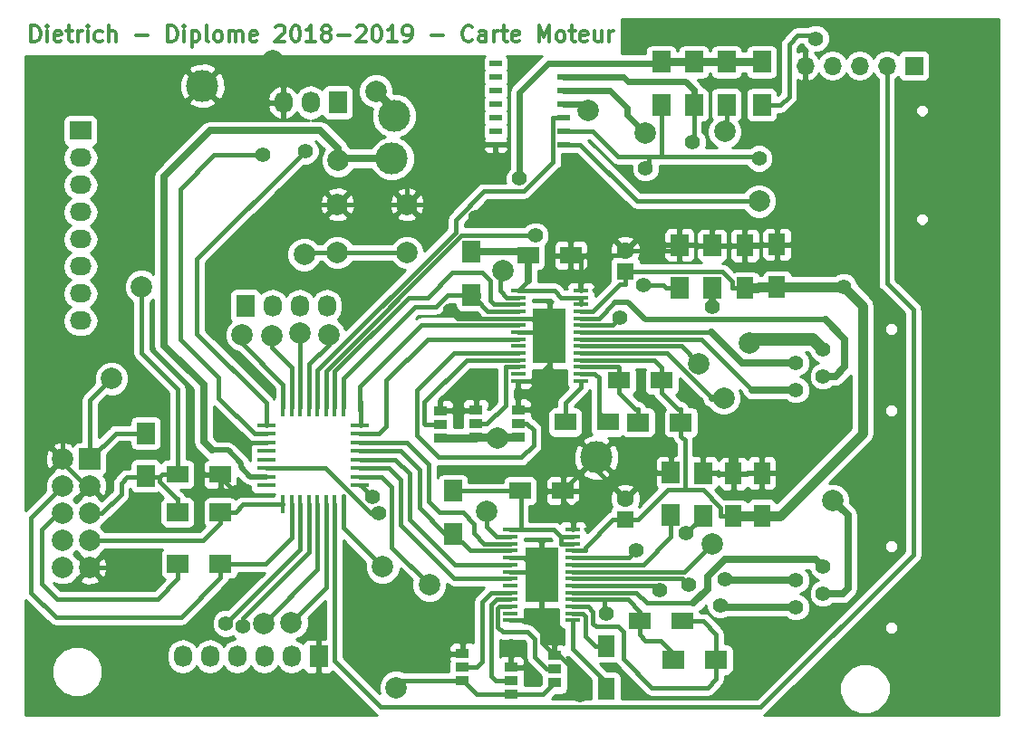
<source format=gbr>
G04 #@! TF.FileFunction,Copper,L1,Top,Signal*
%FSLAX46Y46*%
G04 Gerber Fmt 4.6, Leading zero omitted, Abs format (unit mm)*
G04 Created by KiCad (PCBNEW 4.0.7) date Thursday, 23 May 2019 'à' 18:59:53*
%MOMM*%
%LPD*%
G01*
G04 APERTURE LIST*
%ADD10C,0.100000*%
%ADD11C,0.300000*%
%ADD12R,1.143000X0.508000*%
%ADD13R,2.000000X1.600000*%
%ADD14R,1.600000X2.000000*%
%ADD15R,2.032000X1.727200*%
%ADD16O,2.032000X1.727200*%
%ADD17R,1.727200X2.032000*%
%ADD18O,1.727200X2.032000*%
%ADD19R,1.270000X0.965200*%
%ADD20R,1.998980X1.998980*%
%ADD21C,1.998980*%
%ADD22R,1.700000X2.000000*%
%ADD23R,2.000000X1.700000*%
%ADD24R,1.701800X0.398780*%
%ADD25R,0.398780X1.701800*%
%ADD26C,2.000000*%
%ADD27C,2.999740*%
%ADD28R,1.600000X1.600000*%
%ADD29C,1.600000*%
%ADD30R,1.475000X0.450000*%
%ADD31R,3.100000X5.180000*%
%ADD32C,1.390000*%
%ADD33R,1.700000X1.700000*%
%ADD34O,1.700000X1.700000*%
%ADD35C,1.400000*%
%ADD36C,0.400000*%
%ADD37C,0.800000*%
%ADD38C,0.900000*%
%ADD39C,0.600000*%
%ADD40C,0.500000*%
%ADD41C,0.700000*%
%ADD42C,1.200000*%
%ADD43C,0.254000*%
G04 APERTURE END LIST*
D10*
D11*
X97098860Y-61384571D02*
X97098860Y-59884571D01*
X97456003Y-59884571D01*
X97670288Y-59956000D01*
X97813146Y-60098857D01*
X97884574Y-60241714D01*
X97956003Y-60527429D01*
X97956003Y-60741714D01*
X97884574Y-61027429D01*
X97813146Y-61170286D01*
X97670288Y-61313143D01*
X97456003Y-61384571D01*
X97098860Y-61384571D01*
X98598860Y-61384571D02*
X98598860Y-60384571D01*
X98598860Y-59884571D02*
X98527431Y-59956000D01*
X98598860Y-60027429D01*
X98670288Y-59956000D01*
X98598860Y-59884571D01*
X98598860Y-60027429D01*
X99884574Y-61313143D02*
X99741717Y-61384571D01*
X99456003Y-61384571D01*
X99313146Y-61313143D01*
X99241717Y-61170286D01*
X99241717Y-60598857D01*
X99313146Y-60456000D01*
X99456003Y-60384571D01*
X99741717Y-60384571D01*
X99884574Y-60456000D01*
X99956003Y-60598857D01*
X99956003Y-60741714D01*
X99241717Y-60884571D01*
X100384574Y-60384571D02*
X100956003Y-60384571D01*
X100598860Y-59884571D02*
X100598860Y-61170286D01*
X100670288Y-61313143D01*
X100813146Y-61384571D01*
X100956003Y-61384571D01*
X101456003Y-61384571D02*
X101456003Y-60384571D01*
X101456003Y-60670286D02*
X101527431Y-60527429D01*
X101598860Y-60456000D01*
X101741717Y-60384571D01*
X101884574Y-60384571D01*
X102384574Y-61384571D02*
X102384574Y-60384571D01*
X102384574Y-59884571D02*
X102313145Y-59956000D01*
X102384574Y-60027429D01*
X102456002Y-59956000D01*
X102384574Y-59884571D01*
X102384574Y-60027429D01*
X103741717Y-61313143D02*
X103598860Y-61384571D01*
X103313146Y-61384571D01*
X103170288Y-61313143D01*
X103098860Y-61241714D01*
X103027431Y-61098857D01*
X103027431Y-60670286D01*
X103098860Y-60527429D01*
X103170288Y-60456000D01*
X103313146Y-60384571D01*
X103598860Y-60384571D01*
X103741717Y-60456000D01*
X104384574Y-61384571D02*
X104384574Y-59884571D01*
X105027431Y-61384571D02*
X105027431Y-60598857D01*
X104956002Y-60456000D01*
X104813145Y-60384571D01*
X104598860Y-60384571D01*
X104456002Y-60456000D01*
X104384574Y-60527429D01*
X106884574Y-60813143D02*
X108027431Y-60813143D01*
X109884574Y-61384571D02*
X109884574Y-59884571D01*
X110241717Y-59884571D01*
X110456002Y-59956000D01*
X110598860Y-60098857D01*
X110670288Y-60241714D01*
X110741717Y-60527429D01*
X110741717Y-60741714D01*
X110670288Y-61027429D01*
X110598860Y-61170286D01*
X110456002Y-61313143D01*
X110241717Y-61384571D01*
X109884574Y-61384571D01*
X111384574Y-61384571D02*
X111384574Y-60384571D01*
X111384574Y-59884571D02*
X111313145Y-59956000D01*
X111384574Y-60027429D01*
X111456002Y-59956000D01*
X111384574Y-59884571D01*
X111384574Y-60027429D01*
X112098860Y-60384571D02*
X112098860Y-61884571D01*
X112098860Y-60456000D02*
X112241717Y-60384571D01*
X112527431Y-60384571D01*
X112670288Y-60456000D01*
X112741717Y-60527429D01*
X112813146Y-60670286D01*
X112813146Y-61098857D01*
X112741717Y-61241714D01*
X112670288Y-61313143D01*
X112527431Y-61384571D01*
X112241717Y-61384571D01*
X112098860Y-61313143D01*
X113670289Y-61384571D02*
X113527431Y-61313143D01*
X113456003Y-61170286D01*
X113456003Y-59884571D01*
X114456003Y-61384571D02*
X114313145Y-61313143D01*
X114241717Y-61241714D01*
X114170288Y-61098857D01*
X114170288Y-60670286D01*
X114241717Y-60527429D01*
X114313145Y-60456000D01*
X114456003Y-60384571D01*
X114670288Y-60384571D01*
X114813145Y-60456000D01*
X114884574Y-60527429D01*
X114956003Y-60670286D01*
X114956003Y-61098857D01*
X114884574Y-61241714D01*
X114813145Y-61313143D01*
X114670288Y-61384571D01*
X114456003Y-61384571D01*
X115598860Y-61384571D02*
X115598860Y-60384571D01*
X115598860Y-60527429D02*
X115670288Y-60456000D01*
X115813146Y-60384571D01*
X116027431Y-60384571D01*
X116170288Y-60456000D01*
X116241717Y-60598857D01*
X116241717Y-61384571D01*
X116241717Y-60598857D02*
X116313146Y-60456000D01*
X116456003Y-60384571D01*
X116670288Y-60384571D01*
X116813146Y-60456000D01*
X116884574Y-60598857D01*
X116884574Y-61384571D01*
X118170288Y-61313143D02*
X118027431Y-61384571D01*
X117741717Y-61384571D01*
X117598860Y-61313143D01*
X117527431Y-61170286D01*
X117527431Y-60598857D01*
X117598860Y-60456000D01*
X117741717Y-60384571D01*
X118027431Y-60384571D01*
X118170288Y-60456000D01*
X118241717Y-60598857D01*
X118241717Y-60741714D01*
X117527431Y-60884571D01*
X119956002Y-60027429D02*
X120027431Y-59956000D01*
X120170288Y-59884571D01*
X120527431Y-59884571D01*
X120670288Y-59956000D01*
X120741717Y-60027429D01*
X120813145Y-60170286D01*
X120813145Y-60313143D01*
X120741717Y-60527429D01*
X119884574Y-61384571D01*
X120813145Y-61384571D01*
X121741716Y-59884571D02*
X121884573Y-59884571D01*
X122027430Y-59956000D01*
X122098859Y-60027429D01*
X122170288Y-60170286D01*
X122241716Y-60456000D01*
X122241716Y-60813143D01*
X122170288Y-61098857D01*
X122098859Y-61241714D01*
X122027430Y-61313143D01*
X121884573Y-61384571D01*
X121741716Y-61384571D01*
X121598859Y-61313143D01*
X121527430Y-61241714D01*
X121456002Y-61098857D01*
X121384573Y-60813143D01*
X121384573Y-60456000D01*
X121456002Y-60170286D01*
X121527430Y-60027429D01*
X121598859Y-59956000D01*
X121741716Y-59884571D01*
X123670287Y-61384571D02*
X122813144Y-61384571D01*
X123241716Y-61384571D02*
X123241716Y-59884571D01*
X123098859Y-60098857D01*
X122956001Y-60241714D01*
X122813144Y-60313143D01*
X124527430Y-60527429D02*
X124384572Y-60456000D01*
X124313144Y-60384571D01*
X124241715Y-60241714D01*
X124241715Y-60170286D01*
X124313144Y-60027429D01*
X124384572Y-59956000D01*
X124527430Y-59884571D01*
X124813144Y-59884571D01*
X124956001Y-59956000D01*
X125027430Y-60027429D01*
X125098858Y-60170286D01*
X125098858Y-60241714D01*
X125027430Y-60384571D01*
X124956001Y-60456000D01*
X124813144Y-60527429D01*
X124527430Y-60527429D01*
X124384572Y-60598857D01*
X124313144Y-60670286D01*
X124241715Y-60813143D01*
X124241715Y-61098857D01*
X124313144Y-61241714D01*
X124384572Y-61313143D01*
X124527430Y-61384571D01*
X124813144Y-61384571D01*
X124956001Y-61313143D01*
X125027430Y-61241714D01*
X125098858Y-61098857D01*
X125098858Y-60813143D01*
X125027430Y-60670286D01*
X124956001Y-60598857D01*
X124813144Y-60527429D01*
X125741715Y-60813143D02*
X126884572Y-60813143D01*
X127527429Y-60027429D02*
X127598858Y-59956000D01*
X127741715Y-59884571D01*
X128098858Y-59884571D01*
X128241715Y-59956000D01*
X128313144Y-60027429D01*
X128384572Y-60170286D01*
X128384572Y-60313143D01*
X128313144Y-60527429D01*
X127456001Y-61384571D01*
X128384572Y-61384571D01*
X129313143Y-59884571D02*
X129456000Y-59884571D01*
X129598857Y-59956000D01*
X129670286Y-60027429D01*
X129741715Y-60170286D01*
X129813143Y-60456000D01*
X129813143Y-60813143D01*
X129741715Y-61098857D01*
X129670286Y-61241714D01*
X129598857Y-61313143D01*
X129456000Y-61384571D01*
X129313143Y-61384571D01*
X129170286Y-61313143D01*
X129098857Y-61241714D01*
X129027429Y-61098857D01*
X128956000Y-60813143D01*
X128956000Y-60456000D01*
X129027429Y-60170286D01*
X129098857Y-60027429D01*
X129170286Y-59956000D01*
X129313143Y-59884571D01*
X131241714Y-61384571D02*
X130384571Y-61384571D01*
X130813143Y-61384571D02*
X130813143Y-59884571D01*
X130670286Y-60098857D01*
X130527428Y-60241714D01*
X130384571Y-60313143D01*
X131955999Y-61384571D02*
X132241714Y-61384571D01*
X132384571Y-61313143D01*
X132455999Y-61241714D01*
X132598857Y-61027429D01*
X132670285Y-60741714D01*
X132670285Y-60170286D01*
X132598857Y-60027429D01*
X132527428Y-59956000D01*
X132384571Y-59884571D01*
X132098857Y-59884571D01*
X131955999Y-59956000D01*
X131884571Y-60027429D01*
X131813142Y-60170286D01*
X131813142Y-60527429D01*
X131884571Y-60670286D01*
X131955999Y-60741714D01*
X132098857Y-60813143D01*
X132384571Y-60813143D01*
X132527428Y-60741714D01*
X132598857Y-60670286D01*
X132670285Y-60527429D01*
X134455999Y-60813143D02*
X135598856Y-60813143D01*
X138313142Y-61241714D02*
X138241713Y-61313143D01*
X138027427Y-61384571D01*
X137884570Y-61384571D01*
X137670285Y-61313143D01*
X137527427Y-61170286D01*
X137455999Y-61027429D01*
X137384570Y-60741714D01*
X137384570Y-60527429D01*
X137455999Y-60241714D01*
X137527427Y-60098857D01*
X137670285Y-59956000D01*
X137884570Y-59884571D01*
X138027427Y-59884571D01*
X138241713Y-59956000D01*
X138313142Y-60027429D01*
X139598856Y-61384571D02*
X139598856Y-60598857D01*
X139527427Y-60456000D01*
X139384570Y-60384571D01*
X139098856Y-60384571D01*
X138955999Y-60456000D01*
X139598856Y-61313143D02*
X139455999Y-61384571D01*
X139098856Y-61384571D01*
X138955999Y-61313143D01*
X138884570Y-61170286D01*
X138884570Y-61027429D01*
X138955999Y-60884571D01*
X139098856Y-60813143D01*
X139455999Y-60813143D01*
X139598856Y-60741714D01*
X140313142Y-61384571D02*
X140313142Y-60384571D01*
X140313142Y-60670286D02*
X140384570Y-60527429D01*
X140455999Y-60456000D01*
X140598856Y-60384571D01*
X140741713Y-60384571D01*
X141027427Y-60384571D02*
X141598856Y-60384571D01*
X141241713Y-59884571D02*
X141241713Y-61170286D01*
X141313141Y-61313143D01*
X141455999Y-61384571D01*
X141598856Y-61384571D01*
X142670284Y-61313143D02*
X142527427Y-61384571D01*
X142241713Y-61384571D01*
X142098856Y-61313143D01*
X142027427Y-61170286D01*
X142027427Y-60598857D01*
X142098856Y-60456000D01*
X142241713Y-60384571D01*
X142527427Y-60384571D01*
X142670284Y-60456000D01*
X142741713Y-60598857D01*
X142741713Y-60741714D01*
X142027427Y-60884571D01*
X144527427Y-61384571D02*
X144527427Y-59884571D01*
X145027427Y-60956000D01*
X145527427Y-59884571D01*
X145527427Y-61384571D01*
X146455999Y-61384571D02*
X146313141Y-61313143D01*
X146241713Y-61241714D01*
X146170284Y-61098857D01*
X146170284Y-60670286D01*
X146241713Y-60527429D01*
X146313141Y-60456000D01*
X146455999Y-60384571D01*
X146670284Y-60384571D01*
X146813141Y-60456000D01*
X146884570Y-60527429D01*
X146955999Y-60670286D01*
X146955999Y-61098857D01*
X146884570Y-61241714D01*
X146813141Y-61313143D01*
X146670284Y-61384571D01*
X146455999Y-61384571D01*
X147384570Y-60384571D02*
X147955999Y-60384571D01*
X147598856Y-59884571D02*
X147598856Y-61170286D01*
X147670284Y-61313143D01*
X147813142Y-61384571D01*
X147955999Y-61384571D01*
X149027427Y-61313143D02*
X148884570Y-61384571D01*
X148598856Y-61384571D01*
X148455999Y-61313143D01*
X148384570Y-61170286D01*
X148384570Y-60598857D01*
X148455999Y-60456000D01*
X148598856Y-60384571D01*
X148884570Y-60384571D01*
X149027427Y-60456000D01*
X149098856Y-60598857D01*
X149098856Y-60741714D01*
X148384570Y-60884571D01*
X150384570Y-60384571D02*
X150384570Y-61384571D01*
X149741713Y-60384571D02*
X149741713Y-61170286D01*
X149813141Y-61313143D01*
X149955999Y-61384571D01*
X150170284Y-61384571D01*
X150313141Y-61313143D01*
X150384570Y-61241714D01*
X151098856Y-61384571D02*
X151098856Y-60384571D01*
X151098856Y-60670286D02*
X151170284Y-60527429D01*
X151241713Y-60456000D01*
X151384570Y-60384571D01*
X151527427Y-60384571D01*
D12*
X140498000Y-63390000D03*
X140498000Y-64660000D03*
X140498000Y-65930000D03*
X140498000Y-67200000D03*
X140498000Y-68470000D03*
X140498000Y-69740000D03*
X140498000Y-71010000D03*
X146848000Y-71010000D03*
X146848000Y-69740000D03*
X146848000Y-67200000D03*
X146848000Y-65930000D03*
X146848000Y-64660000D03*
X146848000Y-63390000D03*
X146848000Y-68470000D03*
D13*
X143517000Y-81381600D03*
X147517000Y-81381600D03*
X142780000Y-103403000D03*
X146780000Y-103403000D03*
X146996000Y-96977200D03*
X150996000Y-96977200D03*
D14*
X150800000Y-121900000D03*
X150800000Y-117900000D03*
D13*
X110776000Y-101854000D03*
X114776000Y-101854000D03*
D15*
X101700000Y-69700000D03*
D16*
X101700000Y-72240000D03*
X101700000Y-74780000D03*
X101700000Y-77320000D03*
X101700000Y-79860000D03*
X101700000Y-82400000D03*
X101700000Y-84940000D03*
X101700000Y-87480000D03*
D17*
X117094000Y-86106000D03*
D18*
X119634000Y-86106000D03*
X122174000Y-86106000D03*
X124714000Y-86106000D03*
D17*
X123952000Y-118872000D03*
D18*
X121412000Y-118872000D03*
X118872000Y-118872000D03*
X116332000Y-118872000D03*
X113792000Y-118872000D03*
X111252000Y-118872000D03*
D17*
X125730000Y-67056000D03*
D18*
X123190000Y-67056000D03*
X120650000Y-67056000D03*
D19*
X135331000Y-98450400D03*
X135331000Y-97180400D03*
X135331000Y-95910400D03*
X141935000Y-122428000D03*
X141935000Y-121158000D03*
X141935000Y-119888000D03*
X142596000Y-98348800D03*
X142596000Y-97078800D03*
X142596000Y-95808800D03*
X138659000Y-98399600D03*
X138659000Y-97129600D03*
X138659000Y-95859600D03*
X137400000Y-121170000D03*
X137400000Y-119900000D03*
X137400000Y-118630000D03*
X145999000Y-121361000D03*
X145999000Y-120091000D03*
X145999000Y-118821000D03*
D20*
X102570000Y-100420000D03*
D21*
X100030000Y-100420000D03*
X102570000Y-102960000D03*
X100030000Y-102960000D03*
X102570000Y-105500000D03*
X100030000Y-105500000D03*
X102570000Y-108040000D03*
X100030000Y-108040000D03*
X102570000Y-110580000D03*
X100030000Y-110580000D03*
D22*
X155956000Y-63278000D03*
X155956000Y-67278000D03*
X159004000Y-63278000D03*
X159004000Y-67278000D03*
X162052000Y-63278000D03*
X162052000Y-67278000D03*
X165354000Y-63278000D03*
X165354000Y-67278000D03*
X138227000Y-85058000D03*
X138227000Y-81058000D03*
X136500000Y-107410000D03*
X136500000Y-103410000D03*
X107800000Y-98000000D03*
X107800000Y-102000000D03*
D23*
X114776000Y-105410000D03*
X110776000Y-105410000D03*
X114800000Y-110200000D03*
X110800000Y-110200000D03*
D24*
X119044720Y-97274380D03*
X119044720Y-98074480D03*
X119044720Y-98874580D03*
X119044720Y-99674680D03*
X119044720Y-100474780D03*
X119044720Y-101274880D03*
X119044720Y-102074980D03*
X119044720Y-102875080D03*
D25*
X120639840Y-104675940D03*
X121439940Y-104675940D03*
X122240040Y-104675940D03*
X123040140Y-104675940D03*
X123840240Y-104675940D03*
X124640340Y-104675940D03*
X125437900Y-104675940D03*
X126238000Y-104675940D03*
D24*
X127843280Y-102875080D03*
X127843280Y-102074980D03*
X127843280Y-101274880D03*
X127843280Y-100474780D03*
X127843280Y-99674680D03*
X127843280Y-98874580D03*
X127843280Y-98074480D03*
X127843280Y-97274380D03*
D25*
X126240540Y-95570040D03*
X125440440Y-95570040D03*
X124640340Y-95570040D03*
X123842780Y-95570040D03*
X123042680Y-95570040D03*
X122242580Y-95570040D03*
X121442480Y-95570040D03*
X120642380Y-95570040D03*
D26*
X132200000Y-81100000D03*
X132200000Y-76600000D03*
X125700000Y-81100000D03*
X125700000Y-76600000D03*
D27*
X113100000Y-65500000D03*
X131000000Y-68300000D03*
X130800000Y-72300000D03*
X149911000Y-100279000D03*
D14*
X166776000Y-84346800D03*
X166776000Y-80346800D03*
X165354000Y-105734000D03*
X165354000Y-101734000D03*
D13*
X157956000Y-115595000D03*
X153956000Y-115595000D03*
D14*
X163779000Y-84448400D03*
X163779000Y-80448400D03*
D13*
X152026000Y-93065600D03*
X156026000Y-93065600D03*
D14*
X162712000Y-105784000D03*
X162712000Y-101784000D03*
D23*
X153804000Y-97002600D03*
X157804000Y-97002600D03*
X161100000Y-119200000D03*
X157100000Y-119200000D03*
D22*
X157683000Y-84397600D03*
X157683000Y-80397600D03*
X156870000Y-105683000D03*
X156870000Y-101683000D03*
X160731000Y-84448400D03*
X160731000Y-80448400D03*
X159868000Y-105734000D03*
X159868000Y-101734000D03*
D28*
X152603000Y-106121000D03*
D29*
X152603000Y-104121000D03*
D28*
X152603000Y-82905600D03*
D29*
X152603000Y-80905600D03*
D30*
X148455000Y-93099600D03*
X148455000Y-92449600D03*
X148455000Y-91799600D03*
X148455000Y-91149600D03*
X148455000Y-90499600D03*
X148455000Y-89849600D03*
X148455000Y-89199600D03*
X148455000Y-88549600D03*
X148455000Y-87899600D03*
X148455000Y-87249600D03*
X148455000Y-86599600D03*
X148455000Y-85949600D03*
X148455000Y-85299600D03*
X148455000Y-84649600D03*
X142579000Y-84649600D03*
X142579000Y-85299600D03*
X142579000Y-85949600D03*
X142579000Y-86599600D03*
X142579000Y-87249600D03*
X142579000Y-87899600D03*
X142579000Y-88549600D03*
X142579000Y-89199600D03*
X142579000Y-89849600D03*
X142579000Y-90499600D03*
X142579000Y-91149600D03*
X142579000Y-91799600D03*
X142579000Y-92449600D03*
X142579000Y-93099600D03*
D31*
X145517000Y-88874600D03*
D30*
X147718000Y-115502000D03*
X147718000Y-114852000D03*
X147718000Y-114202000D03*
X147718000Y-113552000D03*
X147718000Y-112902000D03*
X147718000Y-112252000D03*
X147718000Y-111602000D03*
X147718000Y-110952000D03*
X147718000Y-110302000D03*
X147718000Y-109652000D03*
X147718000Y-109002000D03*
X147718000Y-108352000D03*
X147718000Y-107702000D03*
X147718000Y-107052000D03*
X141842000Y-107052000D03*
X141842000Y-107702000D03*
X141842000Y-108352000D03*
X141842000Y-109002000D03*
X141842000Y-109652000D03*
X141842000Y-110302000D03*
X141842000Y-110952000D03*
X141842000Y-111602000D03*
X141842000Y-112252000D03*
X141842000Y-112902000D03*
X141842000Y-113552000D03*
X141842000Y-114202000D03*
X141842000Y-114852000D03*
X141842000Y-115502000D03*
D31*
X144780000Y-111277000D03*
D32*
X171093000Y-90144600D03*
X168553000Y-91414600D03*
X171093000Y-92684600D03*
X168553000Y-93954600D03*
X171093000Y-110465000D03*
X168553000Y-111735000D03*
X171093000Y-113005000D03*
X168553000Y-114275000D03*
D33*
X179578000Y-63627000D03*
D34*
X177038000Y-63627000D03*
X174498000Y-63627000D03*
X171958000Y-63627000D03*
X169418000Y-63627000D03*
D35*
X117000000Y-81100000D03*
X108000000Y-111800000D03*
D26*
X131800000Y-118900000D03*
X164100000Y-98500000D03*
X164600000Y-70100000D03*
X148590000Y-105258000D03*
D35*
X141935000Y-117958000D03*
X148387000Y-122530000D03*
X116484000Y-98501200D03*
X116230000Y-103530000D03*
D26*
X119685000Y-63195200D03*
X138836000Y-93675200D03*
D35*
X136246000Y-86512400D03*
X138633000Y-77774800D03*
D26*
X134010000Y-67208400D03*
X122600000Y-81300000D03*
X107400000Y-84300000D03*
D35*
X173000000Y-84300000D03*
D26*
X129300000Y-66000000D03*
D35*
X150825000Y-114881000D03*
D26*
X116800000Y-88800000D03*
X119600000Y-88900000D03*
X122200000Y-88600000D03*
X124900000Y-88800000D03*
D35*
X158900000Y-70800000D03*
D26*
X134300000Y-112200000D03*
X165100000Y-76300000D03*
D35*
X170400000Y-61100000D03*
X129000000Y-104000000D03*
X154500000Y-73200000D03*
X165100000Y-72300000D03*
D26*
X154500000Y-69900000D03*
X161900000Y-69800000D03*
X129941400Y-110522700D03*
X121400000Y-115700000D03*
X118800000Y-115800000D03*
D35*
X116900000Y-116100000D03*
X115300000Y-115800000D03*
D26*
X104600000Y-92900000D03*
X131200000Y-121800000D03*
X140700000Y-98500000D03*
X141200000Y-82800000D03*
D35*
X142700000Y-74200000D03*
D26*
X139649000Y-105308000D03*
D35*
X129600000Y-105500000D03*
D26*
X125800000Y-72500000D03*
D35*
X122700000Y-71600000D03*
X118700000Y-72000000D03*
X152063000Y-87239900D03*
X154336000Y-84125900D03*
X160700000Y-86200000D03*
D26*
X159500000Y-91500000D03*
D35*
X158293000Y-107391000D03*
X155804000Y-112725000D03*
D26*
X149141100Y-67835000D03*
D35*
X144192000Y-79526500D03*
D26*
X164200000Y-89600000D03*
X161800000Y-94700000D03*
D35*
X161900000Y-111700000D03*
D26*
X160700000Y-108400000D03*
X172000000Y-104300000D03*
D35*
X153600000Y-109000000D03*
X161500000Y-114100000D03*
X158500000Y-112200000D03*
D36*
X121500000Y-76600000D02*
X125700000Y-76600000D01*
X117000000Y-81100000D02*
X121500000Y-76600000D01*
D37*
X134010000Y-67208400D02*
X134010000Y-64710000D01*
X132495200Y-63195200D02*
X119685000Y-63195200D01*
X134010000Y-64710000D02*
X132495200Y-63195200D01*
D36*
X102570000Y-102960000D02*
X102260000Y-102960000D01*
X102260000Y-102960000D02*
X100030000Y-100730000D01*
X100030000Y-100730000D02*
X100030000Y-100420000D01*
X100030000Y-100420000D02*
X100030000Y-93030000D01*
X100030000Y-93030000D02*
X98200000Y-91200000D01*
X98200000Y-91200000D02*
X98200000Y-67100000D01*
X98200000Y-67100000D02*
X102104800Y-63195200D01*
X102104800Y-63195200D02*
X119685000Y-63195200D01*
X102570000Y-110580000D02*
X106780000Y-110580000D01*
X106780000Y-110580000D02*
X108000000Y-111800000D01*
X137400000Y-118630000D02*
X132070000Y-118630000D01*
X132070000Y-118630000D02*
X131800000Y-118900000D01*
D38*
X162712000Y-101784000D02*
X162712000Y-99888000D01*
X162712000Y-99888000D02*
X164100000Y-98500000D01*
D36*
X125400000Y-76600000D02*
X125700000Y-76600000D01*
X166776000Y-80346800D02*
X172553200Y-80346800D01*
X173500000Y-70100000D02*
X164600000Y-70100000D01*
X175700000Y-72300000D02*
X173500000Y-70100000D01*
X175700000Y-77200000D02*
X175700000Y-72300000D01*
X172553200Y-80346800D02*
X175700000Y-77200000D01*
X119044700Y-98874600D02*
X116858000Y-98874600D01*
X116858000Y-98874600D02*
X116484000Y-98501200D01*
X116230000Y-103530000D02*
X114776000Y-102076000D01*
X133900000Y-76600000D02*
X132200000Y-76600000D01*
X139490000Y-71010000D02*
X133900000Y-76600000D01*
X140498000Y-71010000D02*
X139490000Y-71010000D01*
X147718000Y-105258000D02*
X148590000Y-105258000D01*
X141935000Y-119888000D02*
X141935000Y-117958000D01*
X146456000Y-118821000D02*
X145999000Y-118821000D01*
X147625000Y-119990000D02*
X146456000Y-118821000D01*
X147625000Y-121768000D02*
X147625000Y-119990000D01*
X148387000Y-122530000D02*
X147625000Y-121768000D01*
X114776000Y-102076000D02*
X114776000Y-101854000D01*
X165304000Y-101784000D02*
X165354000Y-101734000D01*
X162712000Y-101784000D02*
X165304000Y-101784000D01*
X162662000Y-101734000D02*
X162712000Y-101784000D01*
X159868000Y-101734000D02*
X162662000Y-101734000D01*
X143967000Y-95808800D02*
X142596000Y-95808800D01*
X144983000Y-96824800D02*
X143967000Y-95808800D01*
X144983000Y-99771200D02*
X144983000Y-96824800D01*
X146780000Y-101568000D02*
X144983000Y-99771200D01*
X146780000Y-103403000D02*
X146780000Y-101568000D01*
X146787000Y-103403000D02*
X149911000Y-100279000D01*
X146780000Y-103403000D02*
X146787000Y-103403000D01*
X114776000Y-101854000D02*
X114776000Y-101720000D01*
X138659000Y-93852600D02*
X138836000Y-93675200D01*
X138659000Y-95859600D02*
X138659000Y-93852600D01*
X136983000Y-87249600D02*
X136246000Y-86512400D01*
X142579000Y-87249600D02*
X136983000Y-87249600D01*
X145999000Y-77774800D02*
X138633000Y-77774800D01*
X147517000Y-79292600D02*
X145999000Y-77774800D01*
X147517000Y-81381600D02*
X147517000Y-79292600D01*
X163881000Y-80346800D02*
X163779000Y-80448400D01*
X166776000Y-80346800D02*
X163881000Y-80346800D01*
X125730000Y-76581000D02*
X125298000Y-76149200D01*
X132230000Y-76581000D02*
X125730000Y-76581000D01*
X132230000Y-74424400D02*
X132230000Y-76581000D01*
X134010000Y-72644000D02*
X132230000Y-74424400D01*
X134010000Y-67208400D02*
X134010000Y-72644000D01*
X138608000Y-95910400D02*
X138659000Y-95859600D01*
X135331000Y-95910400D02*
X138608000Y-95910400D01*
X144455000Y-110952000D02*
X144780000Y-111277000D01*
X141842000Y-110952000D02*
X144455000Y-110952000D01*
X138709000Y-95808800D02*
X138659000Y-95859600D01*
X142596000Y-93116600D02*
X142579000Y-93099600D01*
X142596000Y-95808800D02*
X142596000Y-93116600D01*
X148455000Y-81720200D02*
X148455000Y-84649600D01*
X148793000Y-81381600D02*
X148455000Y-81720200D01*
X147517000Y-81381600D02*
X148793000Y-81381600D01*
X145517000Y-91567000D02*
X145517000Y-88874600D01*
X143984000Y-93099600D02*
X145517000Y-91567000D01*
X142579000Y-93099600D02*
X143984000Y-93099600D01*
X145192000Y-88549600D02*
X145517000Y-88874600D01*
X142579000Y-88549600D02*
X145192000Y-88549600D01*
X147718000Y-105249000D02*
X147718000Y-105258000D01*
X146780000Y-104311000D02*
X147718000Y-105249000D01*
X146780000Y-103403000D02*
X146780000Y-104311000D01*
X147718000Y-105258000D02*
X147718000Y-107052000D01*
X143892000Y-87249600D02*
X145192000Y-88549600D01*
X142579000Y-87249600D02*
X143892000Y-87249600D01*
X145192000Y-88549600D02*
X145517000Y-88874600D01*
X147517000Y-81381600D02*
X148793000Y-81381600D01*
X152127000Y-81381600D02*
X152603000Y-80905600D01*
X148793000Y-81381600D02*
X152127000Y-81381600D01*
X143155000Y-109652000D02*
X144455000Y-110952000D01*
X141842000Y-109652000D02*
X143155000Y-109652000D01*
X144455000Y-110952000D02*
X144780000Y-111277000D01*
X144780000Y-114656000D02*
X144780000Y-114706000D01*
X144780000Y-117602000D02*
X145999000Y-118821000D01*
X144780000Y-114706000D02*
X144780000Y-117602000D01*
X143984000Y-115502000D02*
X144780000Y-114706000D01*
X141842000Y-115502000D02*
X143984000Y-115502000D01*
X144780000Y-114706000D02*
X144780000Y-114656000D01*
X144780000Y-114656000D02*
X144780000Y-111277000D01*
X157175000Y-80905600D02*
X157683000Y-80397600D01*
X152603000Y-80905600D02*
X157175000Y-80905600D01*
X151315000Y-101683000D02*
X149911000Y-100279000D01*
X156870000Y-101683000D02*
X151315000Y-101683000D01*
X149911000Y-101429000D02*
X152603000Y-104121000D01*
X149911000Y-100279000D02*
X149911000Y-101429000D01*
X119045000Y-98874600D02*
X119044700Y-98874600D01*
X160680000Y-80397600D02*
X160731000Y-80448400D01*
X157683000Y-80397600D02*
X160680000Y-80397600D01*
X160731000Y-80448400D02*
X163779000Y-80448400D01*
X102570000Y-105500000D02*
X103700000Y-105500000D01*
X106060000Y-102140000D02*
X107696000Y-102140000D01*
X105500000Y-102700000D02*
X106060000Y-102140000D01*
X105500000Y-103700000D02*
X105500000Y-102700000D01*
X103700000Y-105500000D02*
X105500000Y-103700000D01*
X110776000Y-101854000D02*
X110776000Y-93876000D01*
X122800000Y-81100000D02*
X125700000Y-81100000D01*
X122600000Y-81300000D02*
X122800000Y-81100000D01*
X107400000Y-90500000D02*
X107400000Y-84300000D01*
X110776000Y-93876000D02*
X107400000Y-90500000D01*
X109376000Y-101854000D02*
X109090000Y-102140000D01*
X110776000Y-101854000D02*
X109376000Y-101854000D01*
X109090000Y-102552000D02*
X109090000Y-102140000D01*
X110698000Y-104160000D02*
X109090000Y-102552000D01*
X110776000Y-104160000D02*
X110698000Y-104160000D01*
X110776000Y-105410000D02*
X110776000Y-104160000D01*
X107696000Y-102140000D02*
X109090000Y-102140000D01*
X132230000Y-81081000D02*
X132181000Y-81081000D01*
X132181000Y-81081000D02*
X125730000Y-81081000D01*
X132181000Y-81081000D02*
X132200000Y-81100000D01*
X125711000Y-81100000D02*
X125730000Y-81081000D01*
X125700000Y-81100000D02*
X125711000Y-81100000D01*
X129560000Y-98074500D02*
X127843300Y-98074500D01*
X130251000Y-97383600D02*
X129560000Y-98074500D01*
X130251000Y-93065600D02*
X130251000Y-97383600D01*
X134117000Y-89199600D02*
X130251000Y-93065600D01*
X142579000Y-89199600D02*
X134117000Y-89199600D01*
X127843300Y-98074500D02*
X127843000Y-98074500D01*
X127843000Y-101275000D02*
X127843400Y-101275000D01*
X136647000Y-111602000D02*
X141842000Y-111602000D01*
X131623000Y-106578000D02*
X136647000Y-111602000D01*
X131623000Y-102362000D02*
X131623000Y-106578000D01*
X130536000Y-101275000D02*
X131623000Y-102362000D01*
X127843400Y-101275000D02*
X130536000Y-101275000D01*
X127843400Y-101275000D02*
X127843300Y-101274900D01*
X157100000Y-119200000D02*
X157100000Y-118600000D01*
X157100000Y-118600000D02*
X155900000Y-117400000D01*
X155900000Y-117400000D02*
X154500000Y-117400000D01*
X154500000Y-117400000D02*
X153956000Y-116856000D01*
X153956000Y-116856000D02*
X153956000Y-115595000D01*
D38*
X173000000Y-84346800D02*
X173047000Y-84346800D01*
X173000000Y-84300000D02*
X173000000Y-84346800D01*
D37*
X131000000Y-67700000D02*
X129300000Y-66000000D01*
D36*
X131000000Y-68300000D02*
X131000000Y-67700000D01*
D38*
X167066000Y-105734000D02*
X165354000Y-105734000D01*
X174800000Y-98000000D02*
X167066000Y-105734000D01*
X174800000Y-86100000D02*
X174800000Y-98000000D01*
X173047000Y-84346800D02*
X174800000Y-86100000D01*
D36*
X155310000Y-91149600D02*
X148455000Y-91149600D01*
X156026000Y-91865300D02*
X155310000Y-91149600D01*
X156026000Y-93065600D02*
X156026000Y-91865300D01*
X152603000Y-84105900D02*
X152603000Y-82905600D01*
X152086000Y-84105900D02*
X152603000Y-84105900D01*
X149593000Y-86599600D02*
X152086000Y-84105900D01*
X148455000Y-86599600D02*
X149593000Y-86599600D01*
X161636000Y-82905600D02*
X152603000Y-82905600D01*
X162579000Y-83848300D02*
X161636000Y-82905600D01*
X162579000Y-84448400D02*
X162579000Y-83848300D01*
X163779000Y-84448400D02*
X162579000Y-84448400D01*
X156026000Y-94265900D02*
X156026000Y-93065600D01*
X157512000Y-95752300D02*
X156026000Y-94265900D01*
X157804000Y-95752300D02*
X157512000Y-95752300D01*
X157804000Y-97002600D02*
X157804000Y-95752300D01*
X150688000Y-113552000D02*
X147718000Y-113552000D01*
X150688000Y-114744000D02*
X150825000Y-114881000D01*
X150688000Y-113552000D02*
X150688000Y-114744000D01*
D38*
X165081000Y-84346800D02*
X166776000Y-84346800D01*
D36*
X164979000Y-84448400D02*
X165081000Y-84346800D01*
D38*
X163779000Y-84448400D02*
X164979000Y-84448400D01*
D36*
X152821000Y-113552000D02*
X150688000Y-113552000D01*
X153956000Y-114688000D02*
X152821000Y-113552000D01*
X153956000Y-115595000D02*
X153956000Y-114688000D01*
X158157000Y-98606000D02*
X158157000Y-103314000D01*
X157804000Y-98252900D02*
X158157000Y-98606000D01*
X157804000Y-97002600D02*
X157804000Y-98252900D01*
X159867000Y-103314000D02*
X158157000Y-103314000D01*
X161512000Y-104959000D02*
X159867000Y-103314000D01*
X161512000Y-105784000D02*
X161512000Y-104959000D01*
X162712000Y-105784000D02*
X161512000Y-105784000D01*
D38*
X164104000Y-105784000D02*
X162712000Y-105784000D01*
D36*
X164154000Y-105734000D02*
X164104000Y-105784000D01*
D38*
X165354000Y-105734000D02*
X164154000Y-105734000D01*
X166776000Y-84346800D02*
X173000000Y-84346800D01*
D36*
X173000000Y-84346800D02*
X173047000Y-84346800D01*
X151403000Y-106121000D02*
X152603000Y-106121000D01*
X148856000Y-108668000D02*
X151403000Y-106121000D01*
X148856000Y-109002000D02*
X148856000Y-108668000D01*
X147718000Y-109002000D02*
X148856000Y-109002000D01*
X156610000Y-103314000D02*
X158157000Y-103314000D01*
X153803000Y-106121000D02*
X156610000Y-103314000D01*
X152603000Y-106121000D02*
X153803000Y-106121000D01*
X151960000Y-91799600D02*
X148455000Y-91799600D01*
X152026000Y-91865300D02*
X151960000Y-91799600D01*
X152026000Y-93065600D02*
X152026000Y-91865300D01*
X152026000Y-94265900D02*
X152026000Y-93065600D01*
X153512000Y-95752300D02*
X152026000Y-94265900D01*
X153804000Y-95752300D02*
X153512000Y-95752300D01*
X153804000Y-97002600D02*
X153804000Y-95752300D01*
X146996000Y-95167200D02*
X146996000Y-96977200D01*
X148455000Y-93708600D02*
X146996000Y-95167200D01*
X148455000Y-93099600D02*
X148455000Y-93708600D01*
X150114000Y-96094800D02*
X150996000Y-96977200D01*
X150114000Y-92811600D02*
X150114000Y-96094800D01*
X149752000Y-92449600D02*
X150114000Y-92811600D01*
X148455000Y-92449600D02*
X149752000Y-92449600D01*
X150800000Y-121900000D02*
X150800000Y-121300000D01*
X150800000Y-121300000D02*
X147718000Y-118218000D01*
X147718000Y-118218000D02*
X147718000Y-115502000D01*
X147718000Y-114852000D02*
X148652000Y-114852000D01*
X149800000Y-117900000D02*
X150800000Y-117900000D01*
X148900000Y-117000000D02*
X149800000Y-117900000D01*
X148900000Y-115100000D02*
X148900000Y-117000000D01*
X148652000Y-114852000D02*
X148900000Y-115100000D01*
X150800000Y-117900000D02*
X150300000Y-117900000D01*
X116800000Y-89600000D02*
X116800000Y-88800000D01*
X120642000Y-93442400D02*
X116800000Y-89600000D01*
X120642000Y-94745800D02*
X120642000Y-93442400D01*
X120642000Y-94745800D02*
X120642000Y-94746200D01*
X120642000Y-94745800D02*
X120642000Y-94746200D01*
X120642000Y-94746200D02*
X120642000Y-94745800D01*
X120642000Y-95158100D02*
X120642000Y-94746200D01*
X120642000Y-94746200D02*
X120642000Y-95158100D01*
X120642000Y-94746200D02*
X120642000Y-95158100D01*
X120642000Y-95158100D02*
X120642000Y-95364000D01*
X120642000Y-95158100D02*
X120642000Y-95364000D01*
X120642000Y-95364000D02*
X120642000Y-95158100D01*
X120642000Y-95467000D02*
X120642000Y-95364000D01*
X120642000Y-95364000D02*
X120642000Y-95467000D01*
X120642000Y-95364000D02*
X120642000Y-95467000D01*
X120642000Y-95467000D02*
X120642000Y-95518500D01*
X120642000Y-95467000D02*
X120642000Y-95518500D01*
X120642000Y-95518500D02*
X120642000Y-95467000D01*
X120642000Y-95544200D02*
X120642000Y-95518500D01*
X120642000Y-95518500D02*
X120642000Y-95544200D01*
X120642000Y-95518500D02*
X120642000Y-95544200D01*
X120642000Y-95544200D02*
X120642000Y-95557100D01*
X120642000Y-95544200D02*
X120642000Y-95557100D01*
X120642000Y-95557100D02*
X120642000Y-95544200D01*
X120642000Y-95563500D02*
X120642000Y-95557100D01*
X120642000Y-95557100D02*
X120642000Y-95563500D01*
X120642000Y-95557100D02*
X120642000Y-95563500D01*
X120642000Y-95563500D02*
X120642000Y-95566700D01*
X120642000Y-95563500D02*
X120642000Y-95566700D01*
X120642000Y-95566700D02*
X120642000Y-95563500D01*
X120642000Y-95568300D02*
X120642000Y-95566700D01*
X120642000Y-95566700D02*
X120642000Y-95568300D01*
X120642000Y-95566700D02*
X120642000Y-95568300D01*
X120642000Y-95568300D02*
X120642000Y-95569100D01*
X120642000Y-95568300D02*
X120642000Y-95569100D01*
X120642000Y-95569100D02*
X120642000Y-95568300D01*
X120642000Y-95569500D02*
X120642000Y-95569100D01*
X120642000Y-95569100D02*
X120642000Y-95569500D01*
X120642000Y-95569100D02*
X120642000Y-95569500D01*
X120642000Y-95569500D02*
X120642000Y-95569700D01*
X120642000Y-95569500D02*
X120642000Y-95569700D01*
X120642000Y-95569700D02*
X120642000Y-95569500D01*
X120642000Y-95569800D02*
X120642000Y-95569700D01*
X120642000Y-95569700D02*
X120642000Y-95569800D01*
X120642000Y-95569700D02*
X120642000Y-95569800D01*
X120642000Y-95569800D02*
X120642000Y-95569900D01*
X120642000Y-95569900D02*
X120642000Y-95570000D01*
X120642000Y-95569800D02*
X120642000Y-95569900D01*
X120642000Y-95569900D02*
X120642000Y-95570000D01*
X120642000Y-95570000D02*
X120642000Y-95569900D01*
X120642000Y-95569900D02*
X120642000Y-95569800D01*
X120642300Y-95569900D02*
X120642400Y-95570000D01*
X120642000Y-95569900D02*
X120642300Y-95569900D01*
X121442480Y-95570040D02*
X121442480Y-91842480D01*
X119600000Y-90000000D02*
X119600000Y-88900000D01*
X121442480Y-91842480D02*
X119600000Y-90000000D01*
X121442000Y-94485400D02*
X121442000Y-94485900D01*
X121442000Y-94485900D02*
X121442000Y-94485400D01*
X121442000Y-94485900D02*
X121442000Y-94485400D01*
X121442000Y-95027900D02*
X121442000Y-94485900D01*
X121442000Y-95027900D02*
X121442000Y-94485900D01*
X121442000Y-94485900D02*
X121442000Y-95027900D01*
X121442000Y-95027900D02*
X121442000Y-95298900D01*
X121442000Y-95298900D02*
X121442000Y-95027900D01*
X121442000Y-95298900D02*
X121442000Y-95027900D01*
X121442000Y-95434400D02*
X121442000Y-95298900D01*
X121442000Y-95434400D02*
X121442000Y-95298900D01*
X121442000Y-95298900D02*
X121442000Y-95434400D01*
X121442000Y-95434400D02*
X121442000Y-95502200D01*
X121442000Y-95502200D02*
X121442000Y-95434400D01*
X121442000Y-95502200D02*
X121442000Y-95434400D01*
X121442000Y-95536100D02*
X121442000Y-95502200D01*
X121442000Y-95536100D02*
X121442000Y-95502200D01*
X121442000Y-95502200D02*
X121442000Y-95536100D01*
X121442000Y-95536100D02*
X121442000Y-95553000D01*
X121442000Y-95553000D02*
X121442000Y-95536100D01*
X121442000Y-95553000D02*
X121442000Y-95536100D01*
X121442000Y-95561500D02*
X121442000Y-95553000D01*
X121442000Y-95561500D02*
X121442000Y-95553000D01*
X121442000Y-95553000D02*
X121442000Y-95561500D01*
X121442000Y-95561500D02*
X121442000Y-95565700D01*
X121442000Y-95565700D02*
X121442000Y-95561500D01*
X121442000Y-95565700D02*
X121442000Y-95561500D01*
X121442000Y-95567800D02*
X121442000Y-95565700D01*
X121442000Y-95567800D02*
X121442000Y-95565700D01*
X121442000Y-95565700D02*
X121442000Y-95567800D01*
X121442000Y-95567800D02*
X121442000Y-95568900D01*
X121442000Y-95568900D02*
X121442000Y-95567800D01*
X121442000Y-95568900D02*
X121442000Y-95567800D01*
X121442000Y-95569400D02*
X121442000Y-95568900D01*
X121442000Y-95569400D02*
X121442000Y-95568900D01*
X121442000Y-95568900D02*
X121442000Y-95569400D01*
X121442000Y-95569400D02*
X121442000Y-95569700D01*
X121442000Y-95569700D02*
X121442000Y-95569400D01*
X121442000Y-95569700D02*
X121442000Y-95569400D01*
X121442000Y-95569800D02*
X121442000Y-95569700D01*
X121442000Y-95569800D02*
X121442000Y-95569700D01*
X121442000Y-95569700D02*
X121442000Y-95569800D01*
X121442000Y-95569800D02*
X121442000Y-95569900D01*
X121442000Y-95569900D02*
X121442000Y-95570000D01*
X121442000Y-95570000D02*
X121442000Y-95569900D01*
X121442000Y-95569900D02*
X121442000Y-95569800D01*
X121442000Y-95570000D02*
X121442000Y-95569900D01*
X121442000Y-95569900D02*
X121442000Y-95569800D01*
X121442400Y-95569900D02*
X121442500Y-95570000D01*
X121442000Y-95569900D02*
X121442400Y-95569900D01*
X122243000Y-88642600D02*
X122200000Y-88600000D01*
X122243000Y-95569800D02*
X122243000Y-88642600D01*
X122174000Y-95501500D02*
X122243000Y-95569800D01*
X122243000Y-95570000D02*
X122243000Y-95569900D01*
X122243000Y-95569900D02*
X122243000Y-95569800D01*
X122243000Y-95569800D02*
X122243000Y-95569900D01*
X122243000Y-95569900D02*
X122243000Y-95570000D01*
X122243000Y-95570000D02*
X122243000Y-95569900D01*
X122243000Y-95569900D02*
X122243000Y-95569800D01*
X122242700Y-95569900D02*
X122242600Y-95570000D01*
X122243000Y-95569900D02*
X122242700Y-95569900D01*
X123042680Y-95570040D02*
X123042680Y-91557320D01*
X124900000Y-89700000D02*
X124900000Y-88800000D01*
X123042680Y-91557320D02*
X124900000Y-89700000D01*
X123043000Y-95570000D02*
X123043000Y-92763600D01*
X123042700Y-92763900D02*
X123042700Y-95570000D01*
X123043000Y-92763600D02*
X123042700Y-92763900D01*
X159004000Y-70696000D02*
X159004000Y-67278000D01*
X158900000Y-70800000D02*
X159004000Y-70696000D01*
D39*
X159004000Y-65904000D02*
X159004000Y-67278000D01*
X158200000Y-65100000D02*
X159004000Y-65904000D01*
X152900000Y-65100000D02*
X158200000Y-65100000D01*
X152460000Y-64660000D02*
X152900000Y-65100000D01*
X146848000Y-64660000D02*
X152460000Y-64660000D01*
D36*
X125437900Y-119315500D02*
X125437900Y-104675900D01*
X129766800Y-123644400D02*
X125437900Y-119315500D01*
X165233500Y-123644400D02*
X129766800Y-123644400D01*
X179509200Y-109368700D02*
X165233500Y-123644400D01*
X179509200Y-86460800D02*
X179509200Y-109368700D01*
X177038000Y-83989600D02*
X179509200Y-86460800D01*
X177038000Y-63627000D02*
X177038000Y-83989600D01*
X153700000Y-76300000D02*
X165100000Y-76300000D01*
X148410000Y-71010000D02*
X153700000Y-76300000D01*
X146848000Y-71010000D02*
X148410000Y-71010000D01*
X167122000Y-67278000D02*
X165354000Y-67278000D01*
X167900000Y-66500000D02*
X167122000Y-67278000D01*
X167900000Y-61600000D02*
X167900000Y-66500000D01*
X168700000Y-60800000D02*
X167900000Y-61600000D01*
X170100000Y-60800000D02*
X168700000Y-60800000D01*
X170400000Y-61100000D02*
X170100000Y-60800000D01*
X127843000Y-102075000D02*
X127843300Y-102075000D01*
X130800000Y-108700000D02*
X134300000Y-112200000D01*
X130800000Y-103000000D02*
X130800000Y-108700000D01*
X129875000Y-102075000D02*
X130800000Y-103000000D01*
X127843300Y-102075000D02*
X129875000Y-102075000D01*
X154800000Y-72900000D02*
X154800000Y-72100000D01*
X154500000Y-73200000D02*
X154800000Y-72900000D01*
X164900000Y-72100000D02*
X155956000Y-72100000D01*
X165100000Y-72300000D02*
X164900000Y-72100000D01*
X155956000Y-72100000D02*
X155956000Y-67278000D01*
X151900000Y-72100000D02*
X154800000Y-72100000D01*
X149540000Y-69740000D02*
X151900000Y-72100000D01*
X146848000Y-69740000D02*
X149540000Y-69740000D01*
X154800000Y-72100000D02*
X155956000Y-72100000D01*
X127843000Y-102875000D02*
X127843400Y-102875000D01*
X127875000Y-102875000D02*
X129000000Y-104000000D01*
X127843400Y-102875000D02*
X127875000Y-102875000D01*
X127843400Y-102875000D02*
X127843300Y-102875100D01*
D39*
X152800000Y-68200000D02*
X154500000Y-69900000D01*
X152800000Y-67600000D02*
X152800000Y-68200000D01*
X151130000Y-65930000D02*
X152800000Y-67600000D01*
X146848000Y-65930000D02*
X151130000Y-65930000D01*
D36*
X162052000Y-69648000D02*
X162052000Y-67278000D01*
X161900000Y-69800000D02*
X162052000Y-69648000D01*
X162052000Y-67208400D02*
X162052000Y-67278000D01*
X126238000Y-103860000D02*
X126238000Y-104675900D01*
X126238000Y-104675900D02*
X126238000Y-104676000D01*
X126238000Y-106819300D02*
X126238000Y-104676000D01*
X129941400Y-110522700D02*
X126238000Y-106819300D01*
X121666000Y-118618000D02*
X121412000Y-118872000D01*
X124640000Y-104676000D02*
X124640000Y-105814600D01*
X124640000Y-112460000D02*
X121400000Y-115700000D01*
X124640000Y-105814600D02*
X124640000Y-112460000D01*
X124640300Y-105814300D02*
X124640300Y-104675900D01*
X124640000Y-105814600D02*
X124640300Y-105814300D01*
X123840000Y-104676000D02*
X123840000Y-107718000D01*
X123840000Y-110760000D02*
X118800000Y-115800000D01*
X123840000Y-107718000D02*
X123840000Y-110760000D01*
X123840200Y-107717800D02*
X123840200Y-104675900D01*
X123840000Y-107718000D02*
X123840200Y-107717800D01*
X123040000Y-104676000D02*
X123040000Y-106918000D01*
X116900000Y-115300000D02*
X116900000Y-116100000D01*
X123040000Y-109160000D02*
X116900000Y-115300000D01*
X123040000Y-106918000D02*
X123040000Y-109160000D01*
X123040100Y-106917900D02*
X123040100Y-104675900D01*
X123040000Y-106918000D02*
X123040100Y-106917900D01*
X122240000Y-108860000D02*
X115300000Y-115800000D01*
X122240000Y-104676000D02*
X122240000Y-108860000D01*
X122240000Y-104676000D02*
X122240000Y-104675900D01*
X107800000Y-98000000D02*
X104990000Y-98000000D01*
X104990000Y-98000000D02*
X102570000Y-100420000D01*
X102570000Y-100420000D02*
X102570000Y-94930000D01*
X102570000Y-94930000D02*
X104600000Y-92900000D01*
X137400000Y-121170000D02*
X131830000Y-121170000D01*
X131830000Y-121170000D02*
X131200000Y-121800000D01*
X137400000Y-121170000D02*
X137470000Y-121170000D01*
X137470000Y-121170000D02*
X138728000Y-122428000D01*
X138728000Y-122428000D02*
X141935000Y-122428000D01*
X140700000Y-98500000D02*
X140700000Y-98399600D01*
X141500000Y-85299600D02*
X142579000Y-85299600D01*
X140900000Y-84700000D02*
X141500000Y-85299600D01*
X140900000Y-83100000D02*
X140900000Y-84700000D01*
X141200000Y-82800000D02*
X140900000Y-83100000D01*
D39*
X142700000Y-66100000D02*
X142700000Y-74200000D01*
X145410000Y-63390000D02*
X142700000Y-66100000D01*
X146848000Y-63390000D02*
X145410000Y-63390000D01*
D36*
X155844000Y-63390000D02*
X155956000Y-63278000D01*
D39*
X146848000Y-63390000D02*
X155844000Y-63390000D01*
D36*
X139649000Y-106782000D02*
X139649000Y-105308000D01*
X140570000Y-107702000D02*
X139649000Y-106782000D01*
X141842000Y-107702000D02*
X140570000Y-107702000D01*
D37*
X165354000Y-63278000D02*
X162052000Y-63278000D01*
D36*
X144932000Y-122428000D02*
X145999000Y-121361000D01*
X141935000Y-122428000D02*
X144932000Y-122428000D01*
D37*
X135331000Y-98450400D02*
X138608000Y-98450400D01*
D36*
X138608000Y-98450400D02*
X138659000Y-98399600D01*
X141561000Y-98321500D02*
X141561000Y-98348800D01*
X141010000Y-97771300D02*
X141561000Y-98321500D01*
D37*
X142596000Y-98348800D02*
X141561000Y-98348800D01*
D36*
X141510000Y-98399600D02*
X141561000Y-98348800D01*
D37*
X138659000Y-98399600D02*
X140700000Y-98399600D01*
X140700000Y-98399600D02*
X141510000Y-98399600D01*
X155956000Y-63278000D02*
X159004000Y-63278000D01*
X159004000Y-63278000D02*
X162052000Y-63278000D01*
D36*
X128800000Y-105500000D02*
X129600000Y-105500000D01*
X124575000Y-101275000D02*
X128800000Y-105500000D01*
X119045000Y-101275000D02*
X124575000Y-101275000D01*
X119044800Y-101275000D02*
X119044700Y-101274900D01*
X119045000Y-101275000D02*
X119044800Y-101275000D01*
D40*
X119044720Y-102074980D02*
X117574980Y-102074980D01*
D41*
X125800000Y-71400000D02*
X124100000Y-69700000D01*
X124100000Y-69700000D02*
X113800000Y-69700000D01*
X113800000Y-69700000D02*
X109500000Y-74000000D01*
X109500000Y-74000000D02*
X109500000Y-89800000D01*
X109500000Y-89800000D02*
X113200000Y-93500000D01*
X113200000Y-93500000D02*
X113200000Y-98800000D01*
X113200000Y-98800000D02*
X114000000Y-99600000D01*
X125800000Y-71400000D02*
X125800000Y-72500000D01*
D40*
X115500000Y-99600000D02*
X114000000Y-99600000D01*
X116700000Y-100800000D02*
X115500000Y-99600000D01*
X116700000Y-101200000D02*
X116700000Y-100800000D01*
X117574980Y-102074980D02*
X116700000Y-101200000D01*
D36*
X126000000Y-72300000D02*
X125800000Y-72500000D01*
D41*
X130800000Y-72300000D02*
X126000000Y-72300000D01*
D36*
X133858000Y-97180400D02*
X135331000Y-97180400D01*
X133807000Y-97129600D02*
X133858000Y-97180400D01*
X133807000Y-95097600D02*
X133807000Y-97129600D01*
X137755000Y-91149600D02*
X133807000Y-95097600D01*
X142579000Y-91149600D02*
X137755000Y-91149600D01*
X140550000Y-113552000D02*
X141842000Y-113552000D01*
X140056000Y-114046000D02*
X140550000Y-113552000D01*
X140056000Y-120752000D02*
X140056000Y-114046000D01*
X140462000Y-121158000D02*
X140056000Y-120752000D01*
X141935000Y-121158000D02*
X140462000Y-121158000D01*
X136576000Y-90499600D02*
X142579000Y-90499600D01*
X133096000Y-93980000D02*
X136576000Y-90499600D01*
X133096000Y-98247200D02*
X133096000Y-93980000D01*
X135128000Y-100279000D02*
X133096000Y-98247200D01*
X142900000Y-100279000D02*
X135128000Y-100279000D01*
X144018000Y-99161600D02*
X142900000Y-100279000D01*
X144018000Y-97688400D02*
X144018000Y-99161600D01*
X143408000Y-97078800D02*
X144018000Y-97688400D01*
X142596000Y-97078800D02*
X143408000Y-97078800D01*
X141441000Y-91799600D02*
X142579000Y-91799600D01*
X141441000Y-95382700D02*
X141441000Y-91799600D01*
X139694000Y-97129600D02*
X141441000Y-95382700D01*
X138659000Y-97129600D02*
X139694000Y-97129600D01*
X141842000Y-112902000D02*
X140098000Y-112902000D01*
X138700000Y-119900000D02*
X137400000Y-119900000D01*
X139200000Y-119400000D02*
X138700000Y-119900000D01*
X139200000Y-113800000D02*
X139200000Y-119400000D01*
X140098000Y-112902000D02*
X139200000Y-113800000D01*
X140865000Y-114202000D02*
X141842000Y-114202000D01*
X140681000Y-114386000D02*
X140865000Y-114202000D01*
X140681000Y-116129000D02*
X140681000Y-114386000D01*
X141138000Y-116586000D02*
X140681000Y-116129000D01*
X143459000Y-116586000D02*
X141138000Y-116586000D01*
X144120000Y-117246000D02*
X143459000Y-116586000D01*
X144120000Y-118974000D02*
X144120000Y-117246000D01*
X145237000Y-120091000D02*
X144120000Y-118974000D01*
X145999000Y-120091000D02*
X145237000Y-120091000D01*
X100030000Y-102960000D02*
X100030000Y-102970000D01*
X100030000Y-102970000D02*
X97100000Y-105900000D01*
X97100000Y-105900000D02*
X97100000Y-112900000D01*
X97100000Y-112900000D02*
X99400000Y-115200000D01*
X99400000Y-115200000D02*
X111100000Y-115200000D01*
X111100000Y-115200000D02*
X114800000Y-111500000D01*
X114800000Y-111500000D02*
X114800000Y-110200000D01*
X121439940Y-104675940D02*
X121439940Y-107760060D01*
X119000000Y-110200000D02*
X114800000Y-110200000D01*
X121439940Y-107760060D02*
X119000000Y-110200000D01*
X121440000Y-105301500D02*
X121440000Y-104676000D01*
X121439900Y-105301400D02*
X121439900Y-104675900D01*
X121440000Y-105301500D02*
X121439900Y-105301400D01*
X100030000Y-105500000D02*
X99600000Y-105500000D01*
X99600000Y-105500000D02*
X98100000Y-107000000D01*
X98100000Y-107000000D02*
X98100000Y-112100000D01*
X98100000Y-112100000D02*
X99500000Y-113500000D01*
X99500000Y-113500000D02*
X108900000Y-113500000D01*
X108900000Y-113500000D02*
X110800000Y-111600000D01*
X110800000Y-111600000D02*
X110800000Y-110200000D01*
X102570000Y-108040000D02*
X113160000Y-108040000D01*
X114776000Y-106424000D02*
X114776000Y-105410000D01*
X113160000Y-108040000D02*
X114776000Y-106424000D01*
X120639700Y-104676000D02*
X120640000Y-104676000D01*
X120639700Y-104676000D02*
X120639800Y-104675900D01*
X116910000Y-104676000D02*
X120639700Y-104676000D01*
X116176000Y-105410000D02*
X116910000Y-104676000D01*
X114776000Y-105410000D02*
X116176000Y-105410000D01*
X119044720Y-97274380D02*
X119044720Y-95144720D01*
X112600000Y-88700000D02*
X119044720Y-95144720D01*
X112600000Y-81700000D02*
X112600000Y-88700000D01*
X112600000Y-81700000D02*
X122700000Y-71600000D01*
X119045000Y-97274400D02*
X119045000Y-96309500D01*
X119044700Y-96309800D02*
X119044700Y-97274400D01*
X119045000Y-96309500D02*
X119044700Y-96309800D01*
X119044720Y-98074480D02*
X117974480Y-98074480D01*
X114200000Y-72000000D02*
X118700000Y-72000000D01*
X111000000Y-75200000D02*
X114200000Y-72000000D01*
X111000000Y-89200000D02*
X111000000Y-75200000D01*
X114600000Y-92800000D02*
X111000000Y-89200000D01*
X114600000Y-94700000D02*
X114600000Y-92800000D01*
X117974480Y-98074480D02*
X114600000Y-94700000D01*
X119045000Y-98074500D02*
X119044700Y-98074500D01*
X151403000Y-87899600D02*
X152063000Y-87239900D01*
X148455000Y-87899600D02*
X151403000Y-87899600D01*
X156161000Y-84125900D02*
X154336000Y-84125900D01*
X156433000Y-84397600D02*
X156161000Y-84125900D01*
X157683000Y-84397600D02*
X156433000Y-84397600D01*
X156870000Y-107730000D02*
X156870000Y-105683000D01*
X154298000Y-110302000D02*
X156870000Y-107730000D01*
X147718000Y-110302000D02*
X154298000Y-110302000D01*
D41*
X160731000Y-86169000D02*
X160731000Y-84448400D01*
D36*
X160700000Y-86200000D02*
X160731000Y-86169000D01*
X157850000Y-89849600D02*
X159500000Y-91500000D01*
X148455000Y-89849600D02*
X157850000Y-89849600D01*
X155331000Y-112252000D02*
X155804000Y-112725000D01*
X147718000Y-112252000D02*
X155331000Y-112252000D01*
X159868000Y-105816000D02*
X159868000Y-105734000D01*
X158293000Y-107391000D02*
X159868000Y-105816000D01*
D39*
X148506100Y-67200000D02*
X149141100Y-67835000D01*
X146848000Y-67200000D02*
X148506100Y-67200000D01*
D36*
X124640300Y-92169800D02*
X124640300Y-95570000D01*
X137283600Y-79526500D02*
X124640300Y-92169800D01*
X144192000Y-79526500D02*
X137283600Y-79526500D01*
X145876200Y-72659000D02*
X145876200Y-68470000D01*
X143155900Y-75379300D02*
X145876200Y-72659000D01*
X139410100Y-75379300D02*
X143155900Y-75379300D01*
X136757400Y-78032000D02*
X139410100Y-75379300D01*
X136757400Y-79203600D02*
X136757400Y-78032000D01*
X123842800Y-92118200D02*
X136757400Y-79203600D01*
X123842800Y-95570000D02*
X123842800Y-92118200D01*
X146848000Y-68470000D02*
X145876200Y-68470000D01*
X127843000Y-93644700D02*
X127843000Y-95112600D01*
X133588000Y-87899600D02*
X127843000Y-93644700D01*
X142579000Y-87899600D02*
X133588000Y-87899600D01*
X127843000Y-95112600D02*
X127843000Y-95833400D01*
X127843300Y-95112900D02*
X127843300Y-97274400D01*
X127843000Y-95112600D02*
X127843300Y-95112900D01*
X131107000Y-100475000D02*
X127844000Y-100475000D01*
X132436000Y-101803000D02*
X131107000Y-100475000D01*
X132436000Y-106070000D02*
X132436000Y-101803000D01*
X136668000Y-110302000D02*
X132436000Y-106070000D01*
X141842000Y-110302000D02*
X136668000Y-110302000D01*
X127843500Y-100475000D02*
X127843300Y-100474800D01*
X127844000Y-100475000D02*
X127843500Y-100475000D01*
X139442000Y-108352000D02*
X141842000Y-108352000D01*
X138481000Y-107391000D02*
X139442000Y-108352000D01*
X138481000Y-106477000D02*
X138481000Y-107391000D01*
X137414000Y-105410000D02*
X138481000Y-106477000D01*
X135230000Y-105410000D02*
X137414000Y-105410000D01*
X134214000Y-104394000D02*
X135230000Y-105410000D01*
X134214000Y-100889000D02*
X134214000Y-104394000D01*
X132199000Y-98874600D02*
X134214000Y-100889000D01*
X127843300Y-98874600D02*
X132199000Y-98874600D01*
X127843000Y-98874600D02*
X127843300Y-98874600D01*
X125440000Y-92237600D02*
X125440000Y-93070700D01*
X132334000Y-85344000D02*
X125440000Y-92237600D01*
X134112000Y-85344000D02*
X132334000Y-85344000D01*
X136449000Y-83007200D02*
X134112000Y-85344000D01*
X139192000Y-83007200D02*
X136449000Y-83007200D01*
X139954000Y-83769200D02*
X139192000Y-83007200D01*
X139954000Y-85598000D02*
X139954000Y-83769200D01*
X140306000Y-85949600D02*
X139954000Y-85598000D01*
X142579000Y-85949600D02*
X140306000Y-85949600D01*
X125440000Y-93070700D02*
X125440000Y-93903800D01*
X125440400Y-93071100D02*
X125440400Y-95570000D01*
X125440000Y-93070700D02*
X125440400Y-93071100D01*
X148455000Y-85299600D02*
X148455000Y-85949600D01*
X146615000Y-85299600D02*
X148455000Y-85299600D01*
X145965000Y-84649600D02*
X146615000Y-85299600D01*
X142579000Y-84649600D02*
X145965000Y-84649600D01*
X143193000Y-81058000D02*
X143517000Y-81381600D01*
D41*
X138227000Y-81058000D02*
X143193000Y-81058000D01*
D36*
X143517000Y-83711600D02*
X142579000Y-84649600D01*
D41*
X143517000Y-81381600D02*
X143517000Y-83711600D01*
D36*
X142773000Y-103410000D02*
X142780000Y-103403000D01*
X136500000Y-103410000D02*
X142773000Y-103410000D01*
X141842000Y-107052000D02*
X142830000Y-107052000D01*
X145930000Y-107052000D02*
X146580000Y-107702000D01*
X142830000Y-107052000D02*
X145930000Y-107052000D01*
X142780000Y-103403000D02*
X142773000Y-103410000D01*
X142830000Y-103771000D02*
X142830000Y-107052000D01*
X142621000Y-103562000D02*
X142830000Y-103771000D01*
X142773000Y-103410000D02*
X142621000Y-103562000D01*
X146580000Y-108352000D02*
X146580000Y-107702000D01*
X147718000Y-108352000D02*
X146580000Y-108352000D01*
X146580000Y-107702000D02*
X147718000Y-107702000D01*
X147718000Y-114202000D02*
X149102000Y-114202000D01*
X161100000Y-121000000D02*
X161100000Y-119200000D01*
X160300000Y-121800000D02*
X161100000Y-121000000D01*
X155100000Y-121800000D02*
X160300000Y-121800000D01*
X152400000Y-119100000D02*
X155100000Y-121800000D01*
X152400000Y-116600000D02*
X152400000Y-119100000D01*
X151900000Y-116100000D02*
X152400000Y-116600000D01*
X149900000Y-116100000D02*
X151900000Y-116100000D01*
X149600000Y-115800000D02*
X149900000Y-116100000D01*
X149600000Y-114700000D02*
X149600000Y-115800000D01*
X149102000Y-114202000D02*
X149600000Y-114700000D01*
X157956000Y-115595000D02*
X159895000Y-115595000D01*
X161100000Y-116800000D02*
X161100000Y-119200000D01*
X159895000Y-115595000D02*
X161100000Y-116800000D01*
X157700000Y-115851000D02*
X157956000Y-115595000D01*
D42*
X170148000Y-89200000D02*
X171093000Y-90144600D01*
X164600000Y-89200000D02*
X170148000Y-89200000D01*
D36*
X164200000Y-89600000D02*
X164600000Y-89200000D01*
D41*
X160700000Y-94700000D02*
X161800000Y-94700000D01*
D36*
X156500000Y-90499600D02*
X160700000Y-94700000D01*
X148455000Y-90499600D02*
X156500000Y-90499600D01*
D41*
X163515000Y-91414600D02*
X168553000Y-91414600D01*
X160650000Y-88549600D02*
X163515000Y-91414600D01*
D36*
X148455000Y-88549600D02*
X160650000Y-88549600D01*
D41*
X172215000Y-92684600D02*
X171093000Y-92684600D01*
X173100000Y-91800000D02*
X172215000Y-92684600D01*
X173100000Y-89200000D02*
X173100000Y-91800000D01*
X171300000Y-87400000D02*
X173100000Y-89200000D01*
D40*
X154500000Y-87400000D02*
X171300000Y-87400000D01*
X152900000Y-85800000D02*
X154500000Y-87400000D01*
X151600000Y-85800000D02*
X152900000Y-85800000D01*
D36*
X150150000Y-87249600D02*
X151600000Y-85800000D01*
X148455000Y-87249600D02*
X150150000Y-87249600D01*
X159700000Y-89199600D02*
X148455000Y-89199600D01*
X164455000Y-93954600D02*
X159700000Y-89199600D01*
D41*
X168553000Y-93954600D02*
X164455000Y-93954600D01*
X159000000Y-113900000D02*
X160300000Y-112600000D01*
X160300000Y-112600000D02*
X160300000Y-111400000D01*
X170100000Y-109800000D02*
X170129999Y-109770001D01*
X170129999Y-109770001D02*
X170398001Y-109770001D01*
X160300000Y-111400000D02*
X161900000Y-109800000D01*
X170398001Y-109770001D02*
X171093000Y-110465000D01*
X161900000Y-109800000D02*
X170100000Y-109800000D01*
D36*
X154600000Y-113900000D02*
X159000000Y-113900000D01*
X153602000Y-112902000D02*
X154600000Y-113900000D01*
X147718000Y-112902000D02*
X153602000Y-112902000D01*
D41*
X161935000Y-111735000D02*
X168553000Y-111735000D01*
D36*
X161900000Y-111700000D02*
X161935000Y-111735000D01*
X158148000Y-110952000D02*
X160700000Y-108400000D01*
X147718000Y-110952000D02*
X158148000Y-110952000D01*
D41*
X172895000Y-113005000D02*
X171093000Y-113005000D01*
X173400000Y-112500000D02*
X172895000Y-113005000D01*
X173400000Y-105700000D02*
X173400000Y-112500000D01*
X172000000Y-104300000D02*
X173400000Y-105700000D01*
D36*
X152948000Y-109652000D02*
X153600000Y-109000000D01*
X147718000Y-109652000D02*
X152948000Y-109652000D01*
D41*
X161675000Y-114275000D02*
X168553000Y-114275000D01*
D36*
X161500000Y-114100000D02*
X161675000Y-114275000D01*
X157902000Y-111602000D02*
X158500000Y-112200000D01*
X147718000Y-111602000D02*
X157902000Y-111602000D01*
X138913000Y-85124800D02*
X138603000Y-85434400D01*
X139768000Y-86599600D02*
X138603000Y-85434400D01*
X142579000Y-86599600D02*
X139768000Y-86599600D01*
X138603000Y-85434400D02*
X138227000Y-85058000D01*
X138913000Y-85217000D02*
X138913000Y-85124800D01*
X138913000Y-85124800D02*
X138913000Y-85032600D01*
X126240000Y-94393200D02*
X126240000Y-94981600D01*
X126241000Y-94392700D02*
X126240000Y-94393200D01*
X126241000Y-92910700D02*
X126241000Y-94392700D01*
X132994000Y-86156800D02*
X126241000Y-92910700D01*
X134925000Y-86156800D02*
X132994000Y-86156800D01*
X136024000Y-85058000D02*
X134925000Y-86156800D01*
X138227000Y-85058000D02*
X136024000Y-85058000D01*
X126240000Y-94981600D02*
X126240000Y-95570000D01*
X126240500Y-94982100D02*
X126240500Y-95570000D01*
X126240000Y-94981600D02*
X126240500Y-94982100D01*
X138092000Y-109002000D02*
X136500000Y-107410000D01*
X141842000Y-109002000D02*
X138092000Y-109002000D01*
X135756000Y-107410000D02*
X136500000Y-107410000D01*
X133350000Y-105004000D02*
X135756000Y-107410000D01*
X133350000Y-101397000D02*
X133350000Y-105004000D01*
X131628000Y-99674700D02*
X133350000Y-101397000D01*
X127843300Y-99674700D02*
X131628000Y-99674700D01*
X127843000Y-99674700D02*
X127843300Y-99674700D01*
D43*
G36*
X187504000Y-124385000D02*
X165599195Y-124385000D01*
X165823934Y-124234834D01*
X167686432Y-122372336D01*
X172614527Y-122372336D01*
X172976866Y-123249263D01*
X173647208Y-123920776D01*
X174523501Y-124284645D01*
X175472336Y-124285473D01*
X176349263Y-123923134D01*
X177020776Y-123252792D01*
X177384645Y-122376499D01*
X177385473Y-121427664D01*
X177023134Y-120550737D01*
X176352792Y-119879224D01*
X175476499Y-119515355D01*
X174527664Y-119514527D01*
X173650737Y-119876866D01*
X172979224Y-120547208D01*
X172615355Y-121423501D01*
X172614527Y-122372336D01*
X167686432Y-122372336D01*
X173753013Y-116305755D01*
X176807890Y-116305755D01*
X176904360Y-116539228D01*
X177082832Y-116718013D01*
X177316137Y-116814889D01*
X177568755Y-116815110D01*
X177802228Y-116718640D01*
X177981013Y-116540168D01*
X178077889Y-116306863D01*
X178078110Y-116054245D01*
X177981640Y-115820772D01*
X177803168Y-115641987D01*
X177569863Y-115545111D01*
X177317245Y-115544890D01*
X177083772Y-115641360D01*
X176904987Y-115819832D01*
X176808111Y-116053137D01*
X176807890Y-116305755D01*
X173753013Y-116305755D01*
X180099634Y-109959134D01*
X180280640Y-109688240D01*
X180344200Y-109368700D01*
X180344200Y-86460800D01*
X180333081Y-86404900D01*
X180280640Y-86141260D01*
X180099634Y-85870366D01*
X177873000Y-83643732D01*
X177873000Y-78103755D01*
X179704890Y-78103755D01*
X179801360Y-78337228D01*
X179979832Y-78516013D01*
X180213137Y-78612889D01*
X180465755Y-78613110D01*
X180699228Y-78516640D01*
X180878013Y-78338168D01*
X180974889Y-78104863D01*
X180975110Y-77852245D01*
X180878640Y-77618772D01*
X180700168Y-77439987D01*
X180466863Y-77343111D01*
X180214245Y-77342890D01*
X179980772Y-77439360D01*
X179801987Y-77617832D01*
X179705111Y-77851137D01*
X179704890Y-78103755D01*
X177873000Y-78103755D01*
X177873000Y-67943755D01*
X179704890Y-67943755D01*
X179801360Y-68177228D01*
X179979832Y-68356013D01*
X180213137Y-68452889D01*
X180465755Y-68453110D01*
X180699228Y-68356640D01*
X180878013Y-68178168D01*
X180974889Y-67944863D01*
X180975110Y-67692245D01*
X180878640Y-67458772D01*
X180700168Y-67279987D01*
X180466863Y-67183111D01*
X180214245Y-67182890D01*
X179980772Y-67279360D01*
X179801987Y-67457832D01*
X179705111Y-67691137D01*
X179704890Y-67943755D01*
X177873000Y-67943755D01*
X177873000Y-64849841D01*
X178088054Y-64706147D01*
X178115850Y-64664548D01*
X178124838Y-64712317D01*
X178263910Y-64928441D01*
X178476110Y-65073431D01*
X178728000Y-65124440D01*
X180428000Y-65124440D01*
X180663317Y-65080162D01*
X180879441Y-64941090D01*
X181024431Y-64728890D01*
X181075440Y-64477000D01*
X181075440Y-62777000D01*
X181031162Y-62541683D01*
X180892090Y-62325559D01*
X180679890Y-62180569D01*
X180428000Y-62129560D01*
X178728000Y-62129560D01*
X178492683Y-62173838D01*
X178276559Y-62312910D01*
X178131569Y-62525110D01*
X178117914Y-62592541D01*
X178088054Y-62547853D01*
X177606285Y-62225946D01*
X177038000Y-62112907D01*
X176469715Y-62225946D01*
X175987946Y-62547853D01*
X175768000Y-62877026D01*
X175548054Y-62547853D01*
X175066285Y-62225946D01*
X174498000Y-62112907D01*
X173929715Y-62225946D01*
X173447946Y-62547853D01*
X173228000Y-62877026D01*
X173008054Y-62547853D01*
X172526285Y-62225946D01*
X171958000Y-62112907D01*
X171389715Y-62225946D01*
X170907946Y-62547853D01*
X170680298Y-62888553D01*
X170613183Y-62745642D01*
X170272196Y-62434889D01*
X170664383Y-62435231D01*
X171155229Y-62232418D01*
X171531098Y-61857204D01*
X171734768Y-61366713D01*
X171735231Y-60835617D01*
X171532418Y-60344771D01*
X171157204Y-59968902D01*
X170666713Y-59765232D01*
X170135617Y-59764769D01*
X169651020Y-59965000D01*
X168700000Y-59965000D01*
X168380459Y-60028561D01*
X168109566Y-60209566D01*
X167309566Y-61009566D01*
X167128561Y-61280459D01*
X167065000Y-61600000D01*
X167065000Y-66154132D01*
X166851440Y-66367692D01*
X166851440Y-66278000D01*
X166807162Y-66042683D01*
X166668090Y-65826559D01*
X166455890Y-65681569D01*
X166204000Y-65630560D01*
X164504000Y-65630560D01*
X164268683Y-65674838D01*
X164052559Y-65813910D01*
X163907569Y-66026110D01*
X163856560Y-66278000D01*
X163856560Y-68278000D01*
X163900838Y-68513317D01*
X164039910Y-68729441D01*
X164252110Y-68874431D01*
X164504000Y-68925440D01*
X166204000Y-68925440D01*
X166439317Y-68881162D01*
X166655441Y-68742090D01*
X166800431Y-68529890D01*
X166851440Y-68278000D01*
X166851440Y-68113000D01*
X167122000Y-68113000D01*
X167441541Y-68049439D01*
X167712434Y-67868434D01*
X168490434Y-67090434D01*
X168541588Y-67013877D01*
X168671439Y-66819541D01*
X168735000Y-66500000D01*
X168735000Y-64933405D01*
X169061110Y-65068476D01*
X169291000Y-64947155D01*
X169291000Y-63754000D01*
X169271000Y-63754000D01*
X169271000Y-63500000D01*
X169291000Y-63500000D01*
X169291000Y-62306845D01*
X169061110Y-62185524D01*
X168735000Y-62320595D01*
X168735000Y-61945868D01*
X169045868Y-61635000D01*
X169176585Y-61635000D01*
X169267582Y-61855229D01*
X169642796Y-62231098D01*
X169668392Y-62241727D01*
X169545000Y-62306845D01*
X169545000Y-63500000D01*
X169565000Y-63500000D01*
X169565000Y-63754000D01*
X169545000Y-63754000D01*
X169545000Y-64947155D01*
X169774890Y-65068476D01*
X170184924Y-64898645D01*
X170613183Y-64508358D01*
X170680298Y-64365447D01*
X170907946Y-64706147D01*
X171389715Y-65028054D01*
X171958000Y-65141093D01*
X172526285Y-65028054D01*
X173008054Y-64706147D01*
X173228000Y-64376974D01*
X173447946Y-64706147D01*
X173929715Y-65028054D01*
X174498000Y-65141093D01*
X175066285Y-65028054D01*
X175548054Y-64706147D01*
X175768000Y-64376974D01*
X175987946Y-64706147D01*
X176203000Y-64849841D01*
X176203000Y-83989600D01*
X176266561Y-84309141D01*
X176421244Y-84540640D01*
X176447566Y-84580034D01*
X178674200Y-86806668D01*
X178674200Y-109022832D01*
X164887632Y-122809400D01*
X152247440Y-122809400D01*
X152247440Y-120900000D01*
X152203162Y-120664683D01*
X152064090Y-120448559D01*
X151851890Y-120303569D01*
X151600000Y-120252560D01*
X150933428Y-120252560D01*
X150228308Y-119547440D01*
X151600000Y-119547440D01*
X151701286Y-119528382D01*
X151754753Y-119608400D01*
X151809566Y-119690434D01*
X154509566Y-122390434D01*
X154780460Y-122571440D01*
X155100000Y-122635000D01*
X160300000Y-122635000D01*
X160619541Y-122571439D01*
X160890434Y-122390434D01*
X161690434Y-121590434D01*
X161692729Y-121587000D01*
X161871439Y-121319541D01*
X161935000Y-121000000D01*
X161935000Y-120697440D01*
X162100000Y-120697440D01*
X162335317Y-120653162D01*
X162551441Y-120514090D01*
X162696431Y-120301890D01*
X162747440Y-120050000D01*
X162747440Y-118350000D01*
X162703162Y-118114683D01*
X162564090Y-117898559D01*
X162351890Y-117753569D01*
X162100000Y-117702560D01*
X161935000Y-117702560D01*
X161935000Y-116800000D01*
X161871439Y-116480459D01*
X161690434Y-116209566D01*
X160485434Y-115004566D01*
X160449355Y-114980459D01*
X160214541Y-114823561D01*
X159895000Y-114760000D01*
X159596854Y-114760000D01*
X159580654Y-114673905D01*
X159696500Y-114596500D01*
X160164975Y-114128025D01*
X160164769Y-114364383D01*
X160367582Y-114855229D01*
X160742796Y-115231098D01*
X161233287Y-115434768D01*
X161764383Y-115435231D01*
X162188475Y-115260000D01*
X167657018Y-115260000D01*
X167798632Y-115401861D01*
X168287286Y-115604768D01*
X168816393Y-115605230D01*
X169305400Y-115403176D01*
X169679861Y-115029368D01*
X169882768Y-114540714D01*
X169883230Y-114011607D01*
X169681176Y-113522600D01*
X169307368Y-113148139D01*
X168962406Y-113004898D01*
X169305400Y-112863176D01*
X169679861Y-112489368D01*
X169882768Y-112000714D01*
X169883230Y-111471607D01*
X169681176Y-110982600D01*
X169483921Y-110785000D01*
X169786160Y-110785000D01*
X169964824Y-111217400D01*
X170338632Y-111591861D01*
X170683594Y-111735102D01*
X170340600Y-111876824D01*
X169966139Y-112250632D01*
X169763232Y-112739286D01*
X169762770Y-113268393D01*
X169964824Y-113757400D01*
X170338632Y-114131861D01*
X170827286Y-114334768D01*
X171356393Y-114335230D01*
X171845400Y-114133176D01*
X171988826Y-113990000D01*
X172895000Y-113990000D01*
X173271943Y-113915021D01*
X173591500Y-113701500D01*
X174096500Y-113196500D01*
X174310021Y-112876943D01*
X174385000Y-112500000D01*
X174385000Y-108685755D01*
X176807890Y-108685755D01*
X176904360Y-108919228D01*
X177082832Y-109098013D01*
X177316137Y-109194889D01*
X177568755Y-109195110D01*
X177802228Y-109098640D01*
X177981013Y-108920168D01*
X178077889Y-108686863D01*
X178078110Y-108434245D01*
X177981640Y-108200772D01*
X177803168Y-108021987D01*
X177569863Y-107925111D01*
X177317245Y-107924890D01*
X177083772Y-108021360D01*
X176904987Y-108199832D01*
X176808111Y-108433137D01*
X176807890Y-108685755D01*
X174385000Y-108685755D01*
X174385000Y-105700000D01*
X174310021Y-105323057D01*
X174096500Y-105003500D01*
X173634790Y-104541790D01*
X173635284Y-103976205D01*
X173386894Y-103375057D01*
X172927363Y-102914722D01*
X172326648Y-102665284D01*
X171676205Y-102664716D01*
X171665130Y-102669292D01*
X175567211Y-98767211D01*
X175802410Y-98415211D01*
X175885000Y-98000000D01*
X175885000Y-95985355D01*
X176807890Y-95985355D01*
X176904360Y-96218828D01*
X177082832Y-96397613D01*
X177316137Y-96494489D01*
X177568755Y-96494710D01*
X177802228Y-96398240D01*
X177981013Y-96219768D01*
X178077889Y-95986463D01*
X178078110Y-95733845D01*
X177981640Y-95500372D01*
X177803168Y-95321587D01*
X177569863Y-95224711D01*
X177317245Y-95224490D01*
X177083772Y-95320960D01*
X176904987Y-95499432D01*
X176808111Y-95732737D01*
X176807890Y-95985355D01*
X175885000Y-95985355D01*
X175885000Y-88365355D01*
X176807890Y-88365355D01*
X176904360Y-88598828D01*
X177082832Y-88777613D01*
X177316137Y-88874489D01*
X177568755Y-88874710D01*
X177802228Y-88778240D01*
X177981013Y-88599768D01*
X178077889Y-88366463D01*
X178078110Y-88113845D01*
X177981640Y-87880372D01*
X177803168Y-87701587D01*
X177569863Y-87604711D01*
X177317245Y-87604490D01*
X177083772Y-87700960D01*
X176904987Y-87879432D01*
X176808111Y-88112737D01*
X176807890Y-88365355D01*
X175885000Y-88365355D01*
X175885000Y-86100000D01*
X175841331Y-85880460D01*
X175802433Y-85684846D01*
X175802415Y-85684819D01*
X175802409Y-85684788D01*
X175684226Y-85507915D01*
X175567255Y-85332833D01*
X174335174Y-84100612D01*
X174335231Y-84035617D01*
X174132418Y-83544771D01*
X173757204Y-83168902D01*
X173266713Y-82965232D01*
X172735617Y-82964769D01*
X172244771Y-83167582D01*
X172150389Y-83261800D01*
X168207446Y-83261800D01*
X168179162Y-83111483D01*
X168040090Y-82895359D01*
X167827890Y-82750369D01*
X167576000Y-82699360D01*
X165976000Y-82699360D01*
X165740683Y-82743638D01*
X165524559Y-82882710D01*
X165379569Y-83094910D01*
X165345773Y-83261800D01*
X165191329Y-83261800D01*
X165182162Y-83213083D01*
X165043090Y-82996959D01*
X164830890Y-82851969D01*
X164579000Y-82800960D01*
X162979000Y-82800960D01*
X162754617Y-82843181D01*
X162226340Y-82315072D01*
X162092303Y-82225543D01*
X161955541Y-82134161D01*
X161955473Y-82134148D01*
X161955417Y-82134110D01*
X161796007Y-82102428D01*
X161700350Y-82083400D01*
X161707310Y-82083400D01*
X161940699Y-81986727D01*
X162119327Y-81808098D01*
X162216000Y-81574709D01*
X162216000Y-80734150D01*
X162344000Y-80734150D01*
X162344000Y-81574709D01*
X162440673Y-81808098D01*
X162619301Y-81986727D01*
X162852690Y-82083400D01*
X163493250Y-82083400D01*
X163652000Y-81924650D01*
X163652000Y-80575400D01*
X163906000Y-80575400D01*
X163906000Y-81924650D01*
X164064750Y-82083400D01*
X164705310Y-82083400D01*
X164938699Y-81986727D01*
X165117327Y-81808098D01*
X165214000Y-81574709D01*
X165214000Y-80734150D01*
X165112400Y-80632550D01*
X165341000Y-80632550D01*
X165341000Y-81473109D01*
X165437673Y-81706498D01*
X165616301Y-81885127D01*
X165849690Y-81981800D01*
X166490250Y-81981800D01*
X166649000Y-81823050D01*
X166649000Y-80473800D01*
X166903000Y-80473800D01*
X166903000Y-81823050D01*
X167061750Y-81981800D01*
X167702310Y-81981800D01*
X167935699Y-81885127D01*
X168114327Y-81706498D01*
X168211000Y-81473109D01*
X168211000Y-80632550D01*
X168052250Y-80473800D01*
X166903000Y-80473800D01*
X166649000Y-80473800D01*
X165499750Y-80473800D01*
X165341000Y-80632550D01*
X165112400Y-80632550D01*
X165055250Y-80575400D01*
X163906000Y-80575400D01*
X163652000Y-80575400D01*
X162502750Y-80575400D01*
X162344000Y-80734150D01*
X162216000Y-80734150D01*
X162057250Y-80575400D01*
X160858000Y-80575400D01*
X160858000Y-80595400D01*
X160604000Y-80595400D01*
X160604000Y-80575400D01*
X159404750Y-80575400D01*
X159246000Y-80734150D01*
X159246000Y-81574709D01*
X159342673Y-81808098D01*
X159521301Y-81986727D01*
X159723788Y-82070600D01*
X154043854Y-82070600D01*
X154006162Y-81870283D01*
X153867090Y-81654159D01*
X153860452Y-81649623D01*
X154049965Y-81122377D01*
X154029034Y-80683350D01*
X156198000Y-80683350D01*
X156198000Y-81523909D01*
X156294673Y-81757298D01*
X156473301Y-81935927D01*
X156706690Y-82032600D01*
X157397250Y-82032600D01*
X157556000Y-81873850D01*
X157556000Y-80524600D01*
X157810000Y-80524600D01*
X157810000Y-81873850D01*
X157968750Y-82032600D01*
X158659310Y-82032600D01*
X158892699Y-81935927D01*
X159071327Y-81757298D01*
X159168000Y-81523909D01*
X159168000Y-80683350D01*
X159009250Y-80524600D01*
X157810000Y-80524600D01*
X157556000Y-80524600D01*
X156356750Y-80524600D01*
X156198000Y-80683350D01*
X154029034Y-80683350D01*
X154022778Y-80552146D01*
X153856864Y-80151595D01*
X153610745Y-80077461D01*
X152782605Y-80905600D01*
X152796748Y-80919742D01*
X152617143Y-81099348D01*
X152603000Y-81085205D01*
X152588858Y-81099348D01*
X152409252Y-80919742D01*
X152423395Y-80905600D01*
X151595255Y-80077461D01*
X151349136Y-80151595D01*
X151156035Y-80688823D01*
X151183222Y-81259054D01*
X151345384Y-81650547D01*
X151206569Y-81853710D01*
X151155560Y-82105600D01*
X151155560Y-83705600D01*
X151179309Y-83831812D01*
X149839940Y-85171557D01*
X149839940Y-85074600D01*
X149826519Y-85003276D01*
X149827500Y-85000909D01*
X149827500Y-84920850D01*
X149807188Y-84900538D01*
X149795662Y-84839283D01*
X149656590Y-84623159D01*
X149530638Y-84537100D01*
X149668750Y-84537100D01*
X149827500Y-84378350D01*
X149827500Y-84298291D01*
X149730827Y-84064902D01*
X149552199Y-83886273D01*
X149318810Y-83789600D01*
X148740750Y-83789600D01*
X148582000Y-83948350D01*
X148582000Y-84427160D01*
X148328000Y-84427160D01*
X148328000Y-83948350D01*
X148169250Y-83789600D01*
X147591190Y-83789600D01*
X147357801Y-83886273D01*
X147179173Y-84064902D01*
X147082500Y-84298291D01*
X147082500Y-84378350D01*
X147168750Y-84464600D01*
X146960868Y-84464600D01*
X146555434Y-84059166D01*
X146451321Y-83989600D01*
X146284541Y-83878161D01*
X145965000Y-83814600D01*
X144481512Y-83814600D01*
X144502000Y-83711600D01*
X144502000Y-82829040D01*
X144517000Y-82829040D01*
X144752317Y-82784762D01*
X144968441Y-82645690D01*
X145113431Y-82433490D01*
X145164440Y-82181600D01*
X145164440Y-81667350D01*
X145882000Y-81667350D01*
X145882000Y-82307910D01*
X145978673Y-82541299D01*
X146157302Y-82719927D01*
X146390691Y-82816600D01*
X147231250Y-82816600D01*
X147390000Y-82657850D01*
X147390000Y-81508600D01*
X147644000Y-81508600D01*
X147644000Y-82657850D01*
X147802750Y-82816600D01*
X148643309Y-82816600D01*
X148876698Y-82719927D01*
X149055327Y-82541299D01*
X149152000Y-82307910D01*
X149152000Y-81667350D01*
X148993250Y-81508600D01*
X147644000Y-81508600D01*
X147390000Y-81508600D01*
X146040750Y-81508600D01*
X145882000Y-81667350D01*
X145164440Y-81667350D01*
X145164440Y-80581600D01*
X145142340Y-80464147D01*
X145151212Y-80455290D01*
X145882000Y-80455290D01*
X145882000Y-81095850D01*
X146040750Y-81254600D01*
X147390000Y-81254600D01*
X147390000Y-80105350D01*
X147644000Y-80105350D01*
X147644000Y-81254600D01*
X148993250Y-81254600D01*
X149152000Y-81095850D01*
X149152000Y-80455290D01*
X149055327Y-80221901D01*
X148876698Y-80043273D01*
X148643309Y-79946600D01*
X147802750Y-79946600D01*
X147644000Y-80105350D01*
X147390000Y-80105350D01*
X147231250Y-79946600D01*
X146390691Y-79946600D01*
X146157302Y-80043273D01*
X145978673Y-80221901D01*
X145882000Y-80455290D01*
X145151212Y-80455290D01*
X145323098Y-80283704D01*
X145483316Y-79897855D01*
X151774861Y-79897855D01*
X152603000Y-80725995D01*
X153431139Y-79897855D01*
X153357005Y-79651736D01*
X152819777Y-79458635D01*
X152249546Y-79485822D01*
X151848995Y-79651736D01*
X151774861Y-79897855D01*
X145483316Y-79897855D01*
X145526768Y-79793213D01*
X145527223Y-79271291D01*
X156198000Y-79271291D01*
X156198000Y-80111850D01*
X156356750Y-80270600D01*
X157556000Y-80270600D01*
X157556000Y-78921350D01*
X157810000Y-78921350D01*
X157810000Y-80270600D01*
X159009250Y-80270600D01*
X159168000Y-80111850D01*
X159168000Y-79322091D01*
X159246000Y-79322091D01*
X159246000Y-80162650D01*
X159404750Y-80321400D01*
X160604000Y-80321400D01*
X160604000Y-78972150D01*
X160858000Y-78972150D01*
X160858000Y-80321400D01*
X162057250Y-80321400D01*
X162216000Y-80162650D01*
X162216000Y-79322091D01*
X162344000Y-79322091D01*
X162344000Y-80162650D01*
X162502750Y-80321400D01*
X163652000Y-80321400D01*
X163652000Y-78972150D01*
X163906000Y-78972150D01*
X163906000Y-80321400D01*
X165055250Y-80321400D01*
X165214000Y-80162650D01*
X165214000Y-79322091D01*
X165171916Y-79220491D01*
X165341000Y-79220491D01*
X165341000Y-80061050D01*
X165499750Y-80219800D01*
X166649000Y-80219800D01*
X166649000Y-78870550D01*
X166903000Y-78870550D01*
X166903000Y-80219800D01*
X168052250Y-80219800D01*
X168211000Y-80061050D01*
X168211000Y-79220491D01*
X168114327Y-78987102D01*
X167935699Y-78808473D01*
X167702310Y-78711800D01*
X167061750Y-78711800D01*
X166903000Y-78870550D01*
X166649000Y-78870550D01*
X166490250Y-78711800D01*
X165849690Y-78711800D01*
X165616301Y-78808473D01*
X165437673Y-78987102D01*
X165341000Y-79220491D01*
X165171916Y-79220491D01*
X165117327Y-79088702D01*
X164938699Y-78910073D01*
X164705310Y-78813400D01*
X164064750Y-78813400D01*
X163906000Y-78972150D01*
X163652000Y-78972150D01*
X163493250Y-78813400D01*
X162852690Y-78813400D01*
X162619301Y-78910073D01*
X162440673Y-79088702D01*
X162344000Y-79322091D01*
X162216000Y-79322091D01*
X162119327Y-79088702D01*
X161940699Y-78910073D01*
X161707310Y-78813400D01*
X161016750Y-78813400D01*
X160858000Y-78972150D01*
X160604000Y-78972150D01*
X160445250Y-78813400D01*
X159754690Y-78813400D01*
X159521301Y-78910073D01*
X159342673Y-79088702D01*
X159246000Y-79322091D01*
X159168000Y-79322091D01*
X159168000Y-79271291D01*
X159071327Y-79037902D01*
X158892699Y-78859273D01*
X158659310Y-78762600D01*
X157968750Y-78762600D01*
X157810000Y-78921350D01*
X157556000Y-78921350D01*
X157397250Y-78762600D01*
X156706690Y-78762600D01*
X156473301Y-78859273D01*
X156294673Y-79037902D01*
X156198000Y-79271291D01*
X145527223Y-79271291D01*
X145527231Y-79262117D01*
X145324418Y-78771271D01*
X144949204Y-78395402D01*
X144458713Y-78191732D01*
X143927617Y-78191269D01*
X143436771Y-78394082D01*
X143138834Y-78691500D01*
X137592400Y-78691500D01*
X137592400Y-78377868D01*
X139755968Y-76214300D01*
X143155900Y-76214300D01*
X143475441Y-76150739D01*
X143746334Y-75969734D01*
X146466634Y-73249434D01*
X146486608Y-73219541D01*
X146647639Y-72978541D01*
X146711200Y-72659000D01*
X146711200Y-71911440D01*
X147419500Y-71911440D01*
X147654817Y-71867162D01*
X147689258Y-71845000D01*
X148064132Y-71845000D01*
X153109566Y-76890434D01*
X153380460Y-77071440D01*
X153700000Y-77135000D01*
X163675942Y-77135000D01*
X163713106Y-77224943D01*
X164172637Y-77685278D01*
X164773352Y-77934716D01*
X165423795Y-77935284D01*
X166024943Y-77686894D01*
X166485278Y-77227363D01*
X166734716Y-76626648D01*
X166735284Y-75976205D01*
X166486894Y-75375057D01*
X166027363Y-74914722D01*
X165426648Y-74665284D01*
X164776205Y-74664716D01*
X164175057Y-74913106D01*
X163714722Y-75372637D01*
X163676370Y-75465000D01*
X154045868Y-75465000D01*
X149155868Y-70575000D01*
X149194132Y-70575000D01*
X151309566Y-72690434D01*
X151580459Y-72871439D01*
X151900000Y-72935000D01*
X153165231Y-72935000D01*
X153164769Y-73464383D01*
X153367582Y-73955229D01*
X153742796Y-74331098D01*
X154233287Y-74534768D01*
X154764383Y-74535231D01*
X155255229Y-74332418D01*
X155631098Y-73957204D01*
X155834768Y-73466713D01*
X155835231Y-72935617D01*
X155834976Y-72935000D01*
X163917904Y-72935000D01*
X163967582Y-73055229D01*
X164342796Y-73431098D01*
X164833287Y-73634768D01*
X165364383Y-73635231D01*
X165855229Y-73432418D01*
X166231098Y-73057204D01*
X166434768Y-72566713D01*
X166435231Y-72035617D01*
X166232418Y-71544771D01*
X165857204Y-71168902D01*
X165366713Y-70965232D01*
X164835617Y-70964769D01*
X164344771Y-71167582D01*
X164247183Y-71265000D01*
X162635913Y-71265000D01*
X162824943Y-71186894D01*
X163285278Y-70727363D01*
X163534716Y-70126648D01*
X163535284Y-69476205D01*
X163286894Y-68875057D01*
X163232102Y-68820169D01*
X163353441Y-68742090D01*
X163498431Y-68529890D01*
X163549440Y-68278000D01*
X163549440Y-66278000D01*
X163505162Y-66042683D01*
X163366090Y-65826559D01*
X163153890Y-65681569D01*
X162902000Y-65630560D01*
X161202000Y-65630560D01*
X160966683Y-65674838D01*
X160750559Y-65813910D01*
X160605569Y-66026110D01*
X160554560Y-66278000D01*
X160554560Y-68278000D01*
X160598838Y-68513317D01*
X160706722Y-68680973D01*
X160514722Y-68872637D01*
X160265284Y-69473352D01*
X160264716Y-70123795D01*
X160513106Y-70724943D01*
X160972637Y-71185278D01*
X161164629Y-71265000D01*
X160152432Y-71265000D01*
X160234768Y-71066713D01*
X160235231Y-70535617D01*
X160032418Y-70044771D01*
X159839000Y-69851015D01*
X159839000Y-68925440D01*
X159854000Y-68925440D01*
X160089317Y-68881162D01*
X160305441Y-68742090D01*
X160450431Y-68529890D01*
X160501440Y-68278000D01*
X160501440Y-66278000D01*
X160457162Y-66042683D01*
X160318090Y-65826559D01*
X160105890Y-65681569D01*
X159885894Y-65637019D01*
X159867827Y-65546191D01*
X159665145Y-65242855D01*
X159347730Y-64925440D01*
X159854000Y-64925440D01*
X160089317Y-64881162D01*
X160305441Y-64742090D01*
X160450431Y-64529890D01*
X160494352Y-64313000D01*
X160561146Y-64313000D01*
X160598838Y-64513317D01*
X160737910Y-64729441D01*
X160950110Y-64874431D01*
X161202000Y-64925440D01*
X162902000Y-64925440D01*
X163137317Y-64881162D01*
X163353441Y-64742090D01*
X163498431Y-64529890D01*
X163542352Y-64313000D01*
X163863146Y-64313000D01*
X163900838Y-64513317D01*
X164039910Y-64729441D01*
X164252110Y-64874431D01*
X164504000Y-64925440D01*
X166204000Y-64925440D01*
X166439317Y-64881162D01*
X166655441Y-64742090D01*
X166800431Y-64529890D01*
X166851440Y-64278000D01*
X166851440Y-62278000D01*
X166807162Y-62042683D01*
X166668090Y-61826559D01*
X166455890Y-61681569D01*
X166204000Y-61630560D01*
X164504000Y-61630560D01*
X164268683Y-61674838D01*
X164052559Y-61813910D01*
X163907569Y-62026110D01*
X163863648Y-62243000D01*
X163542854Y-62243000D01*
X163505162Y-62042683D01*
X163366090Y-61826559D01*
X163153890Y-61681569D01*
X162902000Y-61630560D01*
X161202000Y-61630560D01*
X160966683Y-61674838D01*
X160750559Y-61813910D01*
X160605569Y-62026110D01*
X160561648Y-62243000D01*
X160494854Y-62243000D01*
X160457162Y-62042683D01*
X160318090Y-61826559D01*
X160105890Y-61681569D01*
X159854000Y-61630560D01*
X158154000Y-61630560D01*
X157918683Y-61674838D01*
X157702559Y-61813910D01*
X157557569Y-62026110D01*
X157513648Y-62243000D01*
X157446854Y-62243000D01*
X157409162Y-62042683D01*
X157270090Y-61826559D01*
X157057890Y-61681569D01*
X156806000Y-61630560D01*
X155106000Y-61630560D01*
X154870683Y-61674838D01*
X154654559Y-61813910D01*
X154509569Y-62026110D01*
X154458560Y-62278000D01*
X154458560Y-62455000D01*
X152305284Y-62455000D01*
X152305284Y-59257000D01*
X187504000Y-59257000D01*
X187504000Y-124385000D01*
X187504000Y-124385000D01*
G37*
X187504000Y-124385000D02*
X165599195Y-124385000D01*
X165823934Y-124234834D01*
X167686432Y-122372336D01*
X172614527Y-122372336D01*
X172976866Y-123249263D01*
X173647208Y-123920776D01*
X174523501Y-124284645D01*
X175472336Y-124285473D01*
X176349263Y-123923134D01*
X177020776Y-123252792D01*
X177384645Y-122376499D01*
X177385473Y-121427664D01*
X177023134Y-120550737D01*
X176352792Y-119879224D01*
X175476499Y-119515355D01*
X174527664Y-119514527D01*
X173650737Y-119876866D01*
X172979224Y-120547208D01*
X172615355Y-121423501D01*
X172614527Y-122372336D01*
X167686432Y-122372336D01*
X173753013Y-116305755D01*
X176807890Y-116305755D01*
X176904360Y-116539228D01*
X177082832Y-116718013D01*
X177316137Y-116814889D01*
X177568755Y-116815110D01*
X177802228Y-116718640D01*
X177981013Y-116540168D01*
X178077889Y-116306863D01*
X178078110Y-116054245D01*
X177981640Y-115820772D01*
X177803168Y-115641987D01*
X177569863Y-115545111D01*
X177317245Y-115544890D01*
X177083772Y-115641360D01*
X176904987Y-115819832D01*
X176808111Y-116053137D01*
X176807890Y-116305755D01*
X173753013Y-116305755D01*
X180099634Y-109959134D01*
X180280640Y-109688240D01*
X180344200Y-109368700D01*
X180344200Y-86460800D01*
X180333081Y-86404900D01*
X180280640Y-86141260D01*
X180099634Y-85870366D01*
X177873000Y-83643732D01*
X177873000Y-78103755D01*
X179704890Y-78103755D01*
X179801360Y-78337228D01*
X179979832Y-78516013D01*
X180213137Y-78612889D01*
X180465755Y-78613110D01*
X180699228Y-78516640D01*
X180878013Y-78338168D01*
X180974889Y-78104863D01*
X180975110Y-77852245D01*
X180878640Y-77618772D01*
X180700168Y-77439987D01*
X180466863Y-77343111D01*
X180214245Y-77342890D01*
X179980772Y-77439360D01*
X179801987Y-77617832D01*
X179705111Y-77851137D01*
X179704890Y-78103755D01*
X177873000Y-78103755D01*
X177873000Y-67943755D01*
X179704890Y-67943755D01*
X179801360Y-68177228D01*
X179979832Y-68356013D01*
X180213137Y-68452889D01*
X180465755Y-68453110D01*
X180699228Y-68356640D01*
X180878013Y-68178168D01*
X180974889Y-67944863D01*
X180975110Y-67692245D01*
X180878640Y-67458772D01*
X180700168Y-67279987D01*
X180466863Y-67183111D01*
X180214245Y-67182890D01*
X179980772Y-67279360D01*
X179801987Y-67457832D01*
X179705111Y-67691137D01*
X179704890Y-67943755D01*
X177873000Y-67943755D01*
X177873000Y-64849841D01*
X178088054Y-64706147D01*
X178115850Y-64664548D01*
X178124838Y-64712317D01*
X178263910Y-64928441D01*
X178476110Y-65073431D01*
X178728000Y-65124440D01*
X180428000Y-65124440D01*
X180663317Y-65080162D01*
X180879441Y-64941090D01*
X181024431Y-64728890D01*
X181075440Y-64477000D01*
X181075440Y-62777000D01*
X181031162Y-62541683D01*
X180892090Y-62325559D01*
X180679890Y-62180569D01*
X180428000Y-62129560D01*
X178728000Y-62129560D01*
X178492683Y-62173838D01*
X178276559Y-62312910D01*
X178131569Y-62525110D01*
X178117914Y-62592541D01*
X178088054Y-62547853D01*
X177606285Y-62225946D01*
X177038000Y-62112907D01*
X176469715Y-62225946D01*
X175987946Y-62547853D01*
X175768000Y-62877026D01*
X175548054Y-62547853D01*
X175066285Y-62225946D01*
X174498000Y-62112907D01*
X173929715Y-62225946D01*
X173447946Y-62547853D01*
X173228000Y-62877026D01*
X173008054Y-62547853D01*
X172526285Y-62225946D01*
X171958000Y-62112907D01*
X171389715Y-62225946D01*
X170907946Y-62547853D01*
X170680298Y-62888553D01*
X170613183Y-62745642D01*
X170272196Y-62434889D01*
X170664383Y-62435231D01*
X171155229Y-62232418D01*
X171531098Y-61857204D01*
X171734768Y-61366713D01*
X171735231Y-60835617D01*
X171532418Y-60344771D01*
X171157204Y-59968902D01*
X170666713Y-59765232D01*
X170135617Y-59764769D01*
X169651020Y-59965000D01*
X168700000Y-59965000D01*
X168380459Y-60028561D01*
X168109566Y-60209566D01*
X167309566Y-61009566D01*
X167128561Y-61280459D01*
X167065000Y-61600000D01*
X167065000Y-66154132D01*
X166851440Y-66367692D01*
X166851440Y-66278000D01*
X166807162Y-66042683D01*
X166668090Y-65826559D01*
X166455890Y-65681569D01*
X166204000Y-65630560D01*
X164504000Y-65630560D01*
X164268683Y-65674838D01*
X164052559Y-65813910D01*
X163907569Y-66026110D01*
X163856560Y-66278000D01*
X163856560Y-68278000D01*
X163900838Y-68513317D01*
X164039910Y-68729441D01*
X164252110Y-68874431D01*
X164504000Y-68925440D01*
X166204000Y-68925440D01*
X166439317Y-68881162D01*
X166655441Y-68742090D01*
X166800431Y-68529890D01*
X166851440Y-68278000D01*
X166851440Y-68113000D01*
X167122000Y-68113000D01*
X167441541Y-68049439D01*
X167712434Y-67868434D01*
X168490434Y-67090434D01*
X168541588Y-67013877D01*
X168671439Y-66819541D01*
X168735000Y-66500000D01*
X168735000Y-64933405D01*
X169061110Y-65068476D01*
X169291000Y-64947155D01*
X169291000Y-63754000D01*
X169271000Y-63754000D01*
X169271000Y-63500000D01*
X169291000Y-63500000D01*
X169291000Y-62306845D01*
X169061110Y-62185524D01*
X168735000Y-62320595D01*
X168735000Y-61945868D01*
X169045868Y-61635000D01*
X169176585Y-61635000D01*
X169267582Y-61855229D01*
X169642796Y-62231098D01*
X169668392Y-62241727D01*
X169545000Y-62306845D01*
X169545000Y-63500000D01*
X169565000Y-63500000D01*
X169565000Y-63754000D01*
X169545000Y-63754000D01*
X169545000Y-64947155D01*
X169774890Y-65068476D01*
X170184924Y-64898645D01*
X170613183Y-64508358D01*
X170680298Y-64365447D01*
X170907946Y-64706147D01*
X171389715Y-65028054D01*
X171958000Y-65141093D01*
X172526285Y-65028054D01*
X173008054Y-64706147D01*
X173228000Y-64376974D01*
X173447946Y-64706147D01*
X173929715Y-65028054D01*
X174498000Y-65141093D01*
X175066285Y-65028054D01*
X175548054Y-64706147D01*
X175768000Y-64376974D01*
X175987946Y-64706147D01*
X176203000Y-64849841D01*
X176203000Y-83989600D01*
X176266561Y-84309141D01*
X176421244Y-84540640D01*
X176447566Y-84580034D01*
X178674200Y-86806668D01*
X178674200Y-109022832D01*
X164887632Y-122809400D01*
X152247440Y-122809400D01*
X152247440Y-120900000D01*
X152203162Y-120664683D01*
X152064090Y-120448559D01*
X151851890Y-120303569D01*
X151600000Y-120252560D01*
X150933428Y-120252560D01*
X150228308Y-119547440D01*
X151600000Y-119547440D01*
X151701286Y-119528382D01*
X151754753Y-119608400D01*
X151809566Y-119690434D01*
X154509566Y-122390434D01*
X154780460Y-122571440D01*
X155100000Y-122635000D01*
X160300000Y-122635000D01*
X160619541Y-122571439D01*
X160890434Y-122390434D01*
X161690434Y-121590434D01*
X161692729Y-121587000D01*
X161871439Y-121319541D01*
X161935000Y-121000000D01*
X161935000Y-120697440D01*
X162100000Y-120697440D01*
X162335317Y-120653162D01*
X162551441Y-120514090D01*
X162696431Y-120301890D01*
X162747440Y-120050000D01*
X162747440Y-118350000D01*
X162703162Y-118114683D01*
X162564090Y-117898559D01*
X162351890Y-117753569D01*
X162100000Y-117702560D01*
X161935000Y-117702560D01*
X161935000Y-116800000D01*
X161871439Y-116480459D01*
X161690434Y-116209566D01*
X160485434Y-115004566D01*
X160449355Y-114980459D01*
X160214541Y-114823561D01*
X159895000Y-114760000D01*
X159596854Y-114760000D01*
X159580654Y-114673905D01*
X159696500Y-114596500D01*
X160164975Y-114128025D01*
X160164769Y-114364383D01*
X160367582Y-114855229D01*
X160742796Y-115231098D01*
X161233287Y-115434768D01*
X161764383Y-115435231D01*
X162188475Y-115260000D01*
X167657018Y-115260000D01*
X167798632Y-115401861D01*
X168287286Y-115604768D01*
X168816393Y-115605230D01*
X169305400Y-115403176D01*
X169679861Y-115029368D01*
X169882768Y-114540714D01*
X169883230Y-114011607D01*
X169681176Y-113522600D01*
X169307368Y-113148139D01*
X168962406Y-113004898D01*
X169305400Y-112863176D01*
X169679861Y-112489368D01*
X169882768Y-112000714D01*
X169883230Y-111471607D01*
X169681176Y-110982600D01*
X169483921Y-110785000D01*
X169786160Y-110785000D01*
X169964824Y-111217400D01*
X170338632Y-111591861D01*
X170683594Y-111735102D01*
X170340600Y-111876824D01*
X169966139Y-112250632D01*
X169763232Y-112739286D01*
X169762770Y-113268393D01*
X169964824Y-113757400D01*
X170338632Y-114131861D01*
X170827286Y-114334768D01*
X171356393Y-114335230D01*
X171845400Y-114133176D01*
X171988826Y-113990000D01*
X172895000Y-113990000D01*
X173271943Y-113915021D01*
X173591500Y-113701500D01*
X174096500Y-113196500D01*
X174310021Y-112876943D01*
X174385000Y-112500000D01*
X174385000Y-108685755D01*
X176807890Y-108685755D01*
X176904360Y-108919228D01*
X177082832Y-109098013D01*
X177316137Y-109194889D01*
X177568755Y-109195110D01*
X177802228Y-109098640D01*
X177981013Y-108920168D01*
X178077889Y-108686863D01*
X178078110Y-108434245D01*
X177981640Y-108200772D01*
X177803168Y-108021987D01*
X177569863Y-107925111D01*
X177317245Y-107924890D01*
X177083772Y-108021360D01*
X176904987Y-108199832D01*
X176808111Y-108433137D01*
X176807890Y-108685755D01*
X174385000Y-108685755D01*
X174385000Y-105700000D01*
X174310021Y-105323057D01*
X174096500Y-105003500D01*
X173634790Y-104541790D01*
X173635284Y-103976205D01*
X173386894Y-103375057D01*
X172927363Y-102914722D01*
X172326648Y-102665284D01*
X171676205Y-102664716D01*
X171665130Y-102669292D01*
X175567211Y-98767211D01*
X175802410Y-98415211D01*
X175885000Y-98000000D01*
X175885000Y-95985355D01*
X176807890Y-95985355D01*
X176904360Y-96218828D01*
X177082832Y-96397613D01*
X177316137Y-96494489D01*
X177568755Y-96494710D01*
X177802228Y-96398240D01*
X177981013Y-96219768D01*
X178077889Y-95986463D01*
X178078110Y-95733845D01*
X177981640Y-95500372D01*
X177803168Y-95321587D01*
X177569863Y-95224711D01*
X177317245Y-95224490D01*
X177083772Y-95320960D01*
X176904987Y-95499432D01*
X176808111Y-95732737D01*
X176807890Y-95985355D01*
X175885000Y-95985355D01*
X175885000Y-88365355D01*
X176807890Y-88365355D01*
X176904360Y-88598828D01*
X177082832Y-88777613D01*
X177316137Y-88874489D01*
X177568755Y-88874710D01*
X177802228Y-88778240D01*
X177981013Y-88599768D01*
X178077889Y-88366463D01*
X178078110Y-88113845D01*
X177981640Y-87880372D01*
X177803168Y-87701587D01*
X177569863Y-87604711D01*
X177317245Y-87604490D01*
X177083772Y-87700960D01*
X176904987Y-87879432D01*
X176808111Y-88112737D01*
X176807890Y-88365355D01*
X175885000Y-88365355D01*
X175885000Y-86100000D01*
X175841331Y-85880460D01*
X175802433Y-85684846D01*
X175802415Y-85684819D01*
X175802409Y-85684788D01*
X175684226Y-85507915D01*
X175567255Y-85332833D01*
X174335174Y-84100612D01*
X174335231Y-84035617D01*
X174132418Y-83544771D01*
X173757204Y-83168902D01*
X173266713Y-82965232D01*
X172735617Y-82964769D01*
X172244771Y-83167582D01*
X172150389Y-83261800D01*
X168207446Y-83261800D01*
X168179162Y-83111483D01*
X168040090Y-82895359D01*
X167827890Y-82750369D01*
X167576000Y-82699360D01*
X165976000Y-82699360D01*
X165740683Y-82743638D01*
X165524559Y-82882710D01*
X165379569Y-83094910D01*
X165345773Y-83261800D01*
X165191329Y-83261800D01*
X165182162Y-83213083D01*
X165043090Y-82996959D01*
X164830890Y-82851969D01*
X164579000Y-82800960D01*
X162979000Y-82800960D01*
X162754617Y-82843181D01*
X162226340Y-82315072D01*
X162092303Y-82225543D01*
X161955541Y-82134161D01*
X161955473Y-82134148D01*
X161955417Y-82134110D01*
X161796007Y-82102428D01*
X161700350Y-82083400D01*
X161707310Y-82083400D01*
X161940699Y-81986727D01*
X162119327Y-81808098D01*
X162216000Y-81574709D01*
X162216000Y-80734150D01*
X162344000Y-80734150D01*
X162344000Y-81574709D01*
X162440673Y-81808098D01*
X162619301Y-81986727D01*
X162852690Y-82083400D01*
X163493250Y-82083400D01*
X163652000Y-81924650D01*
X163652000Y-80575400D01*
X163906000Y-80575400D01*
X163906000Y-81924650D01*
X164064750Y-82083400D01*
X164705310Y-82083400D01*
X164938699Y-81986727D01*
X165117327Y-81808098D01*
X165214000Y-81574709D01*
X165214000Y-80734150D01*
X165112400Y-80632550D01*
X165341000Y-80632550D01*
X165341000Y-81473109D01*
X165437673Y-81706498D01*
X165616301Y-81885127D01*
X165849690Y-81981800D01*
X166490250Y-81981800D01*
X166649000Y-81823050D01*
X166649000Y-80473800D01*
X166903000Y-80473800D01*
X166903000Y-81823050D01*
X167061750Y-81981800D01*
X167702310Y-81981800D01*
X167935699Y-81885127D01*
X168114327Y-81706498D01*
X168211000Y-81473109D01*
X168211000Y-80632550D01*
X168052250Y-80473800D01*
X166903000Y-80473800D01*
X166649000Y-80473800D01*
X165499750Y-80473800D01*
X165341000Y-80632550D01*
X165112400Y-80632550D01*
X165055250Y-80575400D01*
X163906000Y-80575400D01*
X163652000Y-80575400D01*
X162502750Y-80575400D01*
X162344000Y-80734150D01*
X162216000Y-80734150D01*
X162057250Y-80575400D01*
X160858000Y-80575400D01*
X160858000Y-80595400D01*
X160604000Y-80595400D01*
X160604000Y-80575400D01*
X159404750Y-80575400D01*
X159246000Y-80734150D01*
X159246000Y-81574709D01*
X159342673Y-81808098D01*
X159521301Y-81986727D01*
X159723788Y-82070600D01*
X154043854Y-82070600D01*
X154006162Y-81870283D01*
X153867090Y-81654159D01*
X153860452Y-81649623D01*
X154049965Y-81122377D01*
X154029034Y-80683350D01*
X156198000Y-80683350D01*
X156198000Y-81523909D01*
X156294673Y-81757298D01*
X156473301Y-81935927D01*
X156706690Y-82032600D01*
X157397250Y-82032600D01*
X157556000Y-81873850D01*
X157556000Y-80524600D01*
X157810000Y-80524600D01*
X157810000Y-81873850D01*
X157968750Y-82032600D01*
X158659310Y-82032600D01*
X158892699Y-81935927D01*
X159071327Y-81757298D01*
X159168000Y-81523909D01*
X159168000Y-80683350D01*
X159009250Y-80524600D01*
X157810000Y-80524600D01*
X157556000Y-80524600D01*
X156356750Y-80524600D01*
X156198000Y-80683350D01*
X154029034Y-80683350D01*
X154022778Y-80552146D01*
X153856864Y-80151595D01*
X153610745Y-80077461D01*
X152782605Y-80905600D01*
X152796748Y-80919742D01*
X152617143Y-81099348D01*
X152603000Y-81085205D01*
X152588858Y-81099348D01*
X152409252Y-80919742D01*
X152423395Y-80905600D01*
X151595255Y-80077461D01*
X151349136Y-80151595D01*
X151156035Y-80688823D01*
X151183222Y-81259054D01*
X151345384Y-81650547D01*
X151206569Y-81853710D01*
X151155560Y-82105600D01*
X151155560Y-83705600D01*
X151179309Y-83831812D01*
X149839940Y-85171557D01*
X149839940Y-85074600D01*
X149826519Y-85003276D01*
X149827500Y-85000909D01*
X149827500Y-84920850D01*
X149807188Y-84900538D01*
X149795662Y-84839283D01*
X149656590Y-84623159D01*
X149530638Y-84537100D01*
X149668750Y-84537100D01*
X149827500Y-84378350D01*
X149827500Y-84298291D01*
X149730827Y-84064902D01*
X149552199Y-83886273D01*
X149318810Y-83789600D01*
X148740750Y-83789600D01*
X148582000Y-83948350D01*
X148582000Y-84427160D01*
X148328000Y-84427160D01*
X148328000Y-83948350D01*
X148169250Y-83789600D01*
X147591190Y-83789600D01*
X147357801Y-83886273D01*
X147179173Y-84064902D01*
X147082500Y-84298291D01*
X147082500Y-84378350D01*
X147168750Y-84464600D01*
X146960868Y-84464600D01*
X146555434Y-84059166D01*
X146451321Y-83989600D01*
X146284541Y-83878161D01*
X145965000Y-83814600D01*
X144481512Y-83814600D01*
X144502000Y-83711600D01*
X144502000Y-82829040D01*
X144517000Y-82829040D01*
X144752317Y-82784762D01*
X144968441Y-82645690D01*
X145113431Y-82433490D01*
X145164440Y-82181600D01*
X145164440Y-81667350D01*
X145882000Y-81667350D01*
X145882000Y-82307910D01*
X145978673Y-82541299D01*
X146157302Y-82719927D01*
X146390691Y-82816600D01*
X147231250Y-82816600D01*
X147390000Y-82657850D01*
X147390000Y-81508600D01*
X147644000Y-81508600D01*
X147644000Y-82657850D01*
X147802750Y-82816600D01*
X148643309Y-82816600D01*
X148876698Y-82719927D01*
X149055327Y-82541299D01*
X149152000Y-82307910D01*
X149152000Y-81667350D01*
X148993250Y-81508600D01*
X147644000Y-81508600D01*
X147390000Y-81508600D01*
X146040750Y-81508600D01*
X145882000Y-81667350D01*
X145164440Y-81667350D01*
X145164440Y-80581600D01*
X145142340Y-80464147D01*
X145151212Y-80455290D01*
X145882000Y-80455290D01*
X145882000Y-81095850D01*
X146040750Y-81254600D01*
X147390000Y-81254600D01*
X147390000Y-80105350D01*
X147644000Y-80105350D01*
X147644000Y-81254600D01*
X148993250Y-81254600D01*
X149152000Y-81095850D01*
X149152000Y-80455290D01*
X149055327Y-80221901D01*
X148876698Y-80043273D01*
X148643309Y-79946600D01*
X147802750Y-79946600D01*
X147644000Y-80105350D01*
X147390000Y-80105350D01*
X147231250Y-79946600D01*
X146390691Y-79946600D01*
X146157302Y-80043273D01*
X145978673Y-80221901D01*
X145882000Y-80455290D01*
X145151212Y-80455290D01*
X145323098Y-80283704D01*
X145483316Y-79897855D01*
X151774861Y-79897855D01*
X152603000Y-80725995D01*
X153431139Y-79897855D01*
X153357005Y-79651736D01*
X152819777Y-79458635D01*
X152249546Y-79485822D01*
X151848995Y-79651736D01*
X151774861Y-79897855D01*
X145483316Y-79897855D01*
X145526768Y-79793213D01*
X145527223Y-79271291D01*
X156198000Y-79271291D01*
X156198000Y-80111850D01*
X156356750Y-80270600D01*
X157556000Y-80270600D01*
X157556000Y-78921350D01*
X157810000Y-78921350D01*
X157810000Y-80270600D01*
X159009250Y-80270600D01*
X159168000Y-80111850D01*
X159168000Y-79322091D01*
X159246000Y-79322091D01*
X159246000Y-80162650D01*
X159404750Y-80321400D01*
X160604000Y-80321400D01*
X160604000Y-78972150D01*
X160858000Y-78972150D01*
X160858000Y-80321400D01*
X162057250Y-80321400D01*
X162216000Y-80162650D01*
X162216000Y-79322091D01*
X162344000Y-79322091D01*
X162344000Y-80162650D01*
X162502750Y-80321400D01*
X163652000Y-80321400D01*
X163652000Y-78972150D01*
X163906000Y-78972150D01*
X163906000Y-80321400D01*
X165055250Y-80321400D01*
X165214000Y-80162650D01*
X165214000Y-79322091D01*
X165171916Y-79220491D01*
X165341000Y-79220491D01*
X165341000Y-80061050D01*
X165499750Y-80219800D01*
X166649000Y-80219800D01*
X166649000Y-78870550D01*
X166903000Y-78870550D01*
X166903000Y-80219800D01*
X168052250Y-80219800D01*
X168211000Y-80061050D01*
X168211000Y-79220491D01*
X168114327Y-78987102D01*
X167935699Y-78808473D01*
X167702310Y-78711800D01*
X167061750Y-78711800D01*
X166903000Y-78870550D01*
X166649000Y-78870550D01*
X166490250Y-78711800D01*
X165849690Y-78711800D01*
X165616301Y-78808473D01*
X165437673Y-78987102D01*
X165341000Y-79220491D01*
X165171916Y-79220491D01*
X165117327Y-79088702D01*
X164938699Y-78910073D01*
X164705310Y-78813400D01*
X164064750Y-78813400D01*
X163906000Y-78972150D01*
X163652000Y-78972150D01*
X163493250Y-78813400D01*
X162852690Y-78813400D01*
X162619301Y-78910073D01*
X162440673Y-79088702D01*
X162344000Y-79322091D01*
X162216000Y-79322091D01*
X162119327Y-79088702D01*
X161940699Y-78910073D01*
X161707310Y-78813400D01*
X161016750Y-78813400D01*
X160858000Y-78972150D01*
X160604000Y-78972150D01*
X160445250Y-78813400D01*
X159754690Y-78813400D01*
X159521301Y-78910073D01*
X159342673Y-79088702D01*
X159246000Y-79322091D01*
X159168000Y-79322091D01*
X159168000Y-79271291D01*
X159071327Y-79037902D01*
X158892699Y-78859273D01*
X158659310Y-78762600D01*
X157968750Y-78762600D01*
X157810000Y-78921350D01*
X157556000Y-78921350D01*
X157397250Y-78762600D01*
X156706690Y-78762600D01*
X156473301Y-78859273D01*
X156294673Y-79037902D01*
X156198000Y-79271291D01*
X145527223Y-79271291D01*
X145527231Y-79262117D01*
X145324418Y-78771271D01*
X144949204Y-78395402D01*
X144458713Y-78191732D01*
X143927617Y-78191269D01*
X143436771Y-78394082D01*
X143138834Y-78691500D01*
X137592400Y-78691500D01*
X137592400Y-78377868D01*
X139755968Y-76214300D01*
X143155900Y-76214300D01*
X143475441Y-76150739D01*
X143746334Y-75969734D01*
X146466634Y-73249434D01*
X146486608Y-73219541D01*
X146647639Y-72978541D01*
X146711200Y-72659000D01*
X146711200Y-71911440D01*
X147419500Y-71911440D01*
X147654817Y-71867162D01*
X147689258Y-71845000D01*
X148064132Y-71845000D01*
X153109566Y-76890434D01*
X153380460Y-77071440D01*
X153700000Y-77135000D01*
X163675942Y-77135000D01*
X163713106Y-77224943D01*
X164172637Y-77685278D01*
X164773352Y-77934716D01*
X165423795Y-77935284D01*
X166024943Y-77686894D01*
X166485278Y-77227363D01*
X166734716Y-76626648D01*
X166735284Y-75976205D01*
X166486894Y-75375057D01*
X166027363Y-74914722D01*
X165426648Y-74665284D01*
X164776205Y-74664716D01*
X164175057Y-74913106D01*
X163714722Y-75372637D01*
X163676370Y-75465000D01*
X154045868Y-75465000D01*
X149155868Y-70575000D01*
X149194132Y-70575000D01*
X151309566Y-72690434D01*
X151580459Y-72871439D01*
X151900000Y-72935000D01*
X153165231Y-72935000D01*
X153164769Y-73464383D01*
X153367582Y-73955229D01*
X153742796Y-74331098D01*
X154233287Y-74534768D01*
X154764383Y-74535231D01*
X155255229Y-74332418D01*
X155631098Y-73957204D01*
X155834768Y-73466713D01*
X155835231Y-72935617D01*
X155834976Y-72935000D01*
X163917904Y-72935000D01*
X163967582Y-73055229D01*
X164342796Y-73431098D01*
X164833287Y-73634768D01*
X165364383Y-73635231D01*
X165855229Y-73432418D01*
X166231098Y-73057204D01*
X166434768Y-72566713D01*
X166435231Y-72035617D01*
X166232418Y-71544771D01*
X165857204Y-71168902D01*
X165366713Y-70965232D01*
X164835617Y-70964769D01*
X164344771Y-71167582D01*
X164247183Y-71265000D01*
X162635913Y-71265000D01*
X162824943Y-71186894D01*
X163285278Y-70727363D01*
X163534716Y-70126648D01*
X163535284Y-69476205D01*
X163286894Y-68875057D01*
X163232102Y-68820169D01*
X163353441Y-68742090D01*
X163498431Y-68529890D01*
X163549440Y-68278000D01*
X163549440Y-66278000D01*
X163505162Y-66042683D01*
X163366090Y-65826559D01*
X163153890Y-65681569D01*
X162902000Y-65630560D01*
X161202000Y-65630560D01*
X160966683Y-65674838D01*
X160750559Y-65813910D01*
X160605569Y-66026110D01*
X160554560Y-66278000D01*
X160554560Y-68278000D01*
X160598838Y-68513317D01*
X160706722Y-68680973D01*
X160514722Y-68872637D01*
X160265284Y-69473352D01*
X160264716Y-70123795D01*
X160513106Y-70724943D01*
X160972637Y-71185278D01*
X161164629Y-71265000D01*
X160152432Y-71265000D01*
X160234768Y-71066713D01*
X160235231Y-70535617D01*
X160032418Y-70044771D01*
X159839000Y-69851015D01*
X159839000Y-68925440D01*
X159854000Y-68925440D01*
X160089317Y-68881162D01*
X160305441Y-68742090D01*
X160450431Y-68529890D01*
X160501440Y-68278000D01*
X160501440Y-66278000D01*
X160457162Y-66042683D01*
X160318090Y-65826559D01*
X160105890Y-65681569D01*
X159885894Y-65637019D01*
X159867827Y-65546191D01*
X159665145Y-65242855D01*
X159347730Y-64925440D01*
X159854000Y-64925440D01*
X160089317Y-64881162D01*
X160305441Y-64742090D01*
X160450431Y-64529890D01*
X160494352Y-64313000D01*
X160561146Y-64313000D01*
X160598838Y-64513317D01*
X160737910Y-64729441D01*
X160950110Y-64874431D01*
X161202000Y-64925440D01*
X162902000Y-64925440D01*
X163137317Y-64881162D01*
X163353441Y-64742090D01*
X163498431Y-64529890D01*
X163542352Y-64313000D01*
X163863146Y-64313000D01*
X163900838Y-64513317D01*
X164039910Y-64729441D01*
X164252110Y-64874431D01*
X164504000Y-64925440D01*
X166204000Y-64925440D01*
X166439317Y-64881162D01*
X166655441Y-64742090D01*
X166800431Y-64529890D01*
X166851440Y-64278000D01*
X166851440Y-62278000D01*
X166807162Y-62042683D01*
X166668090Y-61826559D01*
X166455890Y-61681569D01*
X166204000Y-61630560D01*
X164504000Y-61630560D01*
X164268683Y-61674838D01*
X164052559Y-61813910D01*
X163907569Y-62026110D01*
X163863648Y-62243000D01*
X163542854Y-62243000D01*
X163505162Y-62042683D01*
X163366090Y-61826559D01*
X163153890Y-61681569D01*
X162902000Y-61630560D01*
X161202000Y-61630560D01*
X160966683Y-61674838D01*
X160750559Y-61813910D01*
X160605569Y-62026110D01*
X160561648Y-62243000D01*
X160494854Y-62243000D01*
X160457162Y-62042683D01*
X160318090Y-61826559D01*
X160105890Y-61681569D01*
X159854000Y-61630560D01*
X158154000Y-61630560D01*
X157918683Y-61674838D01*
X157702559Y-61813910D01*
X157557569Y-62026110D01*
X157513648Y-62243000D01*
X157446854Y-62243000D01*
X157409162Y-62042683D01*
X157270090Y-61826559D01*
X157057890Y-61681569D01*
X156806000Y-61630560D01*
X155106000Y-61630560D01*
X154870683Y-61674838D01*
X154654559Y-61813910D01*
X154509569Y-62026110D01*
X154458560Y-62278000D01*
X154458560Y-62455000D01*
X152305284Y-62455000D01*
X152305284Y-59257000D01*
X187504000Y-59257000D01*
X187504000Y-124385000D01*
G36*
X115453998Y-114465134D02*
X115035617Y-114464769D01*
X114544771Y-114667582D01*
X114168902Y-115042796D01*
X113965232Y-115533287D01*
X113964769Y-116064383D01*
X114167582Y-116555229D01*
X114542796Y-116931098D01*
X115033287Y-117134768D01*
X115564383Y-117135231D01*
X115906134Y-116994023D01*
X116138792Y-117227087D01*
X115758511Y-117302729D01*
X115272330Y-117627585D01*
X115062000Y-117942366D01*
X114851670Y-117627585D01*
X114365489Y-117302729D01*
X113792000Y-117188655D01*
X113218511Y-117302729D01*
X112732330Y-117627585D01*
X112522000Y-117942366D01*
X112311670Y-117627585D01*
X111825489Y-117302729D01*
X111252000Y-117188655D01*
X110678511Y-117302729D01*
X110192330Y-117627585D01*
X109867474Y-118113766D01*
X109753400Y-118687255D01*
X109753400Y-119056745D01*
X109867474Y-119630234D01*
X110192330Y-120116415D01*
X110678511Y-120441271D01*
X111252000Y-120555345D01*
X111825489Y-120441271D01*
X112311670Y-120116415D01*
X112522000Y-119801634D01*
X112732330Y-120116415D01*
X113218511Y-120441271D01*
X113792000Y-120555345D01*
X114365489Y-120441271D01*
X114851670Y-120116415D01*
X115062000Y-119801634D01*
X115272330Y-120116415D01*
X115758511Y-120441271D01*
X116332000Y-120555345D01*
X116905489Y-120441271D01*
X117391670Y-120116415D01*
X117602000Y-119801634D01*
X117812330Y-120116415D01*
X118298511Y-120441271D01*
X118872000Y-120555345D01*
X119445489Y-120441271D01*
X119931670Y-120116415D01*
X120142000Y-119801634D01*
X120352330Y-120116415D01*
X120838511Y-120441271D01*
X121412000Y-120555345D01*
X121985489Y-120441271D01*
X122471670Y-120116415D01*
X122486500Y-120094220D01*
X122550073Y-120247698D01*
X122728701Y-120426327D01*
X122962090Y-120523000D01*
X123666250Y-120523000D01*
X123825000Y-120364250D01*
X123825000Y-118999000D01*
X123805000Y-118999000D01*
X123805000Y-118745000D01*
X123825000Y-118745000D01*
X123825000Y-117379750D01*
X123666250Y-117221000D01*
X122962090Y-117221000D01*
X122728701Y-117317673D01*
X122550073Y-117496302D01*
X122486500Y-117649780D01*
X122471670Y-117627585D01*
X121985489Y-117302729D01*
X121862022Y-117278170D01*
X122324943Y-117086894D01*
X122785278Y-116627363D01*
X123034716Y-116026648D01*
X123035284Y-115376205D01*
X122997093Y-115283775D01*
X124602900Y-113677968D01*
X124602900Y-117221000D01*
X124237750Y-117221000D01*
X124079000Y-117379750D01*
X124079000Y-118745000D01*
X124099000Y-118745000D01*
X124099000Y-118999000D01*
X124079000Y-118999000D01*
X124079000Y-120364250D01*
X124237750Y-120523000D01*
X124941910Y-120523000D01*
X125175299Y-120426327D01*
X125271579Y-120330047D01*
X129176366Y-124234834D01*
X129401105Y-124385000D01*
X96595000Y-124385000D01*
X96595000Y-120772336D01*
X99014527Y-120772336D01*
X99376866Y-121649263D01*
X100047208Y-122320776D01*
X100923501Y-122684645D01*
X101872336Y-122685473D01*
X102749263Y-122323134D01*
X103420776Y-121652792D01*
X103784645Y-120776499D01*
X103785473Y-119827664D01*
X103423134Y-118950737D01*
X102752792Y-118279224D01*
X101876499Y-117915355D01*
X100927664Y-117914527D01*
X100050737Y-118276866D01*
X99379224Y-118947208D01*
X99015355Y-119823501D01*
X99014527Y-120772336D01*
X96595000Y-120772336D01*
X96595000Y-113575868D01*
X98809566Y-115790434D01*
X99080459Y-115971439D01*
X99400000Y-116035000D01*
X111100000Y-116035000D01*
X111419541Y-115971439D01*
X111690434Y-115790434D01*
X115390434Y-112090434D01*
X115432819Y-112027000D01*
X115571439Y-111819541D01*
X115595727Y-111697440D01*
X115800000Y-111697440D01*
X116035317Y-111653162D01*
X116251441Y-111514090D01*
X116396431Y-111301890D01*
X116447440Y-111050000D01*
X116447440Y-111035000D01*
X118884132Y-111035000D01*
X115453998Y-114465134D01*
X115453998Y-114465134D01*
G37*
X115453998Y-114465134D02*
X115035617Y-114464769D01*
X114544771Y-114667582D01*
X114168902Y-115042796D01*
X113965232Y-115533287D01*
X113964769Y-116064383D01*
X114167582Y-116555229D01*
X114542796Y-116931098D01*
X115033287Y-117134768D01*
X115564383Y-117135231D01*
X115906134Y-116994023D01*
X116138792Y-117227087D01*
X115758511Y-117302729D01*
X115272330Y-117627585D01*
X115062000Y-117942366D01*
X114851670Y-117627585D01*
X114365489Y-117302729D01*
X113792000Y-117188655D01*
X113218511Y-117302729D01*
X112732330Y-117627585D01*
X112522000Y-117942366D01*
X112311670Y-117627585D01*
X111825489Y-117302729D01*
X111252000Y-117188655D01*
X110678511Y-117302729D01*
X110192330Y-117627585D01*
X109867474Y-118113766D01*
X109753400Y-118687255D01*
X109753400Y-119056745D01*
X109867474Y-119630234D01*
X110192330Y-120116415D01*
X110678511Y-120441271D01*
X111252000Y-120555345D01*
X111825489Y-120441271D01*
X112311670Y-120116415D01*
X112522000Y-119801634D01*
X112732330Y-120116415D01*
X113218511Y-120441271D01*
X113792000Y-120555345D01*
X114365489Y-120441271D01*
X114851670Y-120116415D01*
X115062000Y-119801634D01*
X115272330Y-120116415D01*
X115758511Y-120441271D01*
X116332000Y-120555345D01*
X116905489Y-120441271D01*
X117391670Y-120116415D01*
X117602000Y-119801634D01*
X117812330Y-120116415D01*
X118298511Y-120441271D01*
X118872000Y-120555345D01*
X119445489Y-120441271D01*
X119931670Y-120116415D01*
X120142000Y-119801634D01*
X120352330Y-120116415D01*
X120838511Y-120441271D01*
X121412000Y-120555345D01*
X121985489Y-120441271D01*
X122471670Y-120116415D01*
X122486500Y-120094220D01*
X122550073Y-120247698D01*
X122728701Y-120426327D01*
X122962090Y-120523000D01*
X123666250Y-120523000D01*
X123825000Y-120364250D01*
X123825000Y-118999000D01*
X123805000Y-118999000D01*
X123805000Y-118745000D01*
X123825000Y-118745000D01*
X123825000Y-117379750D01*
X123666250Y-117221000D01*
X122962090Y-117221000D01*
X122728701Y-117317673D01*
X122550073Y-117496302D01*
X122486500Y-117649780D01*
X122471670Y-117627585D01*
X121985489Y-117302729D01*
X121862022Y-117278170D01*
X122324943Y-117086894D01*
X122785278Y-116627363D01*
X123034716Y-116026648D01*
X123035284Y-115376205D01*
X122997093Y-115283775D01*
X124602900Y-113677968D01*
X124602900Y-117221000D01*
X124237750Y-117221000D01*
X124079000Y-117379750D01*
X124079000Y-118745000D01*
X124099000Y-118745000D01*
X124099000Y-118999000D01*
X124079000Y-118999000D01*
X124079000Y-120364250D01*
X124237750Y-120523000D01*
X124941910Y-120523000D01*
X125175299Y-120426327D01*
X125271579Y-120330047D01*
X129176366Y-124234834D01*
X129401105Y-124385000D01*
X96595000Y-124385000D01*
X96595000Y-120772336D01*
X99014527Y-120772336D01*
X99376866Y-121649263D01*
X100047208Y-122320776D01*
X100923501Y-122684645D01*
X101872336Y-122685473D01*
X102749263Y-122323134D01*
X103420776Y-121652792D01*
X103784645Y-120776499D01*
X103785473Y-119827664D01*
X103423134Y-118950737D01*
X102752792Y-118279224D01*
X101876499Y-117915355D01*
X100927664Y-117914527D01*
X100050737Y-118276866D01*
X99379224Y-118947208D01*
X99015355Y-119823501D01*
X99014527Y-120772336D01*
X96595000Y-120772336D01*
X96595000Y-113575868D01*
X98809566Y-115790434D01*
X99080459Y-115971439D01*
X99400000Y-116035000D01*
X111100000Y-116035000D01*
X111419541Y-115971439D01*
X111690434Y-115790434D01*
X115390434Y-112090434D01*
X115432819Y-112027000D01*
X115571439Y-111819541D01*
X115595727Y-111697440D01*
X115800000Y-111697440D01*
X116035317Y-111653162D01*
X116251441Y-111514090D01*
X116396431Y-111301890D01*
X116447440Y-111050000D01*
X116447440Y-111035000D01*
X118884132Y-111035000D01*
X115453998Y-114465134D01*
G36*
X149352560Y-121033428D02*
X149352560Y-122809400D01*
X145731468Y-122809400D01*
X146049828Y-122491040D01*
X146634000Y-122491040D01*
X146869317Y-122446762D01*
X147085441Y-122307690D01*
X147230431Y-122095490D01*
X147281440Y-121843600D01*
X147281440Y-120878400D01*
X147251711Y-120720405D01*
X147281440Y-120573600D01*
X147281440Y-119608400D01*
X147254460Y-119465013D01*
X147269000Y-119429910D01*
X147269000Y-119106750D01*
X147110252Y-118948002D01*
X147267134Y-118948002D01*
X149352560Y-121033428D01*
X149352560Y-121033428D01*
G37*
X149352560Y-121033428D02*
X149352560Y-122809400D01*
X145731468Y-122809400D01*
X146049828Y-122491040D01*
X146634000Y-122491040D01*
X146869317Y-122446762D01*
X147085441Y-122307690D01*
X147230431Y-122095490D01*
X147281440Y-121843600D01*
X147281440Y-120878400D01*
X147251711Y-120720405D01*
X147281440Y-120573600D01*
X147281440Y-119608400D01*
X147254460Y-119465013D01*
X147269000Y-119429910D01*
X147269000Y-119106750D01*
X147110252Y-118948002D01*
X147267134Y-118948002D01*
X149352560Y-121033428D01*
G36*
X128344005Y-110106173D02*
X128306684Y-110196052D01*
X128306116Y-110846495D01*
X128554506Y-111447643D01*
X129014037Y-111907978D01*
X129614752Y-112157416D01*
X130265195Y-112157984D01*
X130866343Y-111909594D01*
X131326678Y-111450063D01*
X131576116Y-110849348D01*
X131576284Y-110657152D01*
X132702605Y-111783473D01*
X132665284Y-111873352D01*
X132664716Y-112523795D01*
X132913106Y-113124943D01*
X133372637Y-113585278D01*
X133973352Y-113834716D01*
X134623795Y-113835284D01*
X135224943Y-113586894D01*
X135685278Y-113127363D01*
X135934716Y-112526648D01*
X135935114Y-112070982D01*
X136056566Y-112192434D01*
X136327459Y-112373439D01*
X136647000Y-112437000D01*
X139382132Y-112437000D01*
X138609566Y-113209566D01*
X138428561Y-113480459D01*
X138365000Y-113800000D01*
X138365000Y-117596772D01*
X138161309Y-117512400D01*
X137685750Y-117512400D01*
X137527000Y-117671150D01*
X137527000Y-118503000D01*
X137547000Y-118503000D01*
X137547000Y-118757000D01*
X137527000Y-118757000D01*
X137527000Y-118769960D01*
X137273000Y-118769960D01*
X137273000Y-118757000D01*
X136288750Y-118757000D01*
X136130000Y-118915750D01*
X136130000Y-119238910D01*
X136145921Y-119277347D01*
X136117560Y-119417400D01*
X136117560Y-120335000D01*
X131935371Y-120335000D01*
X131526648Y-120165284D01*
X130876205Y-120164716D01*
X130275057Y-120413106D01*
X129814722Y-120872637D01*
X129565284Y-121473352D01*
X129564716Y-122123795D01*
X129661643Y-122358375D01*
X126272900Y-118969632D01*
X126272900Y-118021090D01*
X136130000Y-118021090D01*
X136130000Y-118344250D01*
X136288750Y-118503000D01*
X137273000Y-118503000D01*
X137273000Y-117671150D01*
X137114250Y-117512400D01*
X136638691Y-117512400D01*
X136405302Y-117609073D01*
X136226673Y-117787701D01*
X136130000Y-118021090D01*
X126272900Y-118021090D01*
X126272900Y-108035068D01*
X128344005Y-110106173D01*
X128344005Y-110106173D01*
G37*
X128344005Y-110106173D02*
X128306684Y-110196052D01*
X128306116Y-110846495D01*
X128554506Y-111447643D01*
X129014037Y-111907978D01*
X129614752Y-112157416D01*
X130265195Y-112157984D01*
X130866343Y-111909594D01*
X131326678Y-111450063D01*
X131576116Y-110849348D01*
X131576284Y-110657152D01*
X132702605Y-111783473D01*
X132665284Y-111873352D01*
X132664716Y-112523795D01*
X132913106Y-113124943D01*
X133372637Y-113585278D01*
X133973352Y-113834716D01*
X134623795Y-113835284D01*
X135224943Y-113586894D01*
X135685278Y-113127363D01*
X135934716Y-112526648D01*
X135935114Y-112070982D01*
X136056566Y-112192434D01*
X136327459Y-112373439D01*
X136647000Y-112437000D01*
X139382132Y-112437000D01*
X138609566Y-113209566D01*
X138428561Y-113480459D01*
X138365000Y-113800000D01*
X138365000Y-117596772D01*
X138161309Y-117512400D01*
X137685750Y-117512400D01*
X137527000Y-117671150D01*
X137527000Y-118503000D01*
X137547000Y-118503000D01*
X137547000Y-118757000D01*
X137527000Y-118757000D01*
X137527000Y-118769960D01*
X137273000Y-118769960D01*
X137273000Y-118757000D01*
X136288750Y-118757000D01*
X136130000Y-118915750D01*
X136130000Y-119238910D01*
X136145921Y-119277347D01*
X136117560Y-119417400D01*
X136117560Y-120335000D01*
X131935371Y-120335000D01*
X131526648Y-120165284D01*
X130876205Y-120164716D01*
X130275057Y-120413106D01*
X129814722Y-120872637D01*
X129565284Y-121473352D01*
X129564716Y-122123795D01*
X129661643Y-122358375D01*
X126272900Y-118969632D01*
X126272900Y-118021090D01*
X136130000Y-118021090D01*
X136130000Y-118344250D01*
X136288750Y-118503000D01*
X137273000Y-118503000D01*
X137273000Y-117671150D01*
X137114250Y-117512400D01*
X136638691Y-117512400D01*
X136405302Y-117609073D01*
X136226673Y-117787701D01*
X136130000Y-118021090D01*
X126272900Y-118021090D01*
X126272900Y-108035068D01*
X128344005Y-110106173D01*
G36*
X141138000Y-117421000D02*
X143113502Y-117421000D01*
X143285000Y-117592239D01*
X143285000Y-118974000D01*
X143348561Y-119293541D01*
X143518211Y-119547440D01*
X143529566Y-119564434D01*
X144646566Y-120681434D01*
X144743351Y-120746104D01*
X144716560Y-120878400D01*
X144716560Y-121462572D01*
X144586132Y-121593000D01*
X143217440Y-121593000D01*
X143217440Y-120675400D01*
X143190460Y-120532013D01*
X143205000Y-120496910D01*
X143205000Y-120173750D01*
X143046250Y-120015000D01*
X142062000Y-120015000D01*
X142062000Y-120027960D01*
X141808000Y-120027960D01*
X141808000Y-120015000D01*
X141788000Y-120015000D01*
X141788000Y-119761000D01*
X141808000Y-119761000D01*
X141808000Y-118929150D01*
X142062000Y-118929150D01*
X142062000Y-119761000D01*
X143046250Y-119761000D01*
X143205000Y-119602250D01*
X143205000Y-119279090D01*
X143108327Y-119045701D01*
X142929698Y-118867073D01*
X142696309Y-118770400D01*
X142220750Y-118770400D01*
X142062000Y-118929150D01*
X141808000Y-118929150D01*
X141649250Y-118770400D01*
X141173691Y-118770400D01*
X140940302Y-118867073D01*
X140891000Y-118916375D01*
X140891000Y-117371869D01*
X141138000Y-117421000D01*
X141138000Y-117421000D01*
G37*
X141138000Y-117421000D02*
X143113502Y-117421000D01*
X143285000Y-117592239D01*
X143285000Y-118974000D01*
X143348561Y-119293541D01*
X143518211Y-119547440D01*
X143529566Y-119564434D01*
X144646566Y-120681434D01*
X144743351Y-120746104D01*
X144716560Y-120878400D01*
X144716560Y-121462572D01*
X144586132Y-121593000D01*
X143217440Y-121593000D01*
X143217440Y-120675400D01*
X143190460Y-120532013D01*
X143205000Y-120496910D01*
X143205000Y-120173750D01*
X143046250Y-120015000D01*
X142062000Y-120015000D01*
X142062000Y-120027960D01*
X141808000Y-120027960D01*
X141808000Y-120015000D01*
X141788000Y-120015000D01*
X141788000Y-119761000D01*
X141808000Y-119761000D01*
X141808000Y-118929150D01*
X142062000Y-118929150D01*
X142062000Y-119761000D01*
X143046250Y-119761000D01*
X143205000Y-119602250D01*
X143205000Y-119279090D01*
X143108327Y-119045701D01*
X142929698Y-118867073D01*
X142696309Y-118770400D01*
X142220750Y-118770400D01*
X142062000Y-118929150D01*
X141808000Y-118929150D01*
X141649250Y-118770400D01*
X141173691Y-118770400D01*
X140940302Y-118867073D01*
X140891000Y-118916375D01*
X140891000Y-117371869D01*
X141138000Y-117421000D01*
G36*
X145745000Y-108047868D02*
X145745000Y-108052000D01*
X145065750Y-108052000D01*
X144907000Y-108210750D01*
X144907000Y-111150000D01*
X144927000Y-111150000D01*
X144927000Y-111404000D01*
X144907000Y-111404000D01*
X144907000Y-114343250D01*
X145065750Y-114502000D01*
X146347172Y-114502000D01*
X146352567Y-114530671D01*
X146333060Y-114627000D01*
X146333060Y-115077000D01*
X146352567Y-115180671D01*
X146333060Y-115277000D01*
X146333060Y-115727000D01*
X146377338Y-115962317D01*
X146516410Y-116178441D01*
X146728610Y-116323431D01*
X146883000Y-116354696D01*
X146883000Y-117754220D01*
X146760309Y-117703400D01*
X146284750Y-117703400D01*
X146126000Y-117862150D01*
X146126000Y-118694000D01*
X146146000Y-118694000D01*
X146146000Y-118948000D01*
X146126000Y-118948000D01*
X146126000Y-118960960D01*
X145872000Y-118960960D01*
X145872000Y-118948000D01*
X145852000Y-118948000D01*
X145852000Y-118694000D01*
X145872000Y-118694000D01*
X145872000Y-117862150D01*
X145713250Y-117703400D01*
X145237691Y-117703400D01*
X145004302Y-117800073D01*
X144955000Y-117849375D01*
X144955000Y-117246000D01*
X144954937Y-117245682D01*
X144954999Y-117245368D01*
X144923266Y-117086463D01*
X144891439Y-116926459D01*
X144891260Y-116926191D01*
X144891197Y-116925876D01*
X144800830Y-116790852D01*
X144710434Y-116655566D01*
X144710167Y-116655387D01*
X144709987Y-116655119D01*
X144048987Y-115995119D01*
X143913727Y-115904890D01*
X143778541Y-115814561D01*
X143778224Y-115814498D01*
X143777956Y-115814319D01*
X143618211Y-115782669D01*
X143459000Y-115751000D01*
X143192250Y-115751000D01*
X143055750Y-115614500D01*
X142916859Y-115614500D01*
X143030941Y-115541090D01*
X143175931Y-115328890D01*
X143191058Y-115254192D01*
X143214500Y-115230750D01*
X143214500Y-115150691D01*
X143212832Y-115146665D01*
X143226940Y-115077000D01*
X143226940Y-114627000D01*
X143207433Y-114523329D01*
X143211752Y-114502000D01*
X144494250Y-114502000D01*
X144653000Y-114343250D01*
X144653000Y-111404000D01*
X144633000Y-111404000D01*
X144633000Y-111150000D01*
X144653000Y-111150000D01*
X144653000Y-108210750D01*
X144494250Y-108052000D01*
X143212828Y-108052000D01*
X143207433Y-108023329D01*
X143226940Y-107927000D01*
X143226940Y-107887000D01*
X145584132Y-107887000D01*
X145745000Y-108047868D01*
X145745000Y-108047868D01*
G37*
X145745000Y-108047868D02*
X145745000Y-108052000D01*
X145065750Y-108052000D01*
X144907000Y-108210750D01*
X144907000Y-111150000D01*
X144927000Y-111150000D01*
X144927000Y-111404000D01*
X144907000Y-111404000D01*
X144907000Y-114343250D01*
X145065750Y-114502000D01*
X146347172Y-114502000D01*
X146352567Y-114530671D01*
X146333060Y-114627000D01*
X146333060Y-115077000D01*
X146352567Y-115180671D01*
X146333060Y-115277000D01*
X146333060Y-115727000D01*
X146377338Y-115962317D01*
X146516410Y-116178441D01*
X146728610Y-116323431D01*
X146883000Y-116354696D01*
X146883000Y-117754220D01*
X146760309Y-117703400D01*
X146284750Y-117703400D01*
X146126000Y-117862150D01*
X146126000Y-118694000D01*
X146146000Y-118694000D01*
X146146000Y-118948000D01*
X146126000Y-118948000D01*
X146126000Y-118960960D01*
X145872000Y-118960960D01*
X145872000Y-118948000D01*
X145852000Y-118948000D01*
X145852000Y-118694000D01*
X145872000Y-118694000D01*
X145872000Y-117862150D01*
X145713250Y-117703400D01*
X145237691Y-117703400D01*
X145004302Y-117800073D01*
X144955000Y-117849375D01*
X144955000Y-117246000D01*
X144954937Y-117245682D01*
X144954999Y-117245368D01*
X144923266Y-117086463D01*
X144891439Y-116926459D01*
X144891260Y-116926191D01*
X144891197Y-116925876D01*
X144800830Y-116790852D01*
X144710434Y-116655566D01*
X144710167Y-116655387D01*
X144709987Y-116655119D01*
X144048987Y-115995119D01*
X143913727Y-115904890D01*
X143778541Y-115814561D01*
X143778224Y-115814498D01*
X143777956Y-115814319D01*
X143618211Y-115782669D01*
X143459000Y-115751000D01*
X143192250Y-115751000D01*
X143055750Y-115614500D01*
X142916859Y-115614500D01*
X143030941Y-115541090D01*
X143175931Y-115328890D01*
X143191058Y-115254192D01*
X143214500Y-115230750D01*
X143214500Y-115150691D01*
X143212832Y-115146665D01*
X143226940Y-115077000D01*
X143226940Y-114627000D01*
X143207433Y-114523329D01*
X143211752Y-114502000D01*
X144494250Y-114502000D01*
X144653000Y-114343250D01*
X144653000Y-111404000D01*
X144633000Y-111404000D01*
X144633000Y-111150000D01*
X144653000Y-111150000D01*
X144653000Y-108210750D01*
X144494250Y-108052000D01*
X143212828Y-108052000D01*
X143207433Y-108023329D01*
X143226940Y-107927000D01*
X143226940Y-107887000D01*
X145584132Y-107887000D01*
X145745000Y-108047868D01*
G36*
X109348559Y-108885910D02*
X109203569Y-109098110D01*
X109152560Y-109350000D01*
X109152560Y-111050000D01*
X109196838Y-111285317D01*
X109335910Y-111501441D01*
X109548110Y-111646431D01*
X109568560Y-111650572D01*
X108554132Y-112665000D01*
X99845868Y-112665000D01*
X99176097Y-111995229D01*
X99703453Y-112214206D01*
X100353694Y-112214774D01*
X100954655Y-111966462D01*
X101189362Y-111732163D01*
X101597443Y-111732163D01*
X101696042Y-111998965D01*
X102305582Y-112225401D01*
X102955377Y-112201341D01*
X103443958Y-111998965D01*
X103542557Y-111732163D01*
X102570000Y-110759605D01*
X101597443Y-111732163D01*
X101189362Y-111732163D01*
X101382401Y-111539461D01*
X101417837Y-111552557D01*
X102390395Y-110580000D01*
X102749605Y-110580000D01*
X103722163Y-111552557D01*
X103988965Y-111453958D01*
X104215401Y-110844418D01*
X104191341Y-110194623D01*
X103988965Y-109706042D01*
X103722163Y-109607443D01*
X102749605Y-110580000D01*
X102390395Y-110580000D01*
X101417837Y-109607443D01*
X101381901Y-109620724D01*
X101071520Y-109309801D01*
X101300199Y-109081520D01*
X101610539Y-109392401D01*
X101597443Y-109427837D01*
X102570000Y-110400395D01*
X103542557Y-109427837D01*
X103529276Y-109391901D01*
X103954846Y-108967073D01*
X103993078Y-108875000D01*
X109365514Y-108875000D01*
X109348559Y-108885910D01*
X109348559Y-108885910D01*
G37*
X109348559Y-108885910D02*
X109203569Y-109098110D01*
X109152560Y-109350000D01*
X109152560Y-111050000D01*
X109196838Y-111285317D01*
X109335910Y-111501441D01*
X109548110Y-111646431D01*
X109568560Y-111650572D01*
X108554132Y-112665000D01*
X99845868Y-112665000D01*
X99176097Y-111995229D01*
X99703453Y-112214206D01*
X100353694Y-112214774D01*
X100954655Y-111966462D01*
X101189362Y-111732163D01*
X101597443Y-111732163D01*
X101696042Y-111998965D01*
X102305582Y-112225401D01*
X102955377Y-112201341D01*
X103443958Y-111998965D01*
X103542557Y-111732163D01*
X102570000Y-110759605D01*
X101597443Y-111732163D01*
X101189362Y-111732163D01*
X101382401Y-111539461D01*
X101417837Y-111552557D01*
X102390395Y-110580000D01*
X102749605Y-110580000D01*
X103722163Y-111552557D01*
X103988965Y-111453958D01*
X104215401Y-110844418D01*
X104191341Y-110194623D01*
X103988965Y-109706042D01*
X103722163Y-109607443D01*
X102749605Y-110580000D01*
X102390395Y-110580000D01*
X101417837Y-109607443D01*
X101381901Y-109620724D01*
X101071520Y-109309801D01*
X101300199Y-109081520D01*
X101610539Y-109392401D01*
X101597443Y-109427837D01*
X102570000Y-110400395D01*
X103542557Y-109427837D01*
X103529276Y-109391901D01*
X103954846Y-108967073D01*
X103993078Y-108875000D01*
X109365514Y-108875000D01*
X109348559Y-108885910D01*
G36*
X145793441Y-85658909D02*
X145644000Y-85808350D01*
X145644000Y-88747600D01*
X145664000Y-88747600D01*
X145664000Y-89001600D01*
X145644000Y-89001600D01*
X145644000Y-91940850D01*
X145802750Y-92099600D01*
X147084172Y-92099600D01*
X147089567Y-92128271D01*
X147070060Y-92224600D01*
X147070060Y-92674600D01*
X147089567Y-92778271D01*
X147070060Y-92874600D01*
X147070060Y-93324600D01*
X147114338Y-93559917D01*
X147235050Y-93747509D01*
X146405647Y-94576685D01*
X146405615Y-94576734D01*
X146405566Y-94576766D01*
X146315874Y-94711000D01*
X146224604Y-94847554D01*
X146224592Y-94847612D01*
X146224561Y-94847659D01*
X146193201Y-95005315D01*
X146161000Y-95167086D01*
X146161011Y-95167143D01*
X146161000Y-95167200D01*
X146161000Y-95529760D01*
X145996000Y-95529760D01*
X145760683Y-95574038D01*
X145544559Y-95713110D01*
X145399569Y-95925310D01*
X145348560Y-96177200D01*
X145348560Y-97777200D01*
X145392838Y-98012517D01*
X145531910Y-98228641D01*
X145744110Y-98373631D01*
X145996000Y-98424640D01*
X147996000Y-98424640D01*
X148231317Y-98380362D01*
X148447441Y-98241290D01*
X148592431Y-98029090D01*
X148643440Y-97777200D01*
X148643440Y-96177200D01*
X148599162Y-95941883D01*
X148460090Y-95725759D01*
X148247890Y-95580769D01*
X147996000Y-95529760D01*
X147831000Y-95529760D01*
X147831000Y-95513135D01*
X149045353Y-94299115D01*
X149045385Y-94299066D01*
X149045434Y-94299034D01*
X149135403Y-94164386D01*
X149226396Y-94028246D01*
X149226408Y-94028188D01*
X149226439Y-94028141D01*
X149239352Y-93963224D01*
X149279000Y-93955764D01*
X149279000Y-96094800D01*
X149310577Y-96253550D01*
X149342488Y-96414165D01*
X149342542Y-96414246D01*
X149342561Y-96414341D01*
X149348560Y-96423319D01*
X149348560Y-97777200D01*
X149392838Y-98012517D01*
X149482546Y-98151928D01*
X149445634Y-98152633D01*
X148736495Y-98446368D01*
X148576728Y-98765123D01*
X149911000Y-100099395D01*
X151245272Y-98765123D01*
X151085505Y-98446368D01*
X151030076Y-98424640D01*
X151996000Y-98424640D01*
X152231317Y-98380362D01*
X152344766Y-98307359D01*
X152552110Y-98449031D01*
X152804000Y-98500040D01*
X154804000Y-98500040D01*
X155039317Y-98455762D01*
X155255441Y-98316690D01*
X155400431Y-98104490D01*
X155451440Y-97852600D01*
X155451440Y-96152600D01*
X155407162Y-95917283D01*
X155268090Y-95701159D01*
X155055890Y-95556169D01*
X154804000Y-95505160D01*
X154589841Y-95505160D01*
X154575439Y-95432759D01*
X154394434Y-95161866D01*
X154123541Y-94980861D01*
X153871322Y-94930691D01*
X153351501Y-94410730D01*
X153477441Y-94329690D01*
X153622431Y-94117490D01*
X153673440Y-93865600D01*
X153673440Y-92265600D01*
X153629162Y-92030283D01*
X153599766Y-91984600D01*
X154449459Y-91984600D01*
X154429569Y-92013710D01*
X154378560Y-92265600D01*
X154378560Y-93865600D01*
X154422838Y-94100917D01*
X154561910Y-94317041D01*
X154774110Y-94462031D01*
X155026000Y-94513040D01*
X155240147Y-94513040D01*
X155254518Y-94585336D01*
X155254549Y-94585383D01*
X155254561Y-94585441D01*
X155343896Y-94719140D01*
X155435486Y-94856255D01*
X156318033Y-95739040D01*
X156207569Y-95900710D01*
X156156560Y-96152600D01*
X156156560Y-97852600D01*
X156200838Y-98087917D01*
X156339910Y-98304041D01*
X156552110Y-98449031D01*
X156804000Y-98500040D01*
X157018146Y-98500040D01*
X157032515Y-98572331D01*
X157032549Y-98572382D01*
X157032561Y-98572441D01*
X157121317Y-98705274D01*
X157213482Y-98843251D01*
X157322000Y-98951799D01*
X157322000Y-100048000D01*
X157155750Y-100048000D01*
X156997000Y-100206750D01*
X156997000Y-101556000D01*
X157017000Y-101556000D01*
X157017000Y-101810000D01*
X156997000Y-101810000D01*
X156997000Y-101830000D01*
X156743000Y-101830000D01*
X156743000Y-101810000D01*
X155543750Y-101810000D01*
X155385000Y-101968750D01*
X155385000Y-102809309D01*
X155481673Y-103042698D01*
X155591053Y-103152079D01*
X153869628Y-104873504D01*
X153867090Y-104869559D01*
X153860452Y-104865023D01*
X154049965Y-104337777D01*
X154022778Y-103767546D01*
X153856864Y-103366995D01*
X153610745Y-103292861D01*
X152782605Y-104121000D01*
X152796748Y-104135142D01*
X152617143Y-104314748D01*
X152603000Y-104300605D01*
X152588858Y-104314748D01*
X152409252Y-104135142D01*
X152423395Y-104121000D01*
X151595255Y-103292861D01*
X151349136Y-103366995D01*
X151156035Y-103904223D01*
X151183222Y-104474454D01*
X151345384Y-104865947D01*
X151206569Y-105069110D01*
X151155560Y-105321000D01*
X151155560Y-105335219D01*
X151083459Y-105349561D01*
X150863609Y-105496460D01*
X150812566Y-105530566D01*
X149065438Y-107277694D01*
X149058662Y-107241683D01*
X148919590Y-107025559D01*
X148793638Y-106939500D01*
X148931750Y-106939500D01*
X149090500Y-106780750D01*
X149090500Y-106700691D01*
X148993827Y-106467302D01*
X148815199Y-106288673D01*
X148581810Y-106192000D01*
X148003750Y-106192000D01*
X147845000Y-106350750D01*
X147845000Y-106829560D01*
X147591000Y-106829560D01*
X147591000Y-106350750D01*
X147432250Y-106192000D01*
X146854190Y-106192000D01*
X146620801Y-106288673D01*
X146476958Y-106432516D01*
X146249541Y-106280561D01*
X145930000Y-106217000D01*
X143665000Y-106217000D01*
X143665000Y-104850440D01*
X143780000Y-104850440D01*
X144015317Y-104806162D01*
X144231441Y-104667090D01*
X144376431Y-104454890D01*
X144427440Y-104203000D01*
X144427440Y-103688750D01*
X145145000Y-103688750D01*
X145145000Y-104329310D01*
X145241673Y-104562699D01*
X145420302Y-104741327D01*
X145653691Y-104838000D01*
X146494250Y-104838000D01*
X146653000Y-104679250D01*
X146653000Y-103530000D01*
X146907000Y-103530000D01*
X146907000Y-104679250D01*
X147065750Y-104838000D01*
X147906309Y-104838000D01*
X148139698Y-104741327D01*
X148318327Y-104562699D01*
X148415000Y-104329310D01*
X148415000Y-103688750D01*
X148256250Y-103530000D01*
X146907000Y-103530000D01*
X146653000Y-103530000D01*
X145303750Y-103530000D01*
X145145000Y-103688750D01*
X144427440Y-103688750D01*
X144427440Y-102603000D01*
X144403674Y-102476690D01*
X145145000Y-102476690D01*
X145145000Y-103117250D01*
X145303750Y-103276000D01*
X146653000Y-103276000D01*
X146653000Y-102126750D01*
X146907000Y-102126750D01*
X146907000Y-103276000D01*
X148256250Y-103276000D01*
X148415000Y-103117250D01*
X148415000Y-103113255D01*
X151774861Y-103113255D01*
X152603000Y-103941395D01*
X153431139Y-103113255D01*
X153357005Y-102867136D01*
X152819777Y-102674035D01*
X152249546Y-102701222D01*
X151848995Y-102867136D01*
X151774861Y-103113255D01*
X148415000Y-103113255D01*
X148415000Y-102476690D01*
X148318327Y-102243301D01*
X148139698Y-102064673D01*
X147906309Y-101968000D01*
X147065750Y-101968000D01*
X146907000Y-102126750D01*
X146653000Y-102126750D01*
X146494250Y-101968000D01*
X145653691Y-101968000D01*
X145420302Y-102064673D01*
X145241673Y-102243301D01*
X145145000Y-102476690D01*
X144403674Y-102476690D01*
X144383162Y-102367683D01*
X144244090Y-102151559D01*
X144031890Y-102006569D01*
X143780000Y-101955560D01*
X141780000Y-101955560D01*
X141544683Y-101999838D01*
X141328559Y-102138910D01*
X141183569Y-102351110D01*
X141138230Y-102575000D01*
X137997440Y-102575000D01*
X137997440Y-102410000D01*
X137953162Y-102174683D01*
X137814090Y-101958559D01*
X137601890Y-101813569D01*
X137499710Y-101792877D01*
X148576728Y-101792877D01*
X148736495Y-102111632D01*
X149527217Y-102421595D01*
X150376366Y-102405367D01*
X151085505Y-102111632D01*
X151245272Y-101792877D01*
X149911000Y-100458605D01*
X148576728Y-101792877D01*
X137499710Y-101792877D01*
X137350000Y-101762560D01*
X135650000Y-101762560D01*
X135414683Y-101806838D01*
X135198559Y-101945910D01*
X135053569Y-102158110D01*
X135049000Y-102180672D01*
X135049000Y-101098286D01*
X135128000Y-101114000D01*
X142900000Y-101114000D01*
X143059430Y-101082287D01*
X143219333Y-101050525D01*
X143219428Y-101050461D01*
X143219541Y-101050439D01*
X143354236Y-100960439D01*
X143490276Y-100869593D01*
X144465174Y-99895217D01*
X147768405Y-99895217D01*
X147784633Y-100744366D01*
X148078368Y-101453505D01*
X148397123Y-101613272D01*
X149731395Y-100279000D01*
X150090605Y-100279000D01*
X151424877Y-101613272D01*
X151743632Y-101453505D01*
X152053595Y-100662783D01*
X152051568Y-100556691D01*
X155385000Y-100556691D01*
X155385000Y-101397250D01*
X155543750Y-101556000D01*
X156743000Y-101556000D01*
X156743000Y-100206750D01*
X156584250Y-100048000D01*
X155893690Y-100048000D01*
X155660301Y-100144673D01*
X155481673Y-100323302D01*
X155385000Y-100556691D01*
X152051568Y-100556691D01*
X152037367Y-99813634D01*
X151743632Y-99104495D01*
X151424877Y-98944728D01*
X150090605Y-100279000D01*
X149731395Y-100279000D01*
X148397123Y-98944728D01*
X148078368Y-99104495D01*
X147768405Y-99895217D01*
X144465174Y-99895217D01*
X144608276Y-99752192D01*
X144608339Y-99752097D01*
X144608434Y-99752034D01*
X144698628Y-99617049D01*
X144789354Y-99481347D01*
X144789376Y-99481235D01*
X144789439Y-99481141D01*
X144820986Y-99322546D01*
X144853000Y-99161824D01*
X144852978Y-99161712D01*
X144853000Y-99161600D01*
X144853000Y-97688400D01*
X144852972Y-97688261D01*
X144852999Y-97688126D01*
X144821569Y-97530388D01*
X144789439Y-97368859D01*
X144789361Y-97368742D01*
X144789334Y-97368607D01*
X144699490Y-97234241D01*
X144608434Y-97097966D01*
X144608318Y-97097888D01*
X144608240Y-97097772D01*
X143998240Y-96488172D01*
X143866000Y-96399875D01*
X143866000Y-96094550D01*
X143707250Y-95935800D01*
X142723000Y-95935800D01*
X142723000Y-95948760D01*
X142469000Y-95948760D01*
X142469000Y-95935800D01*
X142449000Y-95935800D01*
X142449000Y-95681800D01*
X142469000Y-95681800D01*
X142469000Y-94849950D01*
X142723000Y-94849950D01*
X142723000Y-95681800D01*
X143707250Y-95681800D01*
X143866000Y-95523050D01*
X143866000Y-95199890D01*
X143769327Y-94966501D01*
X143590698Y-94787873D01*
X143357309Y-94691200D01*
X142881750Y-94691200D01*
X142723000Y-94849950D01*
X142469000Y-94849950D01*
X142310250Y-94691200D01*
X142276000Y-94691200D01*
X142276000Y-93959600D01*
X142293250Y-93959600D01*
X142452000Y-93800850D01*
X142452000Y-93322040D01*
X142706000Y-93322040D01*
X142706000Y-93800850D01*
X142864750Y-93959600D01*
X143442810Y-93959600D01*
X143676199Y-93862927D01*
X143854827Y-93684298D01*
X143951500Y-93450909D01*
X143951500Y-93370850D01*
X143792750Y-93212100D01*
X143653859Y-93212100D01*
X143767941Y-93138690D01*
X143912931Y-92926490D01*
X143928058Y-92851792D01*
X143951500Y-92828350D01*
X143951500Y-92748291D01*
X143949832Y-92744265D01*
X143963940Y-92674600D01*
X143963940Y-92224600D01*
X143944433Y-92120929D01*
X143948752Y-92099600D01*
X145231250Y-92099600D01*
X145390000Y-91940850D01*
X145390000Y-89001600D01*
X145370000Y-89001600D01*
X145370000Y-88747600D01*
X145390000Y-88747600D01*
X145390000Y-85808350D01*
X145231250Y-85649600D01*
X143949828Y-85649600D01*
X143944433Y-85620929D01*
X143963940Y-85524600D01*
X143963940Y-85484600D01*
X145619132Y-85484600D01*
X145793441Y-85658909D01*
X145793441Y-85658909D01*
G37*
X145793441Y-85658909D02*
X145644000Y-85808350D01*
X145644000Y-88747600D01*
X145664000Y-88747600D01*
X145664000Y-89001600D01*
X145644000Y-89001600D01*
X145644000Y-91940850D01*
X145802750Y-92099600D01*
X147084172Y-92099600D01*
X147089567Y-92128271D01*
X147070060Y-92224600D01*
X147070060Y-92674600D01*
X147089567Y-92778271D01*
X147070060Y-92874600D01*
X147070060Y-93324600D01*
X147114338Y-93559917D01*
X147235050Y-93747509D01*
X146405647Y-94576685D01*
X146405615Y-94576734D01*
X146405566Y-94576766D01*
X146315874Y-94711000D01*
X146224604Y-94847554D01*
X146224592Y-94847612D01*
X146224561Y-94847659D01*
X146193201Y-95005315D01*
X146161000Y-95167086D01*
X146161011Y-95167143D01*
X146161000Y-95167200D01*
X146161000Y-95529760D01*
X145996000Y-95529760D01*
X145760683Y-95574038D01*
X145544559Y-95713110D01*
X145399569Y-95925310D01*
X145348560Y-96177200D01*
X145348560Y-97777200D01*
X145392838Y-98012517D01*
X145531910Y-98228641D01*
X145744110Y-98373631D01*
X145996000Y-98424640D01*
X147996000Y-98424640D01*
X148231317Y-98380362D01*
X148447441Y-98241290D01*
X148592431Y-98029090D01*
X148643440Y-97777200D01*
X148643440Y-96177200D01*
X148599162Y-95941883D01*
X148460090Y-95725759D01*
X148247890Y-95580769D01*
X147996000Y-95529760D01*
X147831000Y-95529760D01*
X147831000Y-95513135D01*
X149045353Y-94299115D01*
X149045385Y-94299066D01*
X149045434Y-94299034D01*
X149135403Y-94164386D01*
X149226396Y-94028246D01*
X149226408Y-94028188D01*
X149226439Y-94028141D01*
X149239352Y-93963224D01*
X149279000Y-93955764D01*
X149279000Y-96094800D01*
X149310577Y-96253550D01*
X149342488Y-96414165D01*
X149342542Y-96414246D01*
X149342561Y-96414341D01*
X149348560Y-96423319D01*
X149348560Y-97777200D01*
X149392838Y-98012517D01*
X149482546Y-98151928D01*
X149445634Y-98152633D01*
X148736495Y-98446368D01*
X148576728Y-98765123D01*
X149911000Y-100099395D01*
X151245272Y-98765123D01*
X151085505Y-98446368D01*
X151030076Y-98424640D01*
X151996000Y-98424640D01*
X152231317Y-98380362D01*
X152344766Y-98307359D01*
X152552110Y-98449031D01*
X152804000Y-98500040D01*
X154804000Y-98500040D01*
X155039317Y-98455762D01*
X155255441Y-98316690D01*
X155400431Y-98104490D01*
X155451440Y-97852600D01*
X155451440Y-96152600D01*
X155407162Y-95917283D01*
X155268090Y-95701159D01*
X155055890Y-95556169D01*
X154804000Y-95505160D01*
X154589841Y-95505160D01*
X154575439Y-95432759D01*
X154394434Y-95161866D01*
X154123541Y-94980861D01*
X153871322Y-94930691D01*
X153351501Y-94410730D01*
X153477441Y-94329690D01*
X153622431Y-94117490D01*
X153673440Y-93865600D01*
X153673440Y-92265600D01*
X153629162Y-92030283D01*
X153599766Y-91984600D01*
X154449459Y-91984600D01*
X154429569Y-92013710D01*
X154378560Y-92265600D01*
X154378560Y-93865600D01*
X154422838Y-94100917D01*
X154561910Y-94317041D01*
X154774110Y-94462031D01*
X155026000Y-94513040D01*
X155240147Y-94513040D01*
X155254518Y-94585336D01*
X155254549Y-94585383D01*
X155254561Y-94585441D01*
X155343896Y-94719140D01*
X155435486Y-94856255D01*
X156318033Y-95739040D01*
X156207569Y-95900710D01*
X156156560Y-96152600D01*
X156156560Y-97852600D01*
X156200838Y-98087917D01*
X156339910Y-98304041D01*
X156552110Y-98449031D01*
X156804000Y-98500040D01*
X157018146Y-98500040D01*
X157032515Y-98572331D01*
X157032549Y-98572382D01*
X157032561Y-98572441D01*
X157121317Y-98705274D01*
X157213482Y-98843251D01*
X157322000Y-98951799D01*
X157322000Y-100048000D01*
X157155750Y-100048000D01*
X156997000Y-100206750D01*
X156997000Y-101556000D01*
X157017000Y-101556000D01*
X157017000Y-101810000D01*
X156997000Y-101810000D01*
X156997000Y-101830000D01*
X156743000Y-101830000D01*
X156743000Y-101810000D01*
X155543750Y-101810000D01*
X155385000Y-101968750D01*
X155385000Y-102809309D01*
X155481673Y-103042698D01*
X155591053Y-103152079D01*
X153869628Y-104873504D01*
X153867090Y-104869559D01*
X153860452Y-104865023D01*
X154049965Y-104337777D01*
X154022778Y-103767546D01*
X153856864Y-103366995D01*
X153610745Y-103292861D01*
X152782605Y-104121000D01*
X152796748Y-104135142D01*
X152617143Y-104314748D01*
X152603000Y-104300605D01*
X152588858Y-104314748D01*
X152409252Y-104135142D01*
X152423395Y-104121000D01*
X151595255Y-103292861D01*
X151349136Y-103366995D01*
X151156035Y-103904223D01*
X151183222Y-104474454D01*
X151345384Y-104865947D01*
X151206569Y-105069110D01*
X151155560Y-105321000D01*
X151155560Y-105335219D01*
X151083459Y-105349561D01*
X150863609Y-105496460D01*
X150812566Y-105530566D01*
X149065438Y-107277694D01*
X149058662Y-107241683D01*
X148919590Y-107025559D01*
X148793638Y-106939500D01*
X148931750Y-106939500D01*
X149090500Y-106780750D01*
X149090500Y-106700691D01*
X148993827Y-106467302D01*
X148815199Y-106288673D01*
X148581810Y-106192000D01*
X148003750Y-106192000D01*
X147845000Y-106350750D01*
X147845000Y-106829560D01*
X147591000Y-106829560D01*
X147591000Y-106350750D01*
X147432250Y-106192000D01*
X146854190Y-106192000D01*
X146620801Y-106288673D01*
X146476958Y-106432516D01*
X146249541Y-106280561D01*
X145930000Y-106217000D01*
X143665000Y-106217000D01*
X143665000Y-104850440D01*
X143780000Y-104850440D01*
X144015317Y-104806162D01*
X144231441Y-104667090D01*
X144376431Y-104454890D01*
X144427440Y-104203000D01*
X144427440Y-103688750D01*
X145145000Y-103688750D01*
X145145000Y-104329310D01*
X145241673Y-104562699D01*
X145420302Y-104741327D01*
X145653691Y-104838000D01*
X146494250Y-104838000D01*
X146653000Y-104679250D01*
X146653000Y-103530000D01*
X146907000Y-103530000D01*
X146907000Y-104679250D01*
X147065750Y-104838000D01*
X147906309Y-104838000D01*
X148139698Y-104741327D01*
X148318327Y-104562699D01*
X148415000Y-104329310D01*
X148415000Y-103688750D01*
X148256250Y-103530000D01*
X146907000Y-103530000D01*
X146653000Y-103530000D01*
X145303750Y-103530000D01*
X145145000Y-103688750D01*
X144427440Y-103688750D01*
X144427440Y-102603000D01*
X144403674Y-102476690D01*
X145145000Y-102476690D01*
X145145000Y-103117250D01*
X145303750Y-103276000D01*
X146653000Y-103276000D01*
X146653000Y-102126750D01*
X146907000Y-102126750D01*
X146907000Y-103276000D01*
X148256250Y-103276000D01*
X148415000Y-103117250D01*
X148415000Y-103113255D01*
X151774861Y-103113255D01*
X152603000Y-103941395D01*
X153431139Y-103113255D01*
X153357005Y-102867136D01*
X152819777Y-102674035D01*
X152249546Y-102701222D01*
X151848995Y-102867136D01*
X151774861Y-103113255D01*
X148415000Y-103113255D01*
X148415000Y-102476690D01*
X148318327Y-102243301D01*
X148139698Y-102064673D01*
X147906309Y-101968000D01*
X147065750Y-101968000D01*
X146907000Y-102126750D01*
X146653000Y-102126750D01*
X146494250Y-101968000D01*
X145653691Y-101968000D01*
X145420302Y-102064673D01*
X145241673Y-102243301D01*
X145145000Y-102476690D01*
X144403674Y-102476690D01*
X144383162Y-102367683D01*
X144244090Y-102151559D01*
X144031890Y-102006569D01*
X143780000Y-101955560D01*
X141780000Y-101955560D01*
X141544683Y-101999838D01*
X141328559Y-102138910D01*
X141183569Y-102351110D01*
X141138230Y-102575000D01*
X137997440Y-102575000D01*
X137997440Y-102410000D01*
X137953162Y-102174683D01*
X137814090Y-101958559D01*
X137601890Y-101813569D01*
X137499710Y-101792877D01*
X148576728Y-101792877D01*
X148736495Y-102111632D01*
X149527217Y-102421595D01*
X150376366Y-102405367D01*
X151085505Y-102111632D01*
X151245272Y-101792877D01*
X149911000Y-100458605D01*
X148576728Y-101792877D01*
X137499710Y-101792877D01*
X137350000Y-101762560D01*
X135650000Y-101762560D01*
X135414683Y-101806838D01*
X135198559Y-101945910D01*
X135053569Y-102158110D01*
X135049000Y-102180672D01*
X135049000Y-101098286D01*
X135128000Y-101114000D01*
X142900000Y-101114000D01*
X143059430Y-101082287D01*
X143219333Y-101050525D01*
X143219428Y-101050461D01*
X143219541Y-101050439D01*
X143354236Y-100960439D01*
X143490276Y-100869593D01*
X144465174Y-99895217D01*
X147768405Y-99895217D01*
X147784633Y-100744366D01*
X148078368Y-101453505D01*
X148397123Y-101613272D01*
X149731395Y-100279000D01*
X150090605Y-100279000D01*
X151424877Y-101613272D01*
X151743632Y-101453505D01*
X152053595Y-100662783D01*
X152051568Y-100556691D01*
X155385000Y-100556691D01*
X155385000Y-101397250D01*
X155543750Y-101556000D01*
X156743000Y-101556000D01*
X156743000Y-100206750D01*
X156584250Y-100048000D01*
X155893690Y-100048000D01*
X155660301Y-100144673D01*
X155481673Y-100323302D01*
X155385000Y-100556691D01*
X152051568Y-100556691D01*
X152037367Y-99813634D01*
X151743632Y-99104495D01*
X151424877Y-98944728D01*
X150090605Y-100279000D01*
X149731395Y-100279000D01*
X148397123Y-98944728D01*
X148078368Y-99104495D01*
X147768405Y-99895217D01*
X144465174Y-99895217D01*
X144608276Y-99752192D01*
X144608339Y-99752097D01*
X144608434Y-99752034D01*
X144698628Y-99617049D01*
X144789354Y-99481347D01*
X144789376Y-99481235D01*
X144789439Y-99481141D01*
X144820986Y-99322546D01*
X144853000Y-99161824D01*
X144852978Y-99161712D01*
X144853000Y-99161600D01*
X144853000Y-97688400D01*
X144852972Y-97688261D01*
X144852999Y-97688126D01*
X144821569Y-97530388D01*
X144789439Y-97368859D01*
X144789361Y-97368742D01*
X144789334Y-97368607D01*
X144699490Y-97234241D01*
X144608434Y-97097966D01*
X144608318Y-97097888D01*
X144608240Y-97097772D01*
X143998240Y-96488172D01*
X143866000Y-96399875D01*
X143866000Y-96094550D01*
X143707250Y-95935800D01*
X142723000Y-95935800D01*
X142723000Y-95948760D01*
X142469000Y-95948760D01*
X142469000Y-95935800D01*
X142449000Y-95935800D01*
X142449000Y-95681800D01*
X142469000Y-95681800D01*
X142469000Y-94849950D01*
X142723000Y-94849950D01*
X142723000Y-95681800D01*
X143707250Y-95681800D01*
X143866000Y-95523050D01*
X143866000Y-95199890D01*
X143769327Y-94966501D01*
X143590698Y-94787873D01*
X143357309Y-94691200D01*
X142881750Y-94691200D01*
X142723000Y-94849950D01*
X142469000Y-94849950D01*
X142310250Y-94691200D01*
X142276000Y-94691200D01*
X142276000Y-93959600D01*
X142293250Y-93959600D01*
X142452000Y-93800850D01*
X142452000Y-93322040D01*
X142706000Y-93322040D01*
X142706000Y-93800850D01*
X142864750Y-93959600D01*
X143442810Y-93959600D01*
X143676199Y-93862927D01*
X143854827Y-93684298D01*
X143951500Y-93450909D01*
X143951500Y-93370850D01*
X143792750Y-93212100D01*
X143653859Y-93212100D01*
X143767941Y-93138690D01*
X143912931Y-92926490D01*
X143928058Y-92851792D01*
X143951500Y-92828350D01*
X143951500Y-92748291D01*
X143949832Y-92744265D01*
X143963940Y-92674600D01*
X143963940Y-92224600D01*
X143944433Y-92120929D01*
X143948752Y-92099600D01*
X145231250Y-92099600D01*
X145390000Y-91940850D01*
X145390000Y-89001600D01*
X145370000Y-89001600D01*
X145370000Y-88747600D01*
X145390000Y-88747600D01*
X145390000Y-85808350D01*
X145231250Y-85649600D01*
X143949828Y-85649600D01*
X143944433Y-85620929D01*
X143963940Y-85524600D01*
X143963940Y-85484600D01*
X145619132Y-85484600D01*
X145793441Y-85658909D01*
G36*
X108515000Y-89800000D02*
X108589979Y-90176943D01*
X108803500Y-90496500D01*
X112215000Y-93908000D01*
X112215000Y-98800000D01*
X112289979Y-99176943D01*
X112503500Y-99496500D01*
X113303500Y-100296500D01*
X113549157Y-100460643D01*
X113416302Y-100515673D01*
X113237673Y-100694301D01*
X113141000Y-100927690D01*
X113141000Y-101568250D01*
X113299750Y-101727000D01*
X114649000Y-101727000D01*
X114649000Y-101707000D01*
X114903000Y-101707000D01*
X114903000Y-101727000D01*
X114923000Y-101727000D01*
X114923000Y-101981000D01*
X114903000Y-101981000D01*
X114903000Y-103130250D01*
X115061750Y-103289000D01*
X115902309Y-103289000D01*
X116135698Y-103192327D01*
X116314327Y-103013699D01*
X116411000Y-102780310D01*
X116411000Y-102162580D01*
X116949188Y-102700767D01*
X116949190Y-102700770D01*
X117068231Y-102780310D01*
X117236306Y-102892614D01*
X117546380Y-102954292D01*
X117546380Y-103074470D01*
X117590658Y-103309787D01*
X117729730Y-103525911D01*
X117941930Y-103670901D01*
X118193820Y-103721910D01*
X119813894Y-103721910D01*
X119793010Y-103825040D01*
X119793010Y-103841000D01*
X116910000Y-103841000D01*
X116590460Y-103904560D01*
X116319566Y-104085566D01*
X116262205Y-104142927D01*
X116240090Y-104108559D01*
X116027890Y-103963569D01*
X115776000Y-103912560D01*
X113776000Y-103912560D01*
X113540683Y-103956838D01*
X113324559Y-104095910D01*
X113179569Y-104308110D01*
X113128560Y-104560000D01*
X113128560Y-106260000D01*
X113172838Y-106495317D01*
X113310258Y-106708874D01*
X112814132Y-107205000D01*
X103993507Y-107205000D01*
X103956462Y-107115345D01*
X103611520Y-106769801D01*
X103954846Y-106427073D01*
X104019465Y-106271454D01*
X104019541Y-106271439D01*
X104290434Y-106090434D01*
X106090434Y-104290434D01*
X106120792Y-104245000D01*
X106271439Y-104019541D01*
X106335000Y-103700000D01*
X106335000Y-103172404D01*
X106346838Y-103235317D01*
X106485910Y-103451441D01*
X106698110Y-103596431D01*
X106950000Y-103647440D01*
X108650000Y-103647440D01*
X108885317Y-103603162D01*
X108930938Y-103573806D01*
X109402736Y-104045604D01*
X109324559Y-104095910D01*
X109179569Y-104308110D01*
X109128560Y-104560000D01*
X109128560Y-106260000D01*
X109172838Y-106495317D01*
X109311910Y-106711441D01*
X109524110Y-106856431D01*
X109776000Y-106907440D01*
X111776000Y-106907440D01*
X112011317Y-106863162D01*
X112227441Y-106724090D01*
X112372431Y-106511890D01*
X112423440Y-106260000D01*
X112423440Y-104560000D01*
X112379162Y-104324683D01*
X112240090Y-104108559D01*
X112027890Y-103963569D01*
X111776000Y-103912560D01*
X111561781Y-103912560D01*
X111547439Y-103840459D01*
X111366434Y-103569566D01*
X111131368Y-103412500D01*
X111020308Y-103301440D01*
X111776000Y-103301440D01*
X112011317Y-103257162D01*
X112227441Y-103118090D01*
X112372431Y-102905890D01*
X112423440Y-102654000D01*
X112423440Y-102139750D01*
X113141000Y-102139750D01*
X113141000Y-102780310D01*
X113237673Y-103013699D01*
X113416302Y-103192327D01*
X113649691Y-103289000D01*
X114490250Y-103289000D01*
X114649000Y-103130250D01*
X114649000Y-101981000D01*
X113299750Y-101981000D01*
X113141000Y-102139750D01*
X112423440Y-102139750D01*
X112423440Y-101054000D01*
X112379162Y-100818683D01*
X112240090Y-100602559D01*
X112027890Y-100457569D01*
X111776000Y-100406560D01*
X111611000Y-100406560D01*
X111611000Y-93876000D01*
X111547439Y-93556459D01*
X111366434Y-93285566D01*
X108235000Y-90154132D01*
X108235000Y-85724058D01*
X108324943Y-85686894D01*
X108515000Y-85497169D01*
X108515000Y-89800000D01*
X108515000Y-89800000D01*
G37*
X108515000Y-89800000D02*
X108589979Y-90176943D01*
X108803500Y-90496500D01*
X112215000Y-93908000D01*
X112215000Y-98800000D01*
X112289979Y-99176943D01*
X112503500Y-99496500D01*
X113303500Y-100296500D01*
X113549157Y-100460643D01*
X113416302Y-100515673D01*
X113237673Y-100694301D01*
X113141000Y-100927690D01*
X113141000Y-101568250D01*
X113299750Y-101727000D01*
X114649000Y-101727000D01*
X114649000Y-101707000D01*
X114903000Y-101707000D01*
X114903000Y-101727000D01*
X114923000Y-101727000D01*
X114923000Y-101981000D01*
X114903000Y-101981000D01*
X114903000Y-103130250D01*
X115061750Y-103289000D01*
X115902309Y-103289000D01*
X116135698Y-103192327D01*
X116314327Y-103013699D01*
X116411000Y-102780310D01*
X116411000Y-102162580D01*
X116949188Y-102700767D01*
X116949190Y-102700770D01*
X117068231Y-102780310D01*
X117236306Y-102892614D01*
X117546380Y-102954292D01*
X117546380Y-103074470D01*
X117590658Y-103309787D01*
X117729730Y-103525911D01*
X117941930Y-103670901D01*
X118193820Y-103721910D01*
X119813894Y-103721910D01*
X119793010Y-103825040D01*
X119793010Y-103841000D01*
X116910000Y-103841000D01*
X116590460Y-103904560D01*
X116319566Y-104085566D01*
X116262205Y-104142927D01*
X116240090Y-104108559D01*
X116027890Y-103963569D01*
X115776000Y-103912560D01*
X113776000Y-103912560D01*
X113540683Y-103956838D01*
X113324559Y-104095910D01*
X113179569Y-104308110D01*
X113128560Y-104560000D01*
X113128560Y-106260000D01*
X113172838Y-106495317D01*
X113310258Y-106708874D01*
X112814132Y-107205000D01*
X103993507Y-107205000D01*
X103956462Y-107115345D01*
X103611520Y-106769801D01*
X103954846Y-106427073D01*
X104019465Y-106271454D01*
X104019541Y-106271439D01*
X104290434Y-106090434D01*
X106090434Y-104290434D01*
X106120792Y-104245000D01*
X106271439Y-104019541D01*
X106335000Y-103700000D01*
X106335000Y-103172404D01*
X106346838Y-103235317D01*
X106485910Y-103451441D01*
X106698110Y-103596431D01*
X106950000Y-103647440D01*
X108650000Y-103647440D01*
X108885317Y-103603162D01*
X108930938Y-103573806D01*
X109402736Y-104045604D01*
X109324559Y-104095910D01*
X109179569Y-104308110D01*
X109128560Y-104560000D01*
X109128560Y-106260000D01*
X109172838Y-106495317D01*
X109311910Y-106711441D01*
X109524110Y-106856431D01*
X109776000Y-106907440D01*
X111776000Y-106907440D01*
X112011317Y-106863162D01*
X112227441Y-106724090D01*
X112372431Y-106511890D01*
X112423440Y-106260000D01*
X112423440Y-104560000D01*
X112379162Y-104324683D01*
X112240090Y-104108559D01*
X112027890Y-103963569D01*
X111776000Y-103912560D01*
X111561781Y-103912560D01*
X111547439Y-103840459D01*
X111366434Y-103569566D01*
X111131368Y-103412500D01*
X111020308Y-103301440D01*
X111776000Y-103301440D01*
X112011317Y-103257162D01*
X112227441Y-103118090D01*
X112372431Y-102905890D01*
X112423440Y-102654000D01*
X112423440Y-102139750D01*
X113141000Y-102139750D01*
X113141000Y-102780310D01*
X113237673Y-103013699D01*
X113416302Y-103192327D01*
X113649691Y-103289000D01*
X114490250Y-103289000D01*
X114649000Y-103130250D01*
X114649000Y-101981000D01*
X113299750Y-101981000D01*
X113141000Y-102139750D01*
X112423440Y-102139750D01*
X112423440Y-101054000D01*
X112379162Y-100818683D01*
X112240090Y-100602559D01*
X112027890Y-100457569D01*
X111776000Y-100406560D01*
X111611000Y-100406560D01*
X111611000Y-93876000D01*
X111547439Y-93556459D01*
X111366434Y-93285566D01*
X108235000Y-90154132D01*
X108235000Y-85724058D01*
X108324943Y-85686894D01*
X108515000Y-85497169D01*
X108515000Y-89800000D01*
G36*
X139330069Y-62884110D02*
X139279060Y-63136000D01*
X139279060Y-63644000D01*
X139323338Y-63879317D01*
X139417666Y-64025907D01*
X139330069Y-64154110D01*
X139279060Y-64406000D01*
X139279060Y-64914000D01*
X139323338Y-65149317D01*
X139417666Y-65295907D01*
X139330069Y-65424110D01*
X139279060Y-65676000D01*
X139279060Y-66184000D01*
X139323338Y-66419317D01*
X139417666Y-66565907D01*
X139330069Y-66694110D01*
X139279060Y-66946000D01*
X139279060Y-67454000D01*
X139323338Y-67689317D01*
X139417666Y-67835907D01*
X139330069Y-67964110D01*
X139279060Y-68216000D01*
X139279060Y-68724000D01*
X139323338Y-68959317D01*
X139417666Y-69105907D01*
X139330069Y-69234110D01*
X139279060Y-69486000D01*
X139279060Y-69994000D01*
X139323338Y-70229317D01*
X139414104Y-70370371D01*
X139388173Y-70396302D01*
X139291500Y-70629691D01*
X139291500Y-70724250D01*
X139450250Y-70883000D01*
X140371000Y-70883000D01*
X140371000Y-70863000D01*
X140625000Y-70863000D01*
X140625000Y-70883000D01*
X141545750Y-70883000D01*
X141704500Y-70724250D01*
X141704500Y-70629691D01*
X141607827Y-70396302D01*
X141581291Y-70369765D01*
X141665931Y-70245890D01*
X141716940Y-69994000D01*
X141716940Y-69486000D01*
X141672662Y-69250683D01*
X141578334Y-69104093D01*
X141665931Y-68975890D01*
X141716940Y-68724000D01*
X141716940Y-68216000D01*
X141672662Y-67980683D01*
X141578334Y-67834093D01*
X141665931Y-67705890D01*
X141716940Y-67454000D01*
X141716940Y-66946000D01*
X141672662Y-66710683D01*
X141578334Y-66564093D01*
X141665931Y-66435890D01*
X141716940Y-66184000D01*
X141716940Y-65676000D01*
X141672662Y-65440683D01*
X141578334Y-65294093D01*
X141665931Y-65165890D01*
X141716940Y-64914000D01*
X141716940Y-64406000D01*
X141672662Y-64170683D01*
X141578334Y-64024093D01*
X141665931Y-63895890D01*
X141716940Y-63644000D01*
X141716940Y-63136000D01*
X141672662Y-62900683D01*
X141537735Y-62691000D01*
X144805509Y-62691000D01*
X144748855Y-62728855D01*
X142038855Y-65438855D01*
X141836173Y-65742191D01*
X141765000Y-66100000D01*
X141765000Y-73247040D01*
X141568902Y-73442796D01*
X141365232Y-73933287D01*
X141364769Y-74464383D01*
X141397790Y-74544300D01*
X139410100Y-74544300D01*
X139090559Y-74607861D01*
X138832935Y-74780000D01*
X138819666Y-74788866D01*
X136166966Y-77441566D01*
X135985961Y-77712459D01*
X135922400Y-78032000D01*
X135922400Y-78857732D01*
X133835137Y-80944995D01*
X133835284Y-80776205D01*
X133586894Y-80175057D01*
X133127363Y-79714722D01*
X132526648Y-79465284D01*
X131876205Y-79464716D01*
X131275057Y-79713106D01*
X130814722Y-80172637D01*
X130784259Y-80246000D01*
X127116207Y-80246000D01*
X127086894Y-80175057D01*
X126627363Y-79714722D01*
X126026648Y-79465284D01*
X125376205Y-79464716D01*
X124775057Y-79713106D01*
X124314722Y-80172637D01*
X124276370Y-80265000D01*
X123877029Y-80265000D01*
X123527363Y-79914722D01*
X122926648Y-79665284D01*
X122276205Y-79664716D01*
X121675057Y-79913106D01*
X121214722Y-80372637D01*
X120965284Y-80973352D01*
X120964716Y-81623795D01*
X121213106Y-82224943D01*
X121672637Y-82685278D01*
X122273352Y-82934716D01*
X122923795Y-82935284D01*
X123524943Y-82686894D01*
X123985278Y-82227363D01*
X124106677Y-81935000D01*
X124275942Y-81935000D01*
X124313106Y-82024943D01*
X124772637Y-82485278D01*
X125373352Y-82734716D01*
X126023795Y-82735284D01*
X126624943Y-82486894D01*
X127085278Y-82027363D01*
X127131520Y-81916000D01*
X130768092Y-81916000D01*
X130813106Y-82024943D01*
X131272637Y-82485278D01*
X131873352Y-82734716D01*
X132045266Y-82734866D01*
X126467639Y-88312493D01*
X126286894Y-87875057D01*
X125827363Y-87414722D01*
X125734893Y-87376325D01*
X125773670Y-87350415D01*
X126098526Y-86864234D01*
X126212600Y-86290745D01*
X126212600Y-85921255D01*
X126098526Y-85347766D01*
X125773670Y-84861585D01*
X125287489Y-84536729D01*
X124714000Y-84422655D01*
X124140511Y-84536729D01*
X123654330Y-84861585D01*
X123444000Y-85176366D01*
X123233670Y-84861585D01*
X122747489Y-84536729D01*
X122174000Y-84422655D01*
X121600511Y-84536729D01*
X121114330Y-84861585D01*
X120904000Y-85176366D01*
X120693670Y-84861585D01*
X120207489Y-84536729D01*
X119634000Y-84422655D01*
X119060511Y-84536729D01*
X118574330Y-84861585D01*
X118564757Y-84875913D01*
X118560762Y-84854683D01*
X118421690Y-84638559D01*
X118209490Y-84493569D01*
X117957600Y-84442560D01*
X116230400Y-84442560D01*
X115995083Y-84486838D01*
X115778959Y-84625910D01*
X115633969Y-84838110D01*
X115582960Y-85090000D01*
X115582960Y-87122000D01*
X115627238Y-87357317D01*
X115746023Y-87541914D01*
X115414722Y-87872637D01*
X115165284Y-88473352D01*
X115164716Y-89123795D01*
X115413106Y-89724943D01*
X115872637Y-90185278D01*
X116439957Y-90420849D01*
X119807000Y-93788243D01*
X119807000Y-94662598D01*
X119795550Y-94719140D01*
X119795550Y-94794335D01*
X119635154Y-94554286D01*
X113435000Y-88354132D01*
X113435000Y-82045868D01*
X117728336Y-77752532D01*
X124727073Y-77752532D01*
X124825736Y-78019387D01*
X125435461Y-78245908D01*
X126085460Y-78221856D01*
X126574264Y-78019387D01*
X126672927Y-77752532D01*
X131227073Y-77752532D01*
X131325736Y-78019387D01*
X131935461Y-78245908D01*
X132585460Y-78221856D01*
X133074264Y-78019387D01*
X133172927Y-77752532D01*
X132200000Y-76779605D01*
X131227073Y-77752532D01*
X126672927Y-77752532D01*
X125700000Y-76779605D01*
X124727073Y-77752532D01*
X117728336Y-77752532D01*
X119145407Y-76335461D01*
X124054092Y-76335461D01*
X124078144Y-76985460D01*
X124280613Y-77474264D01*
X124547468Y-77572927D01*
X125520395Y-76600000D01*
X125879605Y-76600000D01*
X126852532Y-77572927D01*
X127119387Y-77474264D01*
X127345908Y-76864539D01*
X127326331Y-76335461D01*
X130554092Y-76335461D01*
X130578144Y-76985460D01*
X130780613Y-77474264D01*
X131047468Y-77572927D01*
X132020395Y-76600000D01*
X132379605Y-76600000D01*
X133352532Y-77572927D01*
X133619387Y-77474264D01*
X133845908Y-76864539D01*
X133821856Y-76214540D01*
X133619387Y-75725736D01*
X133352532Y-75627073D01*
X132379605Y-76600000D01*
X132020395Y-76600000D01*
X131047468Y-75627073D01*
X130780613Y-75725736D01*
X130554092Y-76335461D01*
X127326331Y-76335461D01*
X127321856Y-76214540D01*
X127119387Y-75725736D01*
X126852532Y-75627073D01*
X125879605Y-76600000D01*
X125520395Y-76600000D01*
X124547468Y-75627073D01*
X124280613Y-75725736D01*
X124054092Y-76335461D01*
X119145407Y-76335461D01*
X120033400Y-75447468D01*
X124727073Y-75447468D01*
X125700000Y-76420395D01*
X126672927Y-75447468D01*
X131227073Y-75447468D01*
X132200000Y-76420395D01*
X133172927Y-75447468D01*
X133074264Y-75180613D01*
X132464539Y-74954092D01*
X131814540Y-74978144D01*
X131325736Y-75180613D01*
X131227073Y-75447468D01*
X126672927Y-75447468D01*
X126574264Y-75180613D01*
X125964539Y-74954092D01*
X125314540Y-74978144D01*
X124825736Y-75180613D01*
X124727073Y-75447468D01*
X120033400Y-75447468D01*
X122546002Y-72934866D01*
X122964383Y-72935231D01*
X123455229Y-72732418D01*
X123831098Y-72357204D01*
X124034768Y-71866713D01*
X124035231Y-71335617D01*
X123832418Y-70844771D01*
X123672925Y-70685000D01*
X123692000Y-70685000D01*
X124497252Y-71490252D01*
X124414722Y-71572637D01*
X124165284Y-72173352D01*
X124164716Y-72823795D01*
X124413106Y-73424943D01*
X124872637Y-73885278D01*
X125473352Y-74134716D01*
X126123795Y-74135284D01*
X126724943Y-73886894D01*
X127185278Y-73427363D01*
X127244392Y-73285000D01*
X128897061Y-73285000D01*
X128989090Y-73507727D01*
X129589114Y-74108800D01*
X130373485Y-74434499D01*
X131222789Y-74435240D01*
X132007727Y-74110910D01*
X132608800Y-73510886D01*
X132934499Y-72726515D01*
X132935240Y-71877211D01*
X132694986Y-71295750D01*
X139291500Y-71295750D01*
X139291500Y-71390309D01*
X139388173Y-71623698D01*
X139566801Y-71802327D01*
X139800190Y-71899000D01*
X140212250Y-71899000D01*
X140371000Y-71740250D01*
X140371000Y-71137000D01*
X140625000Y-71137000D01*
X140625000Y-71740250D01*
X140783750Y-71899000D01*
X141195810Y-71899000D01*
X141429199Y-71802327D01*
X141607827Y-71623698D01*
X141704500Y-71390309D01*
X141704500Y-71295750D01*
X141545750Y-71137000D01*
X140625000Y-71137000D01*
X140371000Y-71137000D01*
X139450250Y-71137000D01*
X139291500Y-71295750D01*
X132694986Y-71295750D01*
X132610910Y-71092273D01*
X132010886Y-70491200D01*
X131650013Y-70341353D01*
X132207727Y-70110910D01*
X132808800Y-69510886D01*
X133134499Y-68726515D01*
X133135240Y-67877211D01*
X132810910Y-67092273D01*
X132210886Y-66491200D01*
X131426515Y-66165501D01*
X130934857Y-66165072D01*
X130935284Y-65676205D01*
X130686894Y-65075057D01*
X130227363Y-64614722D01*
X129626648Y-64365284D01*
X128976205Y-64364716D01*
X128375057Y-64613106D01*
X127914722Y-65072637D01*
X127665284Y-65673352D01*
X127664716Y-66323795D01*
X127913106Y-66924943D01*
X128372637Y-67385278D01*
X128965927Y-67631633D01*
X128865501Y-67873485D01*
X128864760Y-68722789D01*
X129189090Y-69507727D01*
X129789114Y-70108800D01*
X130149987Y-70258647D01*
X129592273Y-70489090D01*
X128991200Y-71089114D01*
X128897404Y-71315000D01*
X126927291Y-71315000D01*
X126728476Y-71115837D01*
X126710021Y-71023057D01*
X126496500Y-70703500D01*
X124796500Y-69003500D01*
X124476943Y-68789979D01*
X124100000Y-68715000D01*
X123312391Y-68715000D01*
X123763489Y-68625271D01*
X124249670Y-68300415D01*
X124259243Y-68286087D01*
X124263238Y-68307317D01*
X124402310Y-68523441D01*
X124614510Y-68668431D01*
X124866400Y-68719440D01*
X126593600Y-68719440D01*
X126828917Y-68675162D01*
X127045041Y-68536090D01*
X127190031Y-68323890D01*
X127241040Y-68072000D01*
X127241040Y-66040000D01*
X127196762Y-65804683D01*
X127057690Y-65588559D01*
X126845490Y-65443569D01*
X126593600Y-65392560D01*
X124866400Y-65392560D01*
X124631083Y-65436838D01*
X124414959Y-65575910D01*
X124269969Y-65788110D01*
X124261600Y-65829439D01*
X124249670Y-65811585D01*
X123763489Y-65486729D01*
X123190000Y-65372655D01*
X122616511Y-65486729D01*
X122130330Y-65811585D01*
X121923539Y-66121069D01*
X121552036Y-65705268D01*
X121024791Y-65451291D01*
X121009026Y-65448642D01*
X120777000Y-65569783D01*
X120777000Y-66929000D01*
X120797000Y-66929000D01*
X120797000Y-67183000D01*
X120777000Y-67183000D01*
X120777000Y-68542217D01*
X121009026Y-68663358D01*
X121024791Y-68660709D01*
X121552036Y-68406732D01*
X121923539Y-67990931D01*
X122130330Y-68300415D01*
X122616511Y-68625271D01*
X123067609Y-68715000D01*
X113800000Y-68715000D01*
X113423057Y-68789979D01*
X113103500Y-69003500D01*
X108803500Y-73303500D01*
X108589979Y-73623057D01*
X108515000Y-74000000D01*
X108515000Y-83102687D01*
X108327363Y-82914722D01*
X107726648Y-82665284D01*
X107076205Y-82664716D01*
X106475057Y-82913106D01*
X106014722Y-83372637D01*
X105765284Y-83973352D01*
X105764716Y-84623795D01*
X106013106Y-85224943D01*
X106472637Y-85685278D01*
X106565000Y-85723630D01*
X106565000Y-90500000D01*
X106628561Y-90819541D01*
X106768444Y-91028891D01*
X106809566Y-91090434D01*
X109941000Y-94221868D01*
X109941000Y-100406560D01*
X109776000Y-100406560D01*
X109540683Y-100450838D01*
X109324559Y-100589910D01*
X109229872Y-100728489D01*
X109114090Y-100548559D01*
X108901890Y-100403569D01*
X108650000Y-100352560D01*
X106950000Y-100352560D01*
X106714683Y-100396838D01*
X106498559Y-100535910D01*
X106353569Y-100748110D01*
X106302560Y-101000000D01*
X106302560Y-101305000D01*
X106060000Y-101305000D01*
X105740460Y-101368560D01*
X105469566Y-101549566D01*
X104909566Y-102109566D01*
X104728561Y-102380459D01*
X104665000Y-102700000D01*
X104665000Y-103354132D01*
X103700348Y-104318784D01*
X103529461Y-104147599D01*
X103542557Y-104112163D01*
X102570000Y-103139605D01*
X101597443Y-104112163D01*
X101610724Y-104148099D01*
X101299801Y-104458480D01*
X101071520Y-104229801D01*
X101382401Y-103919461D01*
X101417837Y-103932557D01*
X102390395Y-102960000D01*
X102376252Y-102945858D01*
X102555858Y-102766252D01*
X102570000Y-102780395D01*
X102584142Y-102766252D01*
X102763748Y-102945858D01*
X102749605Y-102960000D01*
X103722163Y-103932557D01*
X103988965Y-103833958D01*
X104215401Y-103224418D01*
X104191341Y-102574623D01*
X103988965Y-102086042D01*
X103809414Y-102019687D01*
X104020931Y-101883580D01*
X104165921Y-101671380D01*
X104216930Y-101419490D01*
X104216930Y-99953938D01*
X105335868Y-98835000D01*
X106302560Y-98835000D01*
X106302560Y-99000000D01*
X106346838Y-99235317D01*
X106485910Y-99451441D01*
X106698110Y-99596431D01*
X106950000Y-99647440D01*
X108650000Y-99647440D01*
X108885317Y-99603162D01*
X109101441Y-99464090D01*
X109246431Y-99251890D01*
X109297440Y-99000000D01*
X109297440Y-97000000D01*
X109253162Y-96764683D01*
X109114090Y-96548559D01*
X108901890Y-96403569D01*
X108650000Y-96352560D01*
X106950000Y-96352560D01*
X106714683Y-96396838D01*
X106498559Y-96535910D01*
X106353569Y-96748110D01*
X106302560Y-97000000D01*
X106302560Y-97165000D01*
X104990000Y-97165000D01*
X104670459Y-97228561D01*
X104456732Y-97371369D01*
X104399566Y-97409566D01*
X103405000Y-98404132D01*
X103405000Y-95275868D01*
X104183473Y-94497395D01*
X104273352Y-94534716D01*
X104923795Y-94535284D01*
X105524943Y-94286894D01*
X105985278Y-93827363D01*
X106234716Y-93226648D01*
X106235284Y-92576205D01*
X105986894Y-91975057D01*
X105527363Y-91514722D01*
X104926648Y-91265284D01*
X104276205Y-91264716D01*
X103675057Y-91513106D01*
X103214722Y-91972637D01*
X102965284Y-92573352D01*
X102964716Y-93223795D01*
X103002907Y-93316225D01*
X101979566Y-94339566D01*
X101798561Y-94610459D01*
X101735000Y-94930000D01*
X101735000Y-98773070D01*
X101570510Y-98773070D01*
X101335193Y-98817348D01*
X101119069Y-98956420D01*
X100974079Y-99168620D01*
X100971180Y-99182934D01*
X100903958Y-99001035D01*
X100294418Y-98774599D01*
X99644623Y-98798659D01*
X99156042Y-99001035D01*
X99057443Y-99267837D01*
X100030000Y-100240395D01*
X100044142Y-100226252D01*
X100223748Y-100405858D01*
X100209605Y-100420000D01*
X100223748Y-100434142D01*
X100044142Y-100613748D01*
X100030000Y-100599605D01*
X99057443Y-101572163D01*
X99070724Y-101608099D01*
X98645154Y-102032927D01*
X98395794Y-102633453D01*
X98395226Y-103283694D01*
X98436221Y-103382911D01*
X96595000Y-105224132D01*
X96595000Y-100155582D01*
X98384599Y-100155582D01*
X98408659Y-100805377D01*
X98611035Y-101293958D01*
X98877837Y-101392557D01*
X99850395Y-100420000D01*
X98877837Y-99447443D01*
X98611035Y-99546042D01*
X98384599Y-100155582D01*
X96595000Y-100155582D01*
X96595000Y-72240000D01*
X100016655Y-72240000D01*
X100130729Y-72813489D01*
X100455585Y-73299670D01*
X100770366Y-73510000D01*
X100455585Y-73720330D01*
X100130729Y-74206511D01*
X100016655Y-74780000D01*
X100130729Y-75353489D01*
X100455585Y-75839670D01*
X100770366Y-76050000D01*
X100455585Y-76260330D01*
X100130729Y-76746511D01*
X100016655Y-77320000D01*
X100130729Y-77893489D01*
X100455585Y-78379670D01*
X100770366Y-78590000D01*
X100455585Y-78800330D01*
X100130729Y-79286511D01*
X100016655Y-79860000D01*
X100130729Y-80433489D01*
X100455585Y-80919670D01*
X100770366Y-81130000D01*
X100455585Y-81340330D01*
X100130729Y-81826511D01*
X100016655Y-82400000D01*
X100130729Y-82973489D01*
X100455585Y-83459670D01*
X100770366Y-83670000D01*
X100455585Y-83880330D01*
X100130729Y-84366511D01*
X100016655Y-84940000D01*
X100130729Y-85513489D01*
X100455585Y-85999670D01*
X100770366Y-86210000D01*
X100455585Y-86420330D01*
X100130729Y-86906511D01*
X100016655Y-87480000D01*
X100130729Y-88053489D01*
X100455585Y-88539670D01*
X100941766Y-88864526D01*
X101515255Y-88978600D01*
X101884745Y-88978600D01*
X102458234Y-88864526D01*
X102944415Y-88539670D01*
X103269271Y-88053489D01*
X103383345Y-87480000D01*
X103269271Y-86906511D01*
X102944415Y-86420330D01*
X102629634Y-86210000D01*
X102944415Y-85999670D01*
X103269271Y-85513489D01*
X103383345Y-84940000D01*
X103269271Y-84366511D01*
X102944415Y-83880330D01*
X102629634Y-83670000D01*
X102944415Y-83459670D01*
X103269271Y-82973489D01*
X103383345Y-82400000D01*
X103269271Y-81826511D01*
X102944415Y-81340330D01*
X102629634Y-81130000D01*
X102944415Y-80919670D01*
X103269271Y-80433489D01*
X103383345Y-79860000D01*
X103269271Y-79286511D01*
X102944415Y-78800330D01*
X102629634Y-78590000D01*
X102944415Y-78379670D01*
X103269271Y-77893489D01*
X103383345Y-77320000D01*
X103269271Y-76746511D01*
X102944415Y-76260330D01*
X102629634Y-76050000D01*
X102944415Y-75839670D01*
X103269271Y-75353489D01*
X103383345Y-74780000D01*
X103269271Y-74206511D01*
X102944415Y-73720330D01*
X102629634Y-73510000D01*
X102944415Y-73299670D01*
X103269271Y-72813489D01*
X103383345Y-72240000D01*
X103269271Y-71666511D01*
X102944415Y-71180330D01*
X102930087Y-71170757D01*
X102951317Y-71166762D01*
X103167441Y-71027690D01*
X103312431Y-70815490D01*
X103363440Y-70563600D01*
X103363440Y-68836400D01*
X103319162Y-68601083D01*
X103180090Y-68384959D01*
X102967890Y-68239969D01*
X102716000Y-68188960D01*
X100684000Y-68188960D01*
X100448683Y-68233238D01*
X100232559Y-68372310D01*
X100087569Y-68584510D01*
X100036560Y-68836400D01*
X100036560Y-70563600D01*
X100080838Y-70798917D01*
X100219910Y-71015041D01*
X100432110Y-71160031D01*
X100473439Y-71168400D01*
X100455585Y-71180330D01*
X100130729Y-71666511D01*
X100016655Y-72240000D01*
X96595000Y-72240000D01*
X96595000Y-67013877D01*
X111765728Y-67013877D01*
X111925495Y-67332632D01*
X112716217Y-67642595D01*
X113565366Y-67626367D01*
X114068618Y-67417913D01*
X119164816Y-67417913D01*
X119358046Y-67970320D01*
X119747964Y-68406732D01*
X120275209Y-68660709D01*
X120290974Y-68663358D01*
X120523000Y-68542217D01*
X120523000Y-67183000D01*
X119309076Y-67183000D01*
X119164816Y-67417913D01*
X114068618Y-67417913D01*
X114274505Y-67332632D01*
X114434272Y-67013877D01*
X113100000Y-65679605D01*
X111765728Y-67013877D01*
X96595000Y-67013877D01*
X96595000Y-65116217D01*
X110957405Y-65116217D01*
X110973633Y-65965366D01*
X111267368Y-66674505D01*
X111586123Y-66834272D01*
X112920395Y-65500000D01*
X113279605Y-65500000D01*
X114613877Y-66834272D01*
X114893563Y-66694087D01*
X119164816Y-66694087D01*
X119309076Y-66929000D01*
X120523000Y-66929000D01*
X120523000Y-65569783D01*
X120290974Y-65448642D01*
X120275209Y-65451291D01*
X119747964Y-65705268D01*
X119358046Y-66141680D01*
X119164816Y-66694087D01*
X114893563Y-66694087D01*
X114932632Y-66674505D01*
X115242595Y-65883783D01*
X115226367Y-65034634D01*
X114932632Y-64325495D01*
X114613877Y-64165728D01*
X113279605Y-65500000D01*
X112920395Y-65500000D01*
X111586123Y-64165728D01*
X111267368Y-64325495D01*
X110957405Y-65116217D01*
X96595000Y-65116217D01*
X96595000Y-63986123D01*
X111765728Y-63986123D01*
X113100000Y-65320395D01*
X114434272Y-63986123D01*
X114274505Y-63667368D01*
X113483783Y-63357405D01*
X112634634Y-63373633D01*
X111925495Y-63667368D01*
X111765728Y-63986123D01*
X96595000Y-63986123D01*
X96595000Y-62691000D01*
X139462015Y-62691000D01*
X139330069Y-62884110D01*
X139330069Y-62884110D01*
G37*
X139330069Y-62884110D02*
X139279060Y-63136000D01*
X139279060Y-63644000D01*
X139323338Y-63879317D01*
X139417666Y-64025907D01*
X139330069Y-64154110D01*
X139279060Y-64406000D01*
X139279060Y-64914000D01*
X139323338Y-65149317D01*
X139417666Y-65295907D01*
X139330069Y-65424110D01*
X139279060Y-65676000D01*
X139279060Y-66184000D01*
X139323338Y-66419317D01*
X139417666Y-66565907D01*
X139330069Y-66694110D01*
X139279060Y-66946000D01*
X139279060Y-67454000D01*
X139323338Y-67689317D01*
X139417666Y-67835907D01*
X139330069Y-67964110D01*
X139279060Y-68216000D01*
X139279060Y-68724000D01*
X139323338Y-68959317D01*
X139417666Y-69105907D01*
X139330069Y-69234110D01*
X139279060Y-69486000D01*
X139279060Y-69994000D01*
X139323338Y-70229317D01*
X139414104Y-70370371D01*
X139388173Y-70396302D01*
X139291500Y-70629691D01*
X139291500Y-70724250D01*
X139450250Y-70883000D01*
X140371000Y-70883000D01*
X140371000Y-70863000D01*
X140625000Y-70863000D01*
X140625000Y-70883000D01*
X141545750Y-70883000D01*
X141704500Y-70724250D01*
X141704500Y-70629691D01*
X141607827Y-70396302D01*
X141581291Y-70369765D01*
X141665931Y-70245890D01*
X141716940Y-69994000D01*
X141716940Y-69486000D01*
X141672662Y-69250683D01*
X141578334Y-69104093D01*
X141665931Y-68975890D01*
X141716940Y-68724000D01*
X141716940Y-68216000D01*
X141672662Y-67980683D01*
X141578334Y-67834093D01*
X141665931Y-67705890D01*
X141716940Y-67454000D01*
X141716940Y-66946000D01*
X141672662Y-66710683D01*
X141578334Y-66564093D01*
X141665931Y-66435890D01*
X141716940Y-66184000D01*
X141716940Y-65676000D01*
X141672662Y-65440683D01*
X141578334Y-65294093D01*
X141665931Y-65165890D01*
X141716940Y-64914000D01*
X141716940Y-64406000D01*
X141672662Y-64170683D01*
X141578334Y-64024093D01*
X141665931Y-63895890D01*
X141716940Y-63644000D01*
X141716940Y-63136000D01*
X141672662Y-62900683D01*
X141537735Y-62691000D01*
X144805509Y-62691000D01*
X144748855Y-62728855D01*
X142038855Y-65438855D01*
X141836173Y-65742191D01*
X141765000Y-66100000D01*
X141765000Y-73247040D01*
X141568902Y-73442796D01*
X141365232Y-73933287D01*
X141364769Y-74464383D01*
X141397790Y-74544300D01*
X139410100Y-74544300D01*
X139090559Y-74607861D01*
X138832935Y-74780000D01*
X138819666Y-74788866D01*
X136166966Y-77441566D01*
X135985961Y-77712459D01*
X135922400Y-78032000D01*
X135922400Y-78857732D01*
X133835137Y-80944995D01*
X133835284Y-80776205D01*
X133586894Y-80175057D01*
X133127363Y-79714722D01*
X132526648Y-79465284D01*
X131876205Y-79464716D01*
X131275057Y-79713106D01*
X130814722Y-80172637D01*
X130784259Y-80246000D01*
X127116207Y-80246000D01*
X127086894Y-80175057D01*
X126627363Y-79714722D01*
X126026648Y-79465284D01*
X125376205Y-79464716D01*
X124775057Y-79713106D01*
X124314722Y-80172637D01*
X124276370Y-80265000D01*
X123877029Y-80265000D01*
X123527363Y-79914722D01*
X122926648Y-79665284D01*
X122276205Y-79664716D01*
X121675057Y-79913106D01*
X121214722Y-80372637D01*
X120965284Y-80973352D01*
X120964716Y-81623795D01*
X121213106Y-82224943D01*
X121672637Y-82685278D01*
X122273352Y-82934716D01*
X122923795Y-82935284D01*
X123524943Y-82686894D01*
X123985278Y-82227363D01*
X124106677Y-81935000D01*
X124275942Y-81935000D01*
X124313106Y-82024943D01*
X124772637Y-82485278D01*
X125373352Y-82734716D01*
X126023795Y-82735284D01*
X126624943Y-82486894D01*
X127085278Y-82027363D01*
X127131520Y-81916000D01*
X130768092Y-81916000D01*
X130813106Y-82024943D01*
X131272637Y-82485278D01*
X131873352Y-82734716D01*
X132045266Y-82734866D01*
X126467639Y-88312493D01*
X126286894Y-87875057D01*
X125827363Y-87414722D01*
X125734893Y-87376325D01*
X125773670Y-87350415D01*
X126098526Y-86864234D01*
X126212600Y-86290745D01*
X126212600Y-85921255D01*
X126098526Y-85347766D01*
X125773670Y-84861585D01*
X125287489Y-84536729D01*
X124714000Y-84422655D01*
X124140511Y-84536729D01*
X123654330Y-84861585D01*
X123444000Y-85176366D01*
X123233670Y-84861585D01*
X122747489Y-84536729D01*
X122174000Y-84422655D01*
X121600511Y-84536729D01*
X121114330Y-84861585D01*
X120904000Y-85176366D01*
X120693670Y-84861585D01*
X120207489Y-84536729D01*
X119634000Y-84422655D01*
X119060511Y-84536729D01*
X118574330Y-84861585D01*
X118564757Y-84875913D01*
X118560762Y-84854683D01*
X118421690Y-84638559D01*
X118209490Y-84493569D01*
X117957600Y-84442560D01*
X116230400Y-84442560D01*
X115995083Y-84486838D01*
X115778959Y-84625910D01*
X115633969Y-84838110D01*
X115582960Y-85090000D01*
X115582960Y-87122000D01*
X115627238Y-87357317D01*
X115746023Y-87541914D01*
X115414722Y-87872637D01*
X115165284Y-88473352D01*
X115164716Y-89123795D01*
X115413106Y-89724943D01*
X115872637Y-90185278D01*
X116439957Y-90420849D01*
X119807000Y-93788243D01*
X119807000Y-94662598D01*
X119795550Y-94719140D01*
X119795550Y-94794335D01*
X119635154Y-94554286D01*
X113435000Y-88354132D01*
X113435000Y-82045868D01*
X117728336Y-77752532D01*
X124727073Y-77752532D01*
X124825736Y-78019387D01*
X125435461Y-78245908D01*
X126085460Y-78221856D01*
X126574264Y-78019387D01*
X126672927Y-77752532D01*
X131227073Y-77752532D01*
X131325736Y-78019387D01*
X131935461Y-78245908D01*
X132585460Y-78221856D01*
X133074264Y-78019387D01*
X133172927Y-77752532D01*
X132200000Y-76779605D01*
X131227073Y-77752532D01*
X126672927Y-77752532D01*
X125700000Y-76779605D01*
X124727073Y-77752532D01*
X117728336Y-77752532D01*
X119145407Y-76335461D01*
X124054092Y-76335461D01*
X124078144Y-76985460D01*
X124280613Y-77474264D01*
X124547468Y-77572927D01*
X125520395Y-76600000D01*
X125879605Y-76600000D01*
X126852532Y-77572927D01*
X127119387Y-77474264D01*
X127345908Y-76864539D01*
X127326331Y-76335461D01*
X130554092Y-76335461D01*
X130578144Y-76985460D01*
X130780613Y-77474264D01*
X131047468Y-77572927D01*
X132020395Y-76600000D01*
X132379605Y-76600000D01*
X133352532Y-77572927D01*
X133619387Y-77474264D01*
X133845908Y-76864539D01*
X133821856Y-76214540D01*
X133619387Y-75725736D01*
X133352532Y-75627073D01*
X132379605Y-76600000D01*
X132020395Y-76600000D01*
X131047468Y-75627073D01*
X130780613Y-75725736D01*
X130554092Y-76335461D01*
X127326331Y-76335461D01*
X127321856Y-76214540D01*
X127119387Y-75725736D01*
X126852532Y-75627073D01*
X125879605Y-76600000D01*
X125520395Y-76600000D01*
X124547468Y-75627073D01*
X124280613Y-75725736D01*
X124054092Y-76335461D01*
X119145407Y-76335461D01*
X120033400Y-75447468D01*
X124727073Y-75447468D01*
X125700000Y-76420395D01*
X126672927Y-75447468D01*
X131227073Y-75447468D01*
X132200000Y-76420395D01*
X133172927Y-75447468D01*
X133074264Y-75180613D01*
X132464539Y-74954092D01*
X131814540Y-74978144D01*
X131325736Y-75180613D01*
X131227073Y-75447468D01*
X126672927Y-75447468D01*
X126574264Y-75180613D01*
X125964539Y-74954092D01*
X125314540Y-74978144D01*
X124825736Y-75180613D01*
X124727073Y-75447468D01*
X120033400Y-75447468D01*
X122546002Y-72934866D01*
X122964383Y-72935231D01*
X123455229Y-72732418D01*
X123831098Y-72357204D01*
X124034768Y-71866713D01*
X124035231Y-71335617D01*
X123832418Y-70844771D01*
X123672925Y-70685000D01*
X123692000Y-70685000D01*
X124497252Y-71490252D01*
X124414722Y-71572637D01*
X124165284Y-72173352D01*
X124164716Y-72823795D01*
X124413106Y-73424943D01*
X124872637Y-73885278D01*
X125473352Y-74134716D01*
X126123795Y-74135284D01*
X126724943Y-73886894D01*
X127185278Y-73427363D01*
X127244392Y-73285000D01*
X128897061Y-73285000D01*
X128989090Y-73507727D01*
X129589114Y-74108800D01*
X130373485Y-74434499D01*
X131222789Y-74435240D01*
X132007727Y-74110910D01*
X132608800Y-73510886D01*
X132934499Y-72726515D01*
X132935240Y-71877211D01*
X132694986Y-71295750D01*
X139291500Y-71295750D01*
X139291500Y-71390309D01*
X139388173Y-71623698D01*
X139566801Y-71802327D01*
X139800190Y-71899000D01*
X140212250Y-71899000D01*
X140371000Y-71740250D01*
X140371000Y-71137000D01*
X140625000Y-71137000D01*
X140625000Y-71740250D01*
X140783750Y-71899000D01*
X141195810Y-71899000D01*
X141429199Y-71802327D01*
X141607827Y-71623698D01*
X141704500Y-71390309D01*
X141704500Y-71295750D01*
X141545750Y-71137000D01*
X140625000Y-71137000D01*
X140371000Y-71137000D01*
X139450250Y-71137000D01*
X139291500Y-71295750D01*
X132694986Y-71295750D01*
X132610910Y-71092273D01*
X132010886Y-70491200D01*
X131650013Y-70341353D01*
X132207727Y-70110910D01*
X132808800Y-69510886D01*
X133134499Y-68726515D01*
X133135240Y-67877211D01*
X132810910Y-67092273D01*
X132210886Y-66491200D01*
X131426515Y-66165501D01*
X130934857Y-66165072D01*
X130935284Y-65676205D01*
X130686894Y-65075057D01*
X130227363Y-64614722D01*
X129626648Y-64365284D01*
X128976205Y-64364716D01*
X128375057Y-64613106D01*
X127914722Y-65072637D01*
X127665284Y-65673352D01*
X127664716Y-66323795D01*
X127913106Y-66924943D01*
X128372637Y-67385278D01*
X128965927Y-67631633D01*
X128865501Y-67873485D01*
X128864760Y-68722789D01*
X129189090Y-69507727D01*
X129789114Y-70108800D01*
X130149987Y-70258647D01*
X129592273Y-70489090D01*
X128991200Y-71089114D01*
X128897404Y-71315000D01*
X126927291Y-71315000D01*
X126728476Y-71115837D01*
X126710021Y-71023057D01*
X126496500Y-70703500D01*
X124796500Y-69003500D01*
X124476943Y-68789979D01*
X124100000Y-68715000D01*
X123312391Y-68715000D01*
X123763489Y-68625271D01*
X124249670Y-68300415D01*
X124259243Y-68286087D01*
X124263238Y-68307317D01*
X124402310Y-68523441D01*
X124614510Y-68668431D01*
X124866400Y-68719440D01*
X126593600Y-68719440D01*
X126828917Y-68675162D01*
X127045041Y-68536090D01*
X127190031Y-68323890D01*
X127241040Y-68072000D01*
X127241040Y-66040000D01*
X127196762Y-65804683D01*
X127057690Y-65588559D01*
X126845490Y-65443569D01*
X126593600Y-65392560D01*
X124866400Y-65392560D01*
X124631083Y-65436838D01*
X124414959Y-65575910D01*
X124269969Y-65788110D01*
X124261600Y-65829439D01*
X124249670Y-65811585D01*
X123763489Y-65486729D01*
X123190000Y-65372655D01*
X122616511Y-65486729D01*
X122130330Y-65811585D01*
X121923539Y-66121069D01*
X121552036Y-65705268D01*
X121024791Y-65451291D01*
X121009026Y-65448642D01*
X120777000Y-65569783D01*
X120777000Y-66929000D01*
X120797000Y-66929000D01*
X120797000Y-67183000D01*
X120777000Y-67183000D01*
X120777000Y-68542217D01*
X121009026Y-68663358D01*
X121024791Y-68660709D01*
X121552036Y-68406732D01*
X121923539Y-67990931D01*
X122130330Y-68300415D01*
X122616511Y-68625271D01*
X123067609Y-68715000D01*
X113800000Y-68715000D01*
X113423057Y-68789979D01*
X113103500Y-69003500D01*
X108803500Y-73303500D01*
X108589979Y-73623057D01*
X108515000Y-74000000D01*
X108515000Y-83102687D01*
X108327363Y-82914722D01*
X107726648Y-82665284D01*
X107076205Y-82664716D01*
X106475057Y-82913106D01*
X106014722Y-83372637D01*
X105765284Y-83973352D01*
X105764716Y-84623795D01*
X106013106Y-85224943D01*
X106472637Y-85685278D01*
X106565000Y-85723630D01*
X106565000Y-90500000D01*
X106628561Y-90819541D01*
X106768444Y-91028891D01*
X106809566Y-91090434D01*
X109941000Y-94221868D01*
X109941000Y-100406560D01*
X109776000Y-100406560D01*
X109540683Y-100450838D01*
X109324559Y-100589910D01*
X109229872Y-100728489D01*
X109114090Y-100548559D01*
X108901890Y-100403569D01*
X108650000Y-100352560D01*
X106950000Y-100352560D01*
X106714683Y-100396838D01*
X106498559Y-100535910D01*
X106353569Y-100748110D01*
X106302560Y-101000000D01*
X106302560Y-101305000D01*
X106060000Y-101305000D01*
X105740460Y-101368560D01*
X105469566Y-101549566D01*
X104909566Y-102109566D01*
X104728561Y-102380459D01*
X104665000Y-102700000D01*
X104665000Y-103354132D01*
X103700348Y-104318784D01*
X103529461Y-104147599D01*
X103542557Y-104112163D01*
X102570000Y-103139605D01*
X101597443Y-104112163D01*
X101610724Y-104148099D01*
X101299801Y-104458480D01*
X101071520Y-104229801D01*
X101382401Y-103919461D01*
X101417837Y-103932557D01*
X102390395Y-102960000D01*
X102376252Y-102945858D01*
X102555858Y-102766252D01*
X102570000Y-102780395D01*
X102584142Y-102766252D01*
X102763748Y-102945858D01*
X102749605Y-102960000D01*
X103722163Y-103932557D01*
X103988965Y-103833958D01*
X104215401Y-103224418D01*
X104191341Y-102574623D01*
X103988965Y-102086042D01*
X103809414Y-102019687D01*
X104020931Y-101883580D01*
X104165921Y-101671380D01*
X104216930Y-101419490D01*
X104216930Y-99953938D01*
X105335868Y-98835000D01*
X106302560Y-98835000D01*
X106302560Y-99000000D01*
X106346838Y-99235317D01*
X106485910Y-99451441D01*
X106698110Y-99596431D01*
X106950000Y-99647440D01*
X108650000Y-99647440D01*
X108885317Y-99603162D01*
X109101441Y-99464090D01*
X109246431Y-99251890D01*
X109297440Y-99000000D01*
X109297440Y-97000000D01*
X109253162Y-96764683D01*
X109114090Y-96548559D01*
X108901890Y-96403569D01*
X108650000Y-96352560D01*
X106950000Y-96352560D01*
X106714683Y-96396838D01*
X106498559Y-96535910D01*
X106353569Y-96748110D01*
X106302560Y-97000000D01*
X106302560Y-97165000D01*
X104990000Y-97165000D01*
X104670459Y-97228561D01*
X104456732Y-97371369D01*
X104399566Y-97409566D01*
X103405000Y-98404132D01*
X103405000Y-95275868D01*
X104183473Y-94497395D01*
X104273352Y-94534716D01*
X104923795Y-94535284D01*
X105524943Y-94286894D01*
X105985278Y-93827363D01*
X106234716Y-93226648D01*
X106235284Y-92576205D01*
X105986894Y-91975057D01*
X105527363Y-91514722D01*
X104926648Y-91265284D01*
X104276205Y-91264716D01*
X103675057Y-91513106D01*
X103214722Y-91972637D01*
X102965284Y-92573352D01*
X102964716Y-93223795D01*
X103002907Y-93316225D01*
X101979566Y-94339566D01*
X101798561Y-94610459D01*
X101735000Y-94930000D01*
X101735000Y-98773070D01*
X101570510Y-98773070D01*
X101335193Y-98817348D01*
X101119069Y-98956420D01*
X100974079Y-99168620D01*
X100971180Y-99182934D01*
X100903958Y-99001035D01*
X100294418Y-98774599D01*
X99644623Y-98798659D01*
X99156042Y-99001035D01*
X99057443Y-99267837D01*
X100030000Y-100240395D01*
X100044142Y-100226252D01*
X100223748Y-100405858D01*
X100209605Y-100420000D01*
X100223748Y-100434142D01*
X100044142Y-100613748D01*
X100030000Y-100599605D01*
X99057443Y-101572163D01*
X99070724Y-101608099D01*
X98645154Y-102032927D01*
X98395794Y-102633453D01*
X98395226Y-103283694D01*
X98436221Y-103382911D01*
X96595000Y-105224132D01*
X96595000Y-100155582D01*
X98384599Y-100155582D01*
X98408659Y-100805377D01*
X98611035Y-101293958D01*
X98877837Y-101392557D01*
X99850395Y-100420000D01*
X98877837Y-99447443D01*
X98611035Y-99546042D01*
X98384599Y-100155582D01*
X96595000Y-100155582D01*
X96595000Y-72240000D01*
X100016655Y-72240000D01*
X100130729Y-72813489D01*
X100455585Y-73299670D01*
X100770366Y-73510000D01*
X100455585Y-73720330D01*
X100130729Y-74206511D01*
X100016655Y-74780000D01*
X100130729Y-75353489D01*
X100455585Y-75839670D01*
X100770366Y-76050000D01*
X100455585Y-76260330D01*
X100130729Y-76746511D01*
X100016655Y-77320000D01*
X100130729Y-77893489D01*
X100455585Y-78379670D01*
X100770366Y-78590000D01*
X100455585Y-78800330D01*
X100130729Y-79286511D01*
X100016655Y-79860000D01*
X100130729Y-80433489D01*
X100455585Y-80919670D01*
X100770366Y-81130000D01*
X100455585Y-81340330D01*
X100130729Y-81826511D01*
X100016655Y-82400000D01*
X100130729Y-82973489D01*
X100455585Y-83459670D01*
X100770366Y-83670000D01*
X100455585Y-83880330D01*
X100130729Y-84366511D01*
X100016655Y-84940000D01*
X100130729Y-85513489D01*
X100455585Y-85999670D01*
X100770366Y-86210000D01*
X100455585Y-86420330D01*
X100130729Y-86906511D01*
X100016655Y-87480000D01*
X100130729Y-88053489D01*
X100455585Y-88539670D01*
X100941766Y-88864526D01*
X101515255Y-88978600D01*
X101884745Y-88978600D01*
X102458234Y-88864526D01*
X102944415Y-88539670D01*
X103269271Y-88053489D01*
X103383345Y-87480000D01*
X103269271Y-86906511D01*
X102944415Y-86420330D01*
X102629634Y-86210000D01*
X102944415Y-85999670D01*
X103269271Y-85513489D01*
X103383345Y-84940000D01*
X103269271Y-84366511D01*
X102944415Y-83880330D01*
X102629634Y-83670000D01*
X102944415Y-83459670D01*
X103269271Y-82973489D01*
X103383345Y-82400000D01*
X103269271Y-81826511D01*
X102944415Y-81340330D01*
X102629634Y-81130000D01*
X102944415Y-80919670D01*
X103269271Y-80433489D01*
X103383345Y-79860000D01*
X103269271Y-79286511D01*
X102944415Y-78800330D01*
X102629634Y-78590000D01*
X102944415Y-78379670D01*
X103269271Y-77893489D01*
X103383345Y-77320000D01*
X103269271Y-76746511D01*
X102944415Y-76260330D01*
X102629634Y-76050000D01*
X102944415Y-75839670D01*
X103269271Y-75353489D01*
X103383345Y-74780000D01*
X103269271Y-74206511D01*
X102944415Y-73720330D01*
X102629634Y-73510000D01*
X102944415Y-73299670D01*
X103269271Y-72813489D01*
X103383345Y-72240000D01*
X103269271Y-71666511D01*
X102944415Y-71180330D01*
X102930087Y-71170757D01*
X102951317Y-71166762D01*
X103167441Y-71027690D01*
X103312431Y-70815490D01*
X103363440Y-70563600D01*
X103363440Y-68836400D01*
X103319162Y-68601083D01*
X103180090Y-68384959D01*
X102967890Y-68239969D01*
X102716000Y-68188960D01*
X100684000Y-68188960D01*
X100448683Y-68233238D01*
X100232559Y-68372310D01*
X100087569Y-68584510D01*
X100036560Y-68836400D01*
X100036560Y-70563600D01*
X100080838Y-70798917D01*
X100219910Y-71015041D01*
X100432110Y-71160031D01*
X100473439Y-71168400D01*
X100455585Y-71180330D01*
X100130729Y-71666511D01*
X100016655Y-72240000D01*
X96595000Y-72240000D01*
X96595000Y-67013877D01*
X111765728Y-67013877D01*
X111925495Y-67332632D01*
X112716217Y-67642595D01*
X113565366Y-67626367D01*
X114068618Y-67417913D01*
X119164816Y-67417913D01*
X119358046Y-67970320D01*
X119747964Y-68406732D01*
X120275209Y-68660709D01*
X120290974Y-68663358D01*
X120523000Y-68542217D01*
X120523000Y-67183000D01*
X119309076Y-67183000D01*
X119164816Y-67417913D01*
X114068618Y-67417913D01*
X114274505Y-67332632D01*
X114434272Y-67013877D01*
X113100000Y-65679605D01*
X111765728Y-67013877D01*
X96595000Y-67013877D01*
X96595000Y-65116217D01*
X110957405Y-65116217D01*
X110973633Y-65965366D01*
X111267368Y-66674505D01*
X111586123Y-66834272D01*
X112920395Y-65500000D01*
X113279605Y-65500000D01*
X114613877Y-66834272D01*
X114893563Y-66694087D01*
X119164816Y-66694087D01*
X119309076Y-66929000D01*
X120523000Y-66929000D01*
X120523000Y-65569783D01*
X120290974Y-65448642D01*
X120275209Y-65451291D01*
X119747964Y-65705268D01*
X119358046Y-66141680D01*
X119164816Y-66694087D01*
X114893563Y-66694087D01*
X114932632Y-66674505D01*
X115242595Y-65883783D01*
X115226367Y-65034634D01*
X114932632Y-64325495D01*
X114613877Y-64165728D01*
X113279605Y-65500000D01*
X112920395Y-65500000D01*
X111586123Y-64165728D01*
X111267368Y-64325495D01*
X110957405Y-65116217D01*
X96595000Y-65116217D01*
X96595000Y-63986123D01*
X111765728Y-63986123D01*
X113100000Y-65320395D01*
X114434272Y-63986123D01*
X114274505Y-63667368D01*
X113483783Y-63357405D01*
X112634634Y-63373633D01*
X111925495Y-63667368D01*
X111765728Y-63986123D01*
X96595000Y-63986123D01*
X96595000Y-62691000D01*
X139462015Y-62691000D01*
X139330069Y-62884110D01*
G36*
X169870558Y-90668860D02*
X169964824Y-90897000D01*
X170338632Y-91271461D01*
X170683594Y-91414702D01*
X170340600Y-91556424D01*
X169966139Y-91930232D01*
X169763232Y-92418886D01*
X169762770Y-92947993D01*
X169964824Y-93437000D01*
X170338632Y-93811461D01*
X170827286Y-94014368D01*
X171356393Y-94014830D01*
X171845400Y-93812776D01*
X171988826Y-93669600D01*
X172215000Y-93669600D01*
X172403969Y-93632012D01*
X172591737Y-93594706D01*
X172591831Y-93594643D01*
X172591943Y-93594621D01*
X172750858Y-93488438D01*
X172911343Y-93381258D01*
X173715000Y-92577964D01*
X173715000Y-97550578D01*
X166758703Y-104506875D01*
X166757162Y-104498683D01*
X166618090Y-104282559D01*
X166405890Y-104137569D01*
X166154000Y-104086560D01*
X164554000Y-104086560D01*
X164318683Y-104130838D01*
X164102559Y-104269910D01*
X164016667Y-104395617D01*
X163976090Y-104332559D01*
X163763890Y-104187569D01*
X163512000Y-104136560D01*
X161912000Y-104136560D01*
X161877012Y-104143144D01*
X161027138Y-103293270D01*
X161077699Y-103272327D01*
X161256327Y-103093698D01*
X161304645Y-102977049D01*
X161373673Y-103143698D01*
X161552301Y-103322327D01*
X161785690Y-103419000D01*
X162426250Y-103419000D01*
X162585000Y-103260250D01*
X162585000Y-101911000D01*
X162839000Y-101911000D01*
X162839000Y-103260250D01*
X162997750Y-103419000D01*
X163638310Y-103419000D01*
X163871699Y-103322327D01*
X164050327Y-103143698D01*
X164054822Y-103132847D01*
X164194301Y-103272327D01*
X164427690Y-103369000D01*
X165068250Y-103369000D01*
X165227000Y-103210250D01*
X165227000Y-101861000D01*
X165481000Y-101861000D01*
X165481000Y-103210250D01*
X165639750Y-103369000D01*
X166280310Y-103369000D01*
X166513699Y-103272327D01*
X166692327Y-103093698D01*
X166789000Y-102860309D01*
X166789000Y-102019750D01*
X166630250Y-101861000D01*
X165481000Y-101861000D01*
X165227000Y-101861000D01*
X164077750Y-101861000D01*
X164008000Y-101930750D01*
X163988250Y-101911000D01*
X162839000Y-101911000D01*
X162585000Y-101911000D01*
X161435750Y-101911000D01*
X161340000Y-102006750D01*
X161194250Y-101861000D01*
X159995000Y-101861000D01*
X159995000Y-101881000D01*
X159741000Y-101881000D01*
X159741000Y-101861000D01*
X159721000Y-101861000D01*
X159721000Y-101607000D01*
X159741000Y-101607000D01*
X159741000Y-100257750D01*
X159995000Y-100257750D01*
X159995000Y-101607000D01*
X161194250Y-101607000D01*
X161290000Y-101511250D01*
X161435750Y-101657000D01*
X162585000Y-101657000D01*
X162585000Y-100307750D01*
X162839000Y-100307750D01*
X162839000Y-101657000D01*
X163988250Y-101657000D01*
X164058000Y-101587250D01*
X164077750Y-101607000D01*
X165227000Y-101607000D01*
X165227000Y-100257750D01*
X165481000Y-100257750D01*
X165481000Y-101607000D01*
X166630250Y-101607000D01*
X166789000Y-101448250D01*
X166789000Y-100607691D01*
X166692327Y-100374302D01*
X166513699Y-100195673D01*
X166280310Y-100099000D01*
X165639750Y-100099000D01*
X165481000Y-100257750D01*
X165227000Y-100257750D01*
X165068250Y-100099000D01*
X164427690Y-100099000D01*
X164194301Y-100195673D01*
X164015673Y-100374302D01*
X164011178Y-100385153D01*
X163871699Y-100245673D01*
X163638310Y-100149000D01*
X162997750Y-100149000D01*
X162839000Y-100307750D01*
X162585000Y-100307750D01*
X162426250Y-100149000D01*
X161785690Y-100149000D01*
X161552301Y-100245673D01*
X161373673Y-100424302D01*
X161325355Y-100540951D01*
X161256327Y-100374302D01*
X161077699Y-100195673D01*
X160844310Y-100099000D01*
X160153750Y-100099000D01*
X159995000Y-100257750D01*
X159741000Y-100257750D01*
X159582250Y-100099000D01*
X158992000Y-100099000D01*
X158992000Y-98606000D01*
X158964901Y-98469764D01*
X159039317Y-98455762D01*
X159255441Y-98316690D01*
X159400431Y-98104490D01*
X159451440Y-97852600D01*
X159451440Y-96152600D01*
X159407162Y-95917283D01*
X159268090Y-95701159D01*
X159055890Y-95556169D01*
X158804000Y-95505160D01*
X158589841Y-95505160D01*
X158575439Y-95432759D01*
X158394434Y-95161866D01*
X158123541Y-94980861D01*
X157871322Y-94930691D01*
X157351501Y-94410730D01*
X157477441Y-94329690D01*
X157622431Y-94117490D01*
X157673440Y-93865600D01*
X157673440Y-92854076D01*
X159763627Y-94944462D01*
X159789979Y-95076943D01*
X160003500Y-95396500D01*
X160323057Y-95610021D01*
X160416830Y-95628674D01*
X160872637Y-96085278D01*
X161473352Y-96334716D01*
X162123795Y-96335284D01*
X162724943Y-96086894D01*
X163185278Y-95627363D01*
X163434716Y-95026648D01*
X163435284Y-94376205D01*
X163251890Y-93932359D01*
X163518635Y-94199104D01*
X163544979Y-94331543D01*
X163758500Y-94651100D01*
X164078057Y-94864621D01*
X164455000Y-94939600D01*
X167657018Y-94939600D01*
X167798632Y-95081461D01*
X168287286Y-95284368D01*
X168816393Y-95284830D01*
X169305400Y-95082776D01*
X169679861Y-94708968D01*
X169882768Y-94220314D01*
X169883230Y-93691207D01*
X169681176Y-93202200D01*
X169307368Y-92827739D01*
X168962406Y-92684498D01*
X169305400Y-92542776D01*
X169679861Y-92168968D01*
X169882768Y-91680314D01*
X169883230Y-91151207D01*
X169681176Y-90662200D01*
X169454372Y-90435000D01*
X169636599Y-90435000D01*
X169870558Y-90668860D01*
X169870558Y-90668860D01*
G37*
X169870558Y-90668860D02*
X169964824Y-90897000D01*
X170338632Y-91271461D01*
X170683594Y-91414702D01*
X170340600Y-91556424D01*
X169966139Y-91930232D01*
X169763232Y-92418886D01*
X169762770Y-92947993D01*
X169964824Y-93437000D01*
X170338632Y-93811461D01*
X170827286Y-94014368D01*
X171356393Y-94014830D01*
X171845400Y-93812776D01*
X171988826Y-93669600D01*
X172215000Y-93669600D01*
X172403969Y-93632012D01*
X172591737Y-93594706D01*
X172591831Y-93594643D01*
X172591943Y-93594621D01*
X172750858Y-93488438D01*
X172911343Y-93381258D01*
X173715000Y-92577964D01*
X173715000Y-97550578D01*
X166758703Y-104506875D01*
X166757162Y-104498683D01*
X166618090Y-104282559D01*
X166405890Y-104137569D01*
X166154000Y-104086560D01*
X164554000Y-104086560D01*
X164318683Y-104130838D01*
X164102559Y-104269910D01*
X164016667Y-104395617D01*
X163976090Y-104332559D01*
X163763890Y-104187569D01*
X163512000Y-104136560D01*
X161912000Y-104136560D01*
X161877012Y-104143144D01*
X161027138Y-103293270D01*
X161077699Y-103272327D01*
X161256327Y-103093698D01*
X161304645Y-102977049D01*
X161373673Y-103143698D01*
X161552301Y-103322327D01*
X161785690Y-103419000D01*
X162426250Y-103419000D01*
X162585000Y-103260250D01*
X162585000Y-101911000D01*
X162839000Y-101911000D01*
X162839000Y-103260250D01*
X162997750Y-103419000D01*
X163638310Y-103419000D01*
X163871699Y-103322327D01*
X164050327Y-103143698D01*
X164054822Y-103132847D01*
X164194301Y-103272327D01*
X164427690Y-103369000D01*
X165068250Y-103369000D01*
X165227000Y-103210250D01*
X165227000Y-101861000D01*
X165481000Y-101861000D01*
X165481000Y-103210250D01*
X165639750Y-103369000D01*
X166280310Y-103369000D01*
X166513699Y-103272327D01*
X166692327Y-103093698D01*
X166789000Y-102860309D01*
X166789000Y-102019750D01*
X166630250Y-101861000D01*
X165481000Y-101861000D01*
X165227000Y-101861000D01*
X164077750Y-101861000D01*
X164008000Y-101930750D01*
X163988250Y-101911000D01*
X162839000Y-101911000D01*
X162585000Y-101911000D01*
X161435750Y-101911000D01*
X161340000Y-102006750D01*
X161194250Y-101861000D01*
X159995000Y-101861000D01*
X159995000Y-101881000D01*
X159741000Y-101881000D01*
X159741000Y-101861000D01*
X159721000Y-101861000D01*
X159721000Y-101607000D01*
X159741000Y-101607000D01*
X159741000Y-100257750D01*
X159995000Y-100257750D01*
X159995000Y-101607000D01*
X161194250Y-101607000D01*
X161290000Y-101511250D01*
X161435750Y-101657000D01*
X162585000Y-101657000D01*
X162585000Y-100307750D01*
X162839000Y-100307750D01*
X162839000Y-101657000D01*
X163988250Y-101657000D01*
X164058000Y-101587250D01*
X164077750Y-101607000D01*
X165227000Y-101607000D01*
X165227000Y-100257750D01*
X165481000Y-100257750D01*
X165481000Y-101607000D01*
X166630250Y-101607000D01*
X166789000Y-101448250D01*
X166789000Y-100607691D01*
X166692327Y-100374302D01*
X166513699Y-100195673D01*
X166280310Y-100099000D01*
X165639750Y-100099000D01*
X165481000Y-100257750D01*
X165227000Y-100257750D01*
X165068250Y-100099000D01*
X164427690Y-100099000D01*
X164194301Y-100195673D01*
X164015673Y-100374302D01*
X164011178Y-100385153D01*
X163871699Y-100245673D01*
X163638310Y-100149000D01*
X162997750Y-100149000D01*
X162839000Y-100307750D01*
X162585000Y-100307750D01*
X162426250Y-100149000D01*
X161785690Y-100149000D01*
X161552301Y-100245673D01*
X161373673Y-100424302D01*
X161325355Y-100540951D01*
X161256327Y-100374302D01*
X161077699Y-100195673D01*
X160844310Y-100099000D01*
X160153750Y-100099000D01*
X159995000Y-100257750D01*
X159741000Y-100257750D01*
X159582250Y-100099000D01*
X158992000Y-100099000D01*
X158992000Y-98606000D01*
X158964901Y-98469764D01*
X159039317Y-98455762D01*
X159255441Y-98316690D01*
X159400431Y-98104490D01*
X159451440Y-97852600D01*
X159451440Y-96152600D01*
X159407162Y-95917283D01*
X159268090Y-95701159D01*
X159055890Y-95556169D01*
X158804000Y-95505160D01*
X158589841Y-95505160D01*
X158575439Y-95432759D01*
X158394434Y-95161866D01*
X158123541Y-94980861D01*
X157871322Y-94930691D01*
X157351501Y-94410730D01*
X157477441Y-94329690D01*
X157622431Y-94117490D01*
X157673440Y-93865600D01*
X157673440Y-92854076D01*
X159763627Y-94944462D01*
X159789979Y-95076943D01*
X160003500Y-95396500D01*
X160323057Y-95610021D01*
X160416830Y-95628674D01*
X160872637Y-96085278D01*
X161473352Y-96334716D01*
X162123795Y-96335284D01*
X162724943Y-96086894D01*
X163185278Y-95627363D01*
X163434716Y-95026648D01*
X163435284Y-94376205D01*
X163251890Y-93932359D01*
X163518635Y-94199104D01*
X163544979Y-94331543D01*
X163758500Y-94651100D01*
X164078057Y-94864621D01*
X164455000Y-94939600D01*
X167657018Y-94939600D01*
X167798632Y-95081461D01*
X168287286Y-95284368D01*
X168816393Y-95284830D01*
X169305400Y-95082776D01*
X169679861Y-94708968D01*
X169882768Y-94220314D01*
X169883230Y-93691207D01*
X169681176Y-93202200D01*
X169307368Y-92827739D01*
X168962406Y-92684498D01*
X169305400Y-92542776D01*
X169679861Y-92168968D01*
X169882768Y-91680314D01*
X169883230Y-91151207D01*
X169681176Y-90662200D01*
X169454372Y-90435000D01*
X169636599Y-90435000D01*
X169870558Y-90668860D01*
G36*
X117384046Y-98664914D02*
X117654939Y-98845919D01*
X117917935Y-98898233D01*
X117799762Y-98974275D01*
X117717570Y-98974275D01*
X117558820Y-99133025D01*
X117558820Y-99200280D01*
X117587869Y-99270411D01*
X117546380Y-99475290D01*
X117546380Y-99874070D01*
X117585523Y-100082096D01*
X117546380Y-100275390D01*
X117546380Y-100605843D01*
X117517633Y-100461325D01*
X117490021Y-100420000D01*
X117325790Y-100174210D01*
X117325787Y-100174208D01*
X116125790Y-98974210D01*
X116073444Y-98939234D01*
X115838675Y-98782367D01*
X115762481Y-98767211D01*
X115500000Y-98714999D01*
X115499995Y-98715000D01*
X114508000Y-98715000D01*
X114185000Y-98392000D01*
X114185000Y-95465868D01*
X117384046Y-98664914D01*
X117384046Y-98664914D01*
G37*
X117384046Y-98664914D02*
X117654939Y-98845919D01*
X117917935Y-98898233D01*
X117799762Y-98974275D01*
X117717570Y-98974275D01*
X117558820Y-99133025D01*
X117558820Y-99200280D01*
X117587869Y-99270411D01*
X117546380Y-99475290D01*
X117546380Y-99874070D01*
X117585523Y-100082096D01*
X117546380Y-100275390D01*
X117546380Y-100605843D01*
X117517633Y-100461325D01*
X117490021Y-100420000D01*
X117325790Y-100174210D01*
X117325787Y-100174208D01*
X116125790Y-98974210D01*
X116073444Y-98939234D01*
X115838675Y-98782367D01*
X115762481Y-98767211D01*
X115500000Y-98714999D01*
X115499995Y-98715000D01*
X114508000Y-98715000D01*
X114185000Y-98392000D01*
X114185000Y-95465868D01*
X117384046Y-98664914D01*
G36*
X140606000Y-95036817D02*
X139910179Y-95732598D01*
X139770252Y-95732598D01*
X139929000Y-95573850D01*
X139929000Y-95250690D01*
X139832327Y-95017301D01*
X139653698Y-94838673D01*
X139420309Y-94742000D01*
X138944750Y-94742000D01*
X138786000Y-94900750D01*
X138786000Y-95732600D01*
X138806000Y-95732600D01*
X138806000Y-95986600D01*
X138786000Y-95986600D01*
X138786000Y-95999560D01*
X138532000Y-95999560D01*
X138532000Y-95986600D01*
X137547750Y-95986600D01*
X137389000Y-96145350D01*
X137389000Y-96468510D01*
X137404921Y-96506947D01*
X137376560Y-96647000D01*
X137376560Y-97415400D01*
X136613440Y-97415400D01*
X136613440Y-96697800D01*
X136586460Y-96554413D01*
X136601000Y-96519310D01*
X136601000Y-96196150D01*
X136442250Y-96037400D01*
X135458000Y-96037400D01*
X135458000Y-96050360D01*
X135204000Y-96050360D01*
X135204000Y-96037400D01*
X135184000Y-96037400D01*
X135184000Y-95783400D01*
X135204000Y-95783400D01*
X135204000Y-94951550D01*
X135458000Y-94951550D01*
X135458000Y-95783400D01*
X136442250Y-95783400D01*
X136601000Y-95624650D01*
X136601000Y-95301490D01*
X136579958Y-95250690D01*
X137389000Y-95250690D01*
X137389000Y-95573850D01*
X137547750Y-95732600D01*
X138532000Y-95732600D01*
X138532000Y-94900750D01*
X138373250Y-94742000D01*
X137897691Y-94742000D01*
X137664302Y-94838673D01*
X137485673Y-95017301D01*
X137389000Y-95250690D01*
X136579958Y-95250690D01*
X136504327Y-95068101D01*
X136325698Y-94889473D01*
X136092309Y-947
... [3205 chars truncated]
</source>
